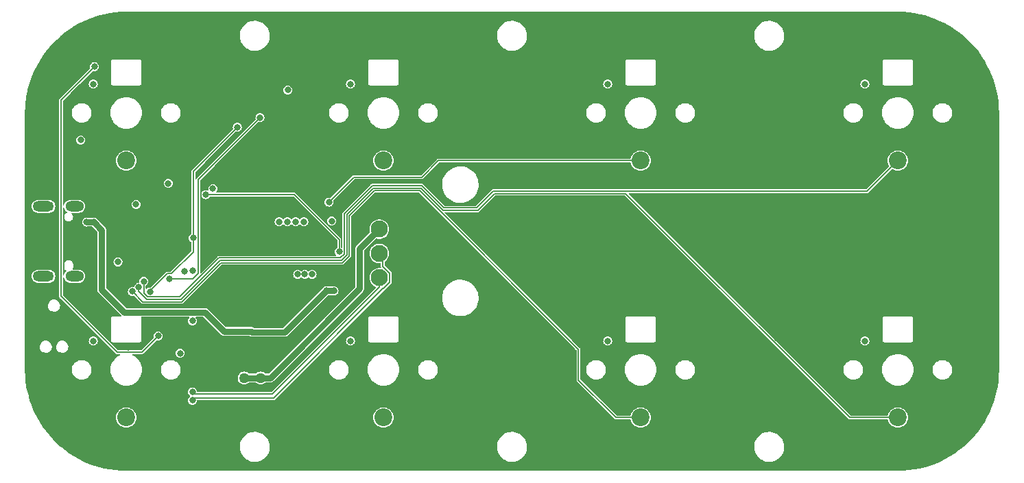
<source format=gbl>
G04 #@! TF.GenerationSoftware,KiCad,Pcbnew,(7.0.0)*
G04 #@! TF.CreationDate,2023-09-26T17:08:46-04:00*
G04 #@! TF.ProjectId,Switch Panel Rev 1,53776974-6368-4205-9061-6e656c205265,rev?*
G04 #@! TF.SameCoordinates,Original*
G04 #@! TF.FileFunction,Copper,L4,Bot*
G04 #@! TF.FilePolarity,Positive*
%FSLAX46Y46*%
G04 Gerber Fmt 4.6, Leading zero omitted, Abs format (unit mm)*
G04 Created by KiCad (PCBNEW (7.0.0)) date 2023-09-26 17:08:46*
%MOMM*%
%LPD*%
G01*
G04 APERTURE LIST*
G04 #@! TA.AperFunction,ComponentPad*
%ADD10O,2.300000X1.300000*%
G04 #@! TD*
G04 #@! TA.AperFunction,ComponentPad*
%ADD11O,2.600000X1.300000*%
G04 #@! TD*
G04 #@! TA.AperFunction,ComponentPad*
%ADD12C,2.100000*%
G04 #@! TD*
G04 #@! TA.AperFunction,ComponentPad*
%ADD13C,0.500000*%
G04 #@! TD*
G04 #@! TA.AperFunction,SMDPad,CuDef*
%ADD14R,5.600000X5.600000*%
G04 #@! TD*
G04 #@! TA.AperFunction,ComponentPad*
%ADD15C,2.200000*%
G04 #@! TD*
G04 #@! TA.AperFunction,ViaPad*
%ADD16C,0.800000*%
G04 #@! TD*
G04 #@! TA.AperFunction,ViaPad*
%ADD17C,1.270000*%
G04 #@! TD*
G04 #@! TA.AperFunction,Conductor*
%ADD18C,0.762000*%
G04 #@! TD*
G04 #@! TA.AperFunction,Conductor*
%ADD19C,0.200000*%
G04 #@! TD*
G04 #@! TA.AperFunction,Conductor*
%ADD20C,0.152400*%
G04 #@! TD*
G04 #@! TA.AperFunction,Conductor*
%ADD21C,0.304800*%
G04 #@! TD*
G04 APERTURE END LIST*
D10*
X44414199Y-62354999D03*
D11*
X40589199Y-62354999D03*
D10*
X44414199Y-70994999D03*
D11*
X40589199Y-70994999D03*
D12*
X82042000Y-71175000D03*
X82042000Y-68175000D03*
X82042000Y-65175000D03*
X82042000Y-62175000D03*
D13*
X56888100Y-69225000D03*
X56888100Y-67950000D03*
X56888100Y-66675000D03*
X56888100Y-65400000D03*
X56888100Y-64125000D03*
X55613100Y-69225000D03*
X55613100Y-67950000D03*
X55613100Y-66675000D03*
X55613100Y-65400000D03*
X55613100Y-64125000D03*
X54338100Y-69225000D03*
X54338100Y-67950000D03*
X54338100Y-66675000D03*
D14*
X54338099Y-66674999D03*
D13*
X54338100Y-65400000D03*
X54338100Y-64125000D03*
X53063100Y-69225000D03*
X53063100Y-67950000D03*
X53063100Y-66675000D03*
X53063100Y-65400000D03*
X53063100Y-64125000D03*
X51788100Y-69225000D03*
X51788100Y-67950000D03*
X51788100Y-66675000D03*
X51788100Y-65400000D03*
X51788100Y-64125000D03*
D15*
X82550000Y-56700000D03*
X87550000Y-54600000D03*
X114300000Y-88450000D03*
X119300000Y-86350000D03*
X146050000Y-56700000D03*
X151050000Y-54600000D03*
X146050000Y-88450000D03*
X151050000Y-86350000D03*
X114300000Y-56700000D03*
X119300000Y-54600000D03*
X50800000Y-56700000D03*
X55800000Y-54600000D03*
X50800000Y-88450000D03*
X55800000Y-86350000D03*
X82550000Y-88450000D03*
X87550000Y-86350000D03*
D16*
X61214000Y-77978000D03*
X114554000Y-48006000D03*
X118110000Y-76708000D03*
X54559200Y-76835000D03*
X69670600Y-75696000D03*
X65913000Y-67665600D03*
X68781600Y-87380000D03*
X64590600Y-81284000D03*
X46990000Y-59410600D03*
X60858400Y-73456800D03*
X70051600Y-87380000D03*
X48666400Y-57734200D03*
X64590600Y-78744000D03*
X51917600Y-59512200D03*
X146304000Y-79756000D03*
X68400600Y-75696000D03*
X57277000Y-77343000D03*
X61010800Y-65074800D03*
X75004600Y-65256600D03*
X51054000Y-48006000D03*
X64541400Y-49072800D03*
X64795400Y-59359800D03*
X61493400Y-81991200D03*
X57277000Y-78359000D03*
X67511600Y-87380000D03*
X57277000Y-79375000D03*
X146304000Y-48006000D03*
X64008000Y-62763400D03*
X64590600Y-80014000D03*
X51054000Y-79756000D03*
X45999400Y-63322200D03*
X61214000Y-80010000D03*
X114554000Y-79756000D03*
X49733200Y-59740800D03*
X82804000Y-79756000D03*
X71526400Y-53340000D03*
X49707800Y-70434200D03*
X65860600Y-81284000D03*
X66446400Y-62915800D03*
X48793400Y-66802000D03*
X69670600Y-76966000D03*
X57886600Y-48971200D03*
X65379600Y-55016400D03*
X54610000Y-44958000D03*
X65860600Y-78744000D03*
X65860600Y-80014000D03*
X86360000Y-76708000D03*
X82804000Y-48006000D03*
X61214000Y-78994000D03*
X71169200Y-71784400D03*
X72540800Y-66729800D03*
X40081200Y-78435200D03*
X149860000Y-76708000D03*
X118110000Y-44958000D03*
X71321600Y-87380000D03*
X86360000Y-44958000D03*
X149860000Y-44958000D03*
X53441600Y-90246200D03*
X68400600Y-76966000D03*
X70585000Y-68101400D03*
X59929060Y-76560698D03*
X76173000Y-64161200D03*
X61493400Y-60172600D03*
X49784000Y-69215000D03*
X55981600Y-59512200D03*
X70686600Y-64266000D03*
X58013600Y-70358000D03*
X69670600Y-64266000D03*
X72718600Y-64266000D03*
X59029600Y-70332600D03*
X52019200Y-62128400D03*
X71702600Y-64266000D03*
X70739000Y-47980600D03*
X57454800Y-80518000D03*
D17*
X65352600Y-83570000D03*
X67384600Y-83570000D03*
D16*
X141986000Y-47244000D03*
X71956600Y-70743000D03*
X45186600Y-54152800D03*
X72845600Y-70743000D03*
X110236000Y-78994000D03*
X73734600Y-70743000D03*
X58978800Y-76504800D03*
X110236000Y-47244000D03*
X141986000Y-78994000D03*
X78486000Y-47244000D03*
X46736000Y-78994000D03*
X46736000Y-47244000D03*
X78486000Y-78994000D03*
X58978800Y-86326200D03*
X58978800Y-85276200D03*
X64516000Y-52578000D03*
X53721000Y-72923400D03*
X59055366Y-66268966D03*
X75488800Y-72796400D03*
X45915442Y-64296900D03*
X76454000Y-72796400D03*
X46786800Y-64287400D03*
X56108600Y-71297800D03*
X67310000Y-51384200D03*
X60629800Y-60897100D03*
X77089000Y-67970400D03*
X46863000Y-45085000D03*
X54737000Y-78384400D03*
X75819000Y-61830000D03*
X51548539Y-72879500D03*
X52339480Y-72349852D03*
X52960000Y-71628000D03*
D18*
X79603600Y-72542400D02*
X68576000Y-83570000D01*
X82042000Y-65175000D02*
X79603600Y-67613400D01*
X79603600Y-67613400D02*
X79603600Y-72542400D01*
X68576000Y-83570000D02*
X67384600Y-83570000D01*
X65352600Y-83570000D02*
X67384600Y-83570000D01*
D19*
X82521272Y-72537600D02*
X82492000Y-72537600D01*
X82492000Y-68625000D02*
X82492000Y-69783128D01*
X69003400Y-86026200D02*
X59278799Y-86026201D01*
X82492000Y-69783128D02*
X83344400Y-70635528D01*
X82492000Y-72537600D02*
X69003400Y-86026200D01*
X83344400Y-71714472D02*
X82521272Y-72537600D01*
X59278799Y-86026201D02*
X58978800Y-86326200D01*
X83344400Y-70635528D02*
X83344400Y-71714472D01*
X82042000Y-68175000D02*
X82492000Y-68625000D01*
X82042000Y-71175000D02*
X82042000Y-72351200D01*
X82042000Y-72351200D02*
X68817000Y-85576200D01*
X68817000Y-85576200D02*
X59278799Y-85576199D01*
X59278799Y-85576199D02*
X58978800Y-85276200D01*
D20*
X59055366Y-67982809D02*
X56368975Y-70669200D01*
X59084716Y-58009284D02*
X64516000Y-52578000D01*
X59084716Y-66239616D02*
X59084716Y-58009284D01*
X59055366Y-66268966D02*
X59055366Y-67982809D01*
X55848225Y-70669200D02*
X53721000Y-72796425D01*
X59055366Y-66268966D02*
X59084716Y-66239616D01*
X56368975Y-70669200D02*
X55848225Y-70669200D01*
X53721000Y-72796425D02*
X53721000Y-72923400D01*
D18*
X75488800Y-72796400D02*
X70358000Y-77927200D01*
D21*
X45924942Y-64287400D02*
X45915442Y-64296900D01*
D18*
X66363827Y-77927200D02*
X66247227Y-77810600D01*
X60528200Y-75463400D02*
X50571400Y-75463400D01*
X62875400Y-77810600D02*
X60528200Y-75463400D01*
X46786800Y-64287400D02*
X45924942Y-64287400D01*
X76454000Y-72796400D02*
X75488800Y-72796400D01*
X70358000Y-77927200D02*
X66363827Y-77927200D01*
X47777400Y-65278000D02*
X46786800Y-64287400D01*
X47777400Y-72669400D02*
X47777400Y-65278000D01*
X66247227Y-77810600D02*
X62875400Y-77810600D01*
X50571400Y-75463400D02*
X47777400Y-72669400D01*
D20*
X59683966Y-70618034D02*
X59683966Y-59010234D01*
X56108600Y-71297800D02*
X59004200Y-71297800D01*
X59683966Y-59010234D02*
X67310000Y-51384200D01*
X59004200Y-71297800D02*
X59683966Y-70618034D01*
X77089000Y-66452025D02*
X77089000Y-67970400D01*
X71534075Y-60897100D02*
X77089000Y-66452025D01*
X60629800Y-60897100D02*
X71534075Y-60897100D01*
X49676000Y-80384600D02*
X52736800Y-80384600D01*
X46863000Y-45085000D02*
X42748200Y-49199800D01*
X42748200Y-49199800D02*
X42748200Y-73456800D01*
X42748200Y-73456800D02*
X49676000Y-80384600D01*
X52736800Y-80384600D02*
X54737000Y-78384400D01*
X75819000Y-61830000D02*
X78898800Y-58750200D01*
X87274400Y-58750200D02*
X89324600Y-56700000D01*
X78898800Y-58750200D02*
X87274400Y-58750200D01*
X89324600Y-56700000D02*
X114300000Y-56700000D01*
X78327200Y-63504904D02*
X81405504Y-60426600D01*
X106629200Y-80018848D02*
X106629200Y-83820000D01*
X106629200Y-83820000D02*
X111259200Y-88450000D01*
X78327200Y-68483279D02*
X78327200Y-63504904D01*
X57662904Y-74161600D02*
X62484904Y-69339600D01*
X62484904Y-69339600D02*
X77470879Y-69339600D01*
X111259200Y-88450000D02*
X114300000Y-88450000D01*
X87036952Y-60426600D02*
X106629200Y-80018848D01*
X51548539Y-72879500D02*
X52830639Y-74161600D01*
X77470879Y-69339600D02*
X78327200Y-68483279D01*
X81405504Y-60426600D02*
X87036952Y-60426600D01*
X52830639Y-74161600D02*
X57662904Y-74161600D01*
X94202996Y-62839600D02*
X96260396Y-60782200D01*
X52339480Y-72861907D02*
X53334373Y-73856800D01*
X78022400Y-63378652D02*
X81279252Y-60121800D01*
X62358652Y-69034800D02*
X77344627Y-69034800D01*
X78022400Y-68357027D02*
X78022400Y-63378652D01*
X89881004Y-62839600D02*
X94202996Y-62839600D01*
X57536652Y-73856800D02*
X62358652Y-69034800D01*
X140139000Y-88450000D02*
X146050000Y-88450000D01*
X77344627Y-69034800D02*
X78022400Y-68357027D01*
X96260396Y-60782200D02*
X112471200Y-60782200D01*
X53334373Y-73856800D02*
X57536652Y-73856800D01*
X52339480Y-72349852D02*
X52339480Y-72861907D01*
X112471200Y-60782200D02*
X140139000Y-88450000D01*
X81279252Y-60121800D02*
X87163204Y-60121800D01*
X87163204Y-60121800D02*
X89881004Y-62839600D01*
X142272600Y-60477400D02*
X146050000Y-56700000D01*
X77717600Y-63252400D02*
X81153000Y-59817000D01*
X77218375Y-68730000D02*
X77717600Y-68230775D01*
X81153000Y-59817000D02*
X87289456Y-59817000D01*
X62232400Y-68730000D02*
X77218375Y-68730000D01*
X90007256Y-62534800D02*
X94076744Y-62534800D01*
X87289456Y-59817000D02*
X90007256Y-62534800D01*
X53460625Y-73552000D02*
X57410400Y-73552000D01*
X77717600Y-68230775D02*
X77717600Y-63252400D01*
X96134144Y-60477400D02*
X142272600Y-60477400D01*
X94076744Y-62534800D02*
X96134144Y-60477400D01*
X57410400Y-73552000D02*
X62232400Y-68730000D01*
X52968080Y-71636080D02*
X52968080Y-73059455D01*
X52960000Y-71628000D02*
X52968080Y-71636080D01*
X52968080Y-73059455D02*
X53460625Y-73552000D01*
G04 #@! TA.AperFunction,Conductor*
G36*
X146051033Y-38303727D02*
G01*
X146724511Y-38321972D01*
X146728536Y-38322189D01*
X147399055Y-38376788D01*
X147403095Y-38377227D01*
X148069665Y-38468046D01*
X148073672Y-38468703D01*
X148734346Y-38595475D01*
X148738312Y-38596348D01*
X149391128Y-38758696D01*
X149395050Y-38759784D01*
X150038181Y-38957256D01*
X150041984Y-38958538D01*
X150673433Y-39190521D01*
X150677213Y-39192026D01*
X151252096Y-39439323D01*
X151295189Y-39457860D01*
X151298881Y-39459568D01*
X151463450Y-39541187D01*
X151901545Y-39758462D01*
X151905144Y-39760370D01*
X152310053Y-39989296D01*
X152490753Y-40091459D01*
X152494235Y-40093555D01*
X153019265Y-40429147D01*
X153061038Y-40455848D01*
X153064409Y-40458133D01*
X153610781Y-40850591D01*
X153614024Y-40853056D01*
X154138349Y-41274521D01*
X154141453Y-41277158D01*
X154642192Y-41726391D01*
X154645148Y-41729192D01*
X155120807Y-42204851D01*
X155123608Y-42207807D01*
X155572841Y-42708546D01*
X155575478Y-42711650D01*
X155996943Y-43235975D01*
X155999408Y-43239218D01*
X156391866Y-43785590D01*
X156394151Y-43788961D01*
X156756440Y-44355757D01*
X156758540Y-44359246D01*
X157089629Y-44944855D01*
X157091537Y-44948454D01*
X157390429Y-45551114D01*
X157392139Y-45554810D01*
X157657971Y-46172782D01*
X157659478Y-46176566D01*
X157874204Y-46761043D01*
X157891451Y-46807987D01*
X157892752Y-46811846D01*
X158090214Y-47454947D01*
X158091303Y-47458871D01*
X158253649Y-48111681D01*
X158254525Y-48115659D01*
X158381295Y-48776321D01*
X158381954Y-48780340D01*
X158472771Y-49446899D01*
X158473211Y-49450948D01*
X158527808Y-50121442D01*
X158528028Y-50125509D01*
X158546272Y-50798966D01*
X158546300Y-50801002D01*
X158546300Y-82548998D01*
X158546272Y-82551034D01*
X158528028Y-83224490D01*
X158527808Y-83228557D01*
X158473211Y-83899051D01*
X158472771Y-83903100D01*
X158381954Y-84569659D01*
X158381295Y-84573678D01*
X158254525Y-85234340D01*
X158253649Y-85238318D01*
X158091303Y-85891128D01*
X158090214Y-85895052D01*
X157892752Y-86538153D01*
X157891451Y-86542012D01*
X157659478Y-87173433D01*
X157657971Y-87177217D01*
X157392139Y-87795189D01*
X157390429Y-87798885D01*
X157091537Y-88401545D01*
X157089629Y-88405144D01*
X156758540Y-88990753D01*
X156756440Y-88994242D01*
X156394151Y-89561038D01*
X156391866Y-89564409D01*
X155999408Y-90110781D01*
X155996943Y-90114024D01*
X155575478Y-90638349D01*
X155572841Y-90641453D01*
X155123608Y-91142192D01*
X155120807Y-91145148D01*
X154645148Y-91620807D01*
X154642192Y-91623608D01*
X154141453Y-92072841D01*
X154138349Y-92075478D01*
X153614024Y-92496943D01*
X153610781Y-92499408D01*
X153064409Y-92891866D01*
X153061038Y-92894151D01*
X152494242Y-93256440D01*
X152490753Y-93258540D01*
X151905144Y-93589629D01*
X151901545Y-93591537D01*
X151298885Y-93890429D01*
X151295189Y-93892139D01*
X150677217Y-94157971D01*
X150673433Y-94159478D01*
X150042012Y-94391451D01*
X150038153Y-94392752D01*
X149395052Y-94590214D01*
X149391128Y-94591303D01*
X148738318Y-94753649D01*
X148734340Y-94754525D01*
X148073678Y-94881295D01*
X148069659Y-94881954D01*
X147403100Y-94972771D01*
X147399051Y-94973211D01*
X146728557Y-95027808D01*
X146724490Y-95028028D01*
X146051034Y-95046272D01*
X146048998Y-95046300D01*
X50801002Y-95046300D01*
X50798966Y-95046272D01*
X50125509Y-95028028D01*
X50121442Y-95027808D01*
X49450948Y-94973211D01*
X49446899Y-94972771D01*
X48780340Y-94881954D01*
X48776321Y-94881295D01*
X48115659Y-94754525D01*
X48111681Y-94753649D01*
X47458871Y-94591303D01*
X47454947Y-94590214D01*
X46861031Y-94407854D01*
X46811840Y-94392750D01*
X46807993Y-94391453D01*
X46614783Y-94320471D01*
X46176566Y-94159478D01*
X46172782Y-94157971D01*
X45554810Y-93892139D01*
X45551114Y-93890429D01*
X44948454Y-93591537D01*
X44944855Y-93589629D01*
X44359246Y-93258540D01*
X44355757Y-93256440D01*
X43788961Y-92894151D01*
X43785590Y-92891866D01*
X43239218Y-92499408D01*
X43235975Y-92496943D01*
X42795359Y-92142765D01*
X64820788Y-92142765D01*
X64821087Y-92145488D01*
X64821088Y-92145497D01*
X64835958Y-92280639D01*
X64850414Y-92412018D01*
X64918928Y-92674088D01*
X64919999Y-92676609D01*
X64920000Y-92676611D01*
X65012444Y-92894151D01*
X65024870Y-92923390D01*
X65165982Y-93154610D01*
X65339255Y-93362820D01*
X65540998Y-93543582D01*
X65766910Y-93693044D01*
X66012176Y-93808020D01*
X66014806Y-93808811D01*
X66014808Y-93808812D01*
X66268943Y-93885270D01*
X66271569Y-93886060D01*
X66539561Y-93925500D01*
X66741244Y-93925500D01*
X66742631Y-93925500D01*
X66945156Y-93910677D01*
X67209553Y-93851780D01*
X67462558Y-93755014D01*
X67698777Y-93622441D01*
X67913177Y-93456888D01*
X68101186Y-93261881D01*
X68258799Y-93041579D01*
X68382656Y-92800675D01*
X68470118Y-92544305D01*
X68519319Y-92277933D01*
X68524259Y-92142765D01*
X96570788Y-92142765D01*
X96571087Y-92145488D01*
X96571088Y-92145497D01*
X96585958Y-92280639D01*
X96600414Y-92412018D01*
X96668928Y-92674088D01*
X96669999Y-92676609D01*
X96670000Y-92676611D01*
X96762444Y-92894151D01*
X96774870Y-92923390D01*
X96915982Y-93154610D01*
X97089255Y-93362820D01*
X97290998Y-93543582D01*
X97516910Y-93693044D01*
X97762176Y-93808020D01*
X97764806Y-93808811D01*
X97764808Y-93808812D01*
X98018943Y-93885270D01*
X98021569Y-93886060D01*
X98289561Y-93925500D01*
X98491244Y-93925500D01*
X98492631Y-93925500D01*
X98695156Y-93910677D01*
X98959553Y-93851780D01*
X99212558Y-93755014D01*
X99448777Y-93622441D01*
X99663177Y-93456888D01*
X99851186Y-93261881D01*
X100008799Y-93041579D01*
X100132656Y-92800675D01*
X100220118Y-92544305D01*
X100269319Y-92277933D01*
X100274259Y-92142765D01*
X128320788Y-92142765D01*
X128321087Y-92145488D01*
X128321088Y-92145497D01*
X128335958Y-92280639D01*
X128350414Y-92412018D01*
X128418928Y-92674088D01*
X128419999Y-92676609D01*
X128420000Y-92676611D01*
X128512444Y-92894151D01*
X128524870Y-92923390D01*
X128665982Y-93154610D01*
X128839255Y-93362820D01*
X129040998Y-93543582D01*
X129266910Y-93693044D01*
X129512176Y-93808020D01*
X129514806Y-93808811D01*
X129514808Y-93808812D01*
X129768943Y-93885270D01*
X129771569Y-93886060D01*
X130039561Y-93925500D01*
X130241244Y-93925500D01*
X130242631Y-93925500D01*
X130445156Y-93910677D01*
X130709553Y-93851780D01*
X130962558Y-93755014D01*
X131198777Y-93622441D01*
X131413177Y-93456888D01*
X131601186Y-93261881D01*
X131758799Y-93041579D01*
X131882656Y-92800675D01*
X131970118Y-92544305D01*
X132019319Y-92277933D01*
X132029212Y-92007235D01*
X131999586Y-91737982D01*
X131931072Y-91475912D01*
X131825130Y-91226610D01*
X131684018Y-90995390D01*
X131510745Y-90787180D01*
X131309002Y-90606418D01*
X131306712Y-90604903D01*
X131306707Y-90604899D01*
X131085380Y-90458471D01*
X131085379Y-90458470D01*
X131083090Y-90456956D01*
X131080609Y-90455793D01*
X131080602Y-90455789D01*
X130840314Y-90343147D01*
X130840310Y-90343145D01*
X130837824Y-90341980D01*
X130835201Y-90341190D01*
X130835191Y-90341187D01*
X130581056Y-90264729D01*
X130581046Y-90264726D01*
X130578431Y-90263940D01*
X130575724Y-90263541D01*
X130575717Y-90263540D01*
X130313160Y-90224900D01*
X130313153Y-90224899D01*
X130310439Y-90224500D01*
X130107369Y-90224500D01*
X130105997Y-90224600D01*
X130105980Y-90224601D01*
X129907585Y-90239122D01*
X129907579Y-90239122D01*
X129904844Y-90239323D01*
X129902177Y-90239917D01*
X129902164Y-90239919D01*
X129643124Y-90297623D01*
X129643115Y-90297625D01*
X129640447Y-90298220D01*
X129637887Y-90299199D01*
X129637884Y-90299200D01*
X129390010Y-90394003D01*
X129390000Y-90394007D01*
X129387442Y-90394986D01*
X129385052Y-90396327D01*
X129385042Y-90396332D01*
X129153615Y-90526216D01*
X129153609Y-90526219D01*
X129151223Y-90527559D01*
X129149061Y-90529228D01*
X129149054Y-90529233D01*
X128939001Y-90691429D01*
X128938991Y-90691437D01*
X128936823Y-90693112D01*
X128934912Y-90695093D01*
X128934911Y-90695095D01*
X128750725Y-90886136D01*
X128750719Y-90886142D01*
X128748814Y-90888119D01*
X128747213Y-90890355D01*
X128747211Y-90890359D01*
X128592800Y-91106185D01*
X128592795Y-91106191D01*
X128591201Y-91108421D01*
X128589952Y-91110849D01*
X128589946Y-91110860D01*
X128468599Y-91346883D01*
X128468596Y-91346888D01*
X128467344Y-91349325D01*
X128466459Y-91351916D01*
X128466455Y-91351928D01*
X128380771Y-91603087D01*
X128380768Y-91603096D01*
X128379882Y-91605695D01*
X128379383Y-91608392D01*
X128379381Y-91608403D01*
X128331180Y-91869360D01*
X128331178Y-91869373D01*
X128330681Y-91872067D01*
X128330580Y-91874808D01*
X128330580Y-91874816D01*
X128323247Y-92075478D01*
X128320788Y-92142765D01*
X100274259Y-92142765D01*
X100279212Y-92007235D01*
X100249586Y-91737982D01*
X100181072Y-91475912D01*
X100075130Y-91226610D01*
X99934018Y-90995390D01*
X99760745Y-90787180D01*
X99559002Y-90606418D01*
X99556712Y-90604903D01*
X99556707Y-90604899D01*
X99335380Y-90458471D01*
X99335379Y-90458470D01*
X99333090Y-90456956D01*
X99330609Y-90455793D01*
X99330602Y-90455789D01*
X99090314Y-90343147D01*
X99090310Y-90343145D01*
X99087824Y-90341980D01*
X99085201Y-90341190D01*
X99085191Y-90341187D01*
X98831056Y-90264729D01*
X98831046Y-90264726D01*
X98828431Y-90263940D01*
X98825724Y-90263541D01*
X98825717Y-90263540D01*
X98563160Y-90224900D01*
X98563153Y-90224899D01*
X98560439Y-90224500D01*
X98357369Y-90224500D01*
X98355997Y-90224600D01*
X98355980Y-90224601D01*
X98157585Y-90239122D01*
X98157579Y-90239122D01*
X98154844Y-90239323D01*
X98152177Y-90239917D01*
X98152164Y-90239919D01*
X97893124Y-90297623D01*
X97893115Y-90297625D01*
X97890447Y-90298220D01*
X97887887Y-90299199D01*
X97887884Y-90299200D01*
X97640010Y-90394003D01*
X97640000Y-90394007D01*
X97637442Y-90394986D01*
X97635052Y-90396327D01*
X97635042Y-90396332D01*
X97403615Y-90526216D01*
X97403609Y-90526219D01*
X97401223Y-90527559D01*
X97399061Y-90529228D01*
X97399054Y-90529233D01*
X97189001Y-90691429D01*
X97188991Y-90691437D01*
X97186823Y-90693112D01*
X97184912Y-90695093D01*
X97184911Y-90695095D01*
X97000725Y-90886136D01*
X97000719Y-90886142D01*
X96998814Y-90888119D01*
X96997213Y-90890355D01*
X96997211Y-90890359D01*
X96842800Y-91106185D01*
X96842795Y-91106191D01*
X96841201Y-91108421D01*
X96839952Y-91110849D01*
X96839946Y-91110860D01*
X96718599Y-91346883D01*
X96718596Y-91346888D01*
X96717344Y-91349325D01*
X96716459Y-91351916D01*
X96716455Y-91351928D01*
X96630771Y-91603087D01*
X96630768Y-91603096D01*
X96629882Y-91605695D01*
X96629383Y-91608392D01*
X96629381Y-91608403D01*
X96581180Y-91869360D01*
X96581178Y-91869373D01*
X96580681Y-91872067D01*
X96580580Y-91874808D01*
X96580580Y-91874816D01*
X96573247Y-92075478D01*
X96570788Y-92142765D01*
X68524259Y-92142765D01*
X68529212Y-92007235D01*
X68499586Y-91737982D01*
X68431072Y-91475912D01*
X68325130Y-91226610D01*
X68184018Y-90995390D01*
X68010745Y-90787180D01*
X67809002Y-90606418D01*
X67806712Y-90604903D01*
X67806707Y-90604899D01*
X67585380Y-90458471D01*
X67585379Y-90458470D01*
X67583090Y-90456956D01*
X67580609Y-90455793D01*
X67580602Y-90455789D01*
X67340314Y-90343147D01*
X67340310Y-90343145D01*
X67337824Y-90341980D01*
X67335201Y-90341190D01*
X67335191Y-90341187D01*
X67081056Y-90264729D01*
X67081046Y-90264726D01*
X67078431Y-90263940D01*
X67075724Y-90263541D01*
X67075717Y-90263540D01*
X66813160Y-90224900D01*
X66813153Y-90224899D01*
X66810439Y-90224500D01*
X66607369Y-90224500D01*
X66605997Y-90224600D01*
X66605980Y-90224601D01*
X66407585Y-90239122D01*
X66407579Y-90239122D01*
X66404844Y-90239323D01*
X66402177Y-90239917D01*
X66402164Y-90239919D01*
X66143124Y-90297623D01*
X66143115Y-90297625D01*
X66140447Y-90298220D01*
X66137887Y-90299199D01*
X66137884Y-90299200D01*
X65890010Y-90394003D01*
X65890000Y-90394007D01*
X65887442Y-90394986D01*
X65885052Y-90396327D01*
X65885042Y-90396332D01*
X65653615Y-90526216D01*
X65653609Y-90526219D01*
X65651223Y-90527559D01*
X65649061Y-90529228D01*
X65649054Y-90529233D01*
X65439001Y-90691429D01*
X65438991Y-90691437D01*
X65436823Y-90693112D01*
X65434912Y-90695093D01*
X65434911Y-90695095D01*
X65250725Y-90886136D01*
X65250719Y-90886142D01*
X65248814Y-90888119D01*
X65247213Y-90890355D01*
X65247211Y-90890359D01*
X65092800Y-91106185D01*
X65092795Y-91106191D01*
X65091201Y-91108421D01*
X65089952Y-91110849D01*
X65089946Y-91110860D01*
X64968599Y-91346883D01*
X64968596Y-91346888D01*
X64967344Y-91349325D01*
X64966459Y-91351916D01*
X64966455Y-91351928D01*
X64880771Y-91603087D01*
X64880768Y-91603096D01*
X64879882Y-91605695D01*
X64879383Y-91608392D01*
X64879381Y-91608403D01*
X64831180Y-91869360D01*
X64831178Y-91869373D01*
X64830681Y-91872067D01*
X64830580Y-91874808D01*
X64830580Y-91874816D01*
X64823247Y-92075478D01*
X64820788Y-92142765D01*
X42795359Y-92142765D01*
X42711650Y-92075478D01*
X42708546Y-92072841D01*
X42207807Y-91623608D01*
X42204851Y-91620807D01*
X41729192Y-91145148D01*
X41726391Y-91142192D01*
X41277158Y-90641453D01*
X41274521Y-90638349D01*
X40853056Y-90114024D01*
X40850591Y-90110781D01*
X40458133Y-89564409D01*
X40455848Y-89561038D01*
X40361507Y-89413443D01*
X40093555Y-88994235D01*
X40091459Y-88990753D01*
X39785730Y-88450000D01*
X49542314Y-88450000D01*
X49542600Y-88453269D01*
X49561134Y-88665123D01*
X49561135Y-88665131D01*
X49561421Y-88668395D01*
X49562269Y-88671560D01*
X49562270Y-88671565D01*
X49617311Y-88876981D01*
X49617313Y-88876989D01*
X49618162Y-88880154D01*
X49710812Y-89078843D01*
X49712692Y-89081528D01*
X49712695Y-89081533D01*
X49834669Y-89255729D01*
X49836557Y-89258425D01*
X49991575Y-89413443D01*
X49994270Y-89415330D01*
X50118145Y-89502069D01*
X50171157Y-89539188D01*
X50369846Y-89631838D01*
X50581605Y-89688579D01*
X50800000Y-89707686D01*
X51018395Y-89688579D01*
X51230154Y-89631838D01*
X51428843Y-89539188D01*
X51608425Y-89413443D01*
X51763443Y-89258425D01*
X51889188Y-89078843D01*
X51981838Y-88880154D01*
X52038579Y-88668395D01*
X52057686Y-88450000D01*
X81292314Y-88450000D01*
X81292600Y-88453269D01*
X81311134Y-88665123D01*
X81311135Y-88665131D01*
X81311421Y-88668395D01*
X81312269Y-88671560D01*
X81312270Y-88671565D01*
X81367311Y-88876981D01*
X81367313Y-88876989D01*
X81368162Y-88880154D01*
X81460812Y-89078843D01*
X81462692Y-89081528D01*
X81462695Y-89081533D01*
X81584669Y-89255729D01*
X81586557Y-89258425D01*
X81741575Y-89413443D01*
X81744270Y-89415330D01*
X81868145Y-89502069D01*
X81921157Y-89539188D01*
X82119846Y-89631838D01*
X82331605Y-89688579D01*
X82550000Y-89707686D01*
X82768395Y-89688579D01*
X82980154Y-89631838D01*
X83178843Y-89539188D01*
X83358425Y-89413443D01*
X83513443Y-89258425D01*
X83639188Y-89078843D01*
X83731838Y-88880154D01*
X83788579Y-88668395D01*
X83807686Y-88450000D01*
X83788579Y-88231605D01*
X83731838Y-88019846D01*
X83639188Y-87821157D01*
X83513443Y-87641575D01*
X83358425Y-87486557D01*
X83355729Y-87484669D01*
X83181533Y-87362695D01*
X83181528Y-87362692D01*
X83178843Y-87360812D01*
X83175868Y-87359424D01*
X83175865Y-87359423D01*
X82983133Y-87269551D01*
X82983131Y-87269550D01*
X82980154Y-87268162D01*
X82976989Y-87267313D01*
X82976981Y-87267311D01*
X82771565Y-87212270D01*
X82771560Y-87212269D01*
X82768395Y-87211421D01*
X82765131Y-87211135D01*
X82765123Y-87211134D01*
X82553269Y-87192600D01*
X82550000Y-87192314D01*
X82546731Y-87192600D01*
X82334876Y-87211134D01*
X82334866Y-87211135D01*
X82331605Y-87211421D01*
X82328441Y-87212268D01*
X82328434Y-87212270D01*
X82123018Y-87267311D01*
X82123006Y-87267315D01*
X82119846Y-87268162D01*
X82116871Y-87269548D01*
X82116866Y-87269551D01*
X81924134Y-87359423D01*
X81924126Y-87359427D01*
X81921157Y-87360812D01*
X81918476Y-87362689D01*
X81918466Y-87362695D01*
X81744270Y-87484669D01*
X81744263Y-87484674D01*
X81741575Y-87486557D01*
X81739252Y-87488879D01*
X81739246Y-87488885D01*
X81588885Y-87639246D01*
X81588879Y-87639252D01*
X81586557Y-87641575D01*
X81584674Y-87644263D01*
X81584669Y-87644270D01*
X81462695Y-87818466D01*
X81462689Y-87818476D01*
X81460812Y-87821157D01*
X81459427Y-87824126D01*
X81459423Y-87824134D01*
X81369551Y-88016866D01*
X81369548Y-88016871D01*
X81368162Y-88019846D01*
X81367315Y-88023006D01*
X81367311Y-88023018D01*
X81312270Y-88228434D01*
X81312268Y-88228441D01*
X81311421Y-88231605D01*
X81311135Y-88234866D01*
X81311134Y-88234876D01*
X81306717Y-88285368D01*
X81292314Y-88450000D01*
X52057686Y-88450000D01*
X52038579Y-88231605D01*
X51981838Y-88019846D01*
X51889188Y-87821157D01*
X51763443Y-87641575D01*
X51608425Y-87486557D01*
X51605729Y-87484669D01*
X51431533Y-87362695D01*
X51431528Y-87362692D01*
X51428843Y-87360812D01*
X51425868Y-87359424D01*
X51425865Y-87359423D01*
X51233133Y-87269551D01*
X51233131Y-87269550D01*
X51230154Y-87268162D01*
X51226989Y-87267313D01*
X51226981Y-87267311D01*
X51021565Y-87212270D01*
X51021560Y-87212269D01*
X51018395Y-87211421D01*
X51015131Y-87211135D01*
X51015123Y-87211134D01*
X50803269Y-87192600D01*
X50800000Y-87192314D01*
X50796731Y-87192600D01*
X50584876Y-87211134D01*
X50584866Y-87211135D01*
X50581605Y-87211421D01*
X50578441Y-87212268D01*
X50578434Y-87212270D01*
X50373018Y-87267311D01*
X50373006Y-87267315D01*
X50369846Y-87268162D01*
X50366871Y-87269548D01*
X50366866Y-87269551D01*
X50174134Y-87359423D01*
X50174126Y-87359427D01*
X50171157Y-87360812D01*
X50168476Y-87362689D01*
X50168466Y-87362695D01*
X49994270Y-87484669D01*
X49994263Y-87484674D01*
X49991575Y-87486557D01*
X49989252Y-87488879D01*
X49989246Y-87488885D01*
X49838885Y-87639246D01*
X49838879Y-87639252D01*
X49836557Y-87641575D01*
X49834674Y-87644263D01*
X49834669Y-87644270D01*
X49712695Y-87818466D01*
X49712689Y-87818476D01*
X49710812Y-87821157D01*
X49709427Y-87824126D01*
X49709423Y-87824134D01*
X49619551Y-88016866D01*
X49619548Y-88016871D01*
X49618162Y-88019846D01*
X49617315Y-88023006D01*
X49617311Y-88023018D01*
X49562270Y-88228434D01*
X49562268Y-88228441D01*
X49561421Y-88231605D01*
X49561135Y-88234866D01*
X49561134Y-88234876D01*
X49556717Y-88285368D01*
X49542314Y-88450000D01*
X39785730Y-88450000D01*
X39760370Y-88405144D01*
X39758462Y-88401545D01*
X39459570Y-87798885D01*
X39457860Y-87795189D01*
X39392939Y-87644270D01*
X39192026Y-87177213D01*
X39190521Y-87173433D01*
X39083905Y-86883228D01*
X38958538Y-86541984D01*
X38957256Y-86538181D01*
X38892168Y-86326200D01*
X58421129Y-86326200D01*
X58421772Y-86331084D01*
X58439487Y-86465648D01*
X58439487Y-86465651D01*
X58440131Y-86470536D01*
X58442017Y-86475089D01*
X58493958Y-86600487D01*
X58493960Y-86600491D01*
X58495843Y-86605036D01*
X58584467Y-86720533D01*
X58699964Y-86809157D01*
X58834464Y-86864869D01*
X58978800Y-86883871D01*
X59123136Y-86864869D01*
X59257636Y-86809157D01*
X59373133Y-86720533D01*
X59461757Y-86605036D01*
X59517469Y-86470536D01*
X59534063Y-86344484D01*
X59547021Y-86311167D01*
X59573898Y-86287597D01*
X59608621Y-86279100D01*
X68971084Y-86279100D01*
X68985752Y-86280544D01*
X69003400Y-86284055D01*
X69102077Y-86264427D01*
X69164613Y-86222642D01*
X69164617Y-86222637D01*
X69185731Y-86208531D01*
X69195731Y-86193564D01*
X69205076Y-86182178D01*
X72726011Y-82661243D01*
X75849500Y-82661243D01*
X75850136Y-82664649D01*
X75850137Y-82664652D01*
X75889742Y-82876521D01*
X75889744Y-82876529D01*
X75890382Y-82879940D01*
X75891638Y-82883183D01*
X75891639Y-82883185D01*
X75969496Y-83084158D01*
X75969498Y-83084163D01*
X75970753Y-83087401D01*
X76087876Y-83276562D01*
X76237764Y-83440981D01*
X76415311Y-83575058D01*
X76418417Y-83576604D01*
X76418421Y-83576607D01*
X76460645Y-83597632D01*
X76614472Y-83674229D01*
X76828464Y-83735115D01*
X76994497Y-83750500D01*
X77103756Y-83750500D01*
X77105503Y-83750500D01*
X77271536Y-83735115D01*
X77485528Y-83674229D01*
X77684689Y-83575058D01*
X77862236Y-83440981D01*
X78012124Y-83276562D01*
X78129247Y-83087401D01*
X78209618Y-82879940D01*
X78250500Y-82661243D01*
X78250500Y-82550000D01*
X80594518Y-82550000D01*
X80594710Y-82552685D01*
X80610761Y-82777115D01*
X80614422Y-82828294D01*
X80614990Y-82830906D01*
X80614992Y-82830918D01*
X80673155Y-83098288D01*
X80673158Y-83098298D01*
X80673729Y-83100923D01*
X80674669Y-83103443D01*
X80739238Y-83276562D01*
X80771231Y-83362337D01*
X80772514Y-83364687D01*
X80772517Y-83364693D01*
X80903658Y-83604859D01*
X80903662Y-83604865D01*
X80904944Y-83607213D01*
X80906546Y-83609353D01*
X80906548Y-83609356D01*
X81012086Y-83750338D01*
X81072145Y-83830568D01*
X81269432Y-84027855D01*
X81492787Y-84195056D01*
X81495138Y-84196339D01*
X81495140Y-84196341D01*
X81658896Y-84285759D01*
X81737663Y-84328769D01*
X81999077Y-84426271D01*
X82271706Y-84485578D01*
X82480343Y-84500500D01*
X82618309Y-84500500D01*
X82619657Y-84500500D01*
X82828294Y-84485578D01*
X83100923Y-84426271D01*
X83362337Y-84328769D01*
X83607213Y-84195056D01*
X83830568Y-84027855D01*
X84027855Y-83830568D01*
X84195056Y-83607213D01*
X84328769Y-83362337D01*
X84426271Y-83100923D01*
X84485578Y-82828294D01*
X84497526Y-82661243D01*
X86849500Y-82661243D01*
X86850136Y-82664649D01*
X86850137Y-82664652D01*
X86889742Y-82876521D01*
X86889744Y-82876529D01*
X86890382Y-82879940D01*
X86891638Y-82883183D01*
X86891639Y-82883185D01*
X86969496Y-83084158D01*
X86969498Y-83084163D01*
X86970753Y-83087401D01*
X87087876Y-83276562D01*
X87237764Y-83440981D01*
X87415311Y-83575058D01*
X87418417Y-83576604D01*
X87418421Y-83576607D01*
X87460645Y-83597632D01*
X87614472Y-83674229D01*
X87828464Y-83735115D01*
X87994497Y-83750500D01*
X88103756Y-83750500D01*
X88105503Y-83750500D01*
X88271536Y-83735115D01*
X88485528Y-83674229D01*
X88684689Y-83575058D01*
X88862236Y-83440981D01*
X89012124Y-83276562D01*
X89129247Y-83087401D01*
X89209618Y-82879940D01*
X89250500Y-82661243D01*
X89250500Y-82438757D01*
X89209618Y-82220060D01*
X89129247Y-82012599D01*
X89012124Y-81823438D01*
X88862236Y-81659019D01*
X88859459Y-81656922D01*
X88859457Y-81656920D01*
X88687462Y-81527036D01*
X88687461Y-81527035D01*
X88684689Y-81524942D01*
X88681585Y-81523396D01*
X88681578Y-81523392D01*
X88549287Y-81457519D01*
X88485528Y-81425771D01*
X88482180Y-81424818D01*
X88482174Y-81424816D01*
X88274888Y-81365838D01*
X88274880Y-81365836D01*
X88271536Y-81364885D01*
X88268070Y-81364563D01*
X88268066Y-81364563D01*
X88107245Y-81349661D01*
X88107236Y-81349660D01*
X88105503Y-81349500D01*
X87994497Y-81349500D01*
X87992764Y-81349660D01*
X87992754Y-81349661D01*
X87831933Y-81364563D01*
X87831927Y-81364564D01*
X87828464Y-81364885D01*
X87825121Y-81365836D01*
X87825111Y-81365838D01*
X87617825Y-81424816D01*
X87617815Y-81424819D01*
X87614472Y-81425771D01*
X87611353Y-81427323D01*
X87611353Y-81427324D01*
X87418421Y-81523392D01*
X87418409Y-81523399D01*
X87415311Y-81524942D01*
X87412543Y-81527032D01*
X87412537Y-81527036D01*
X87240542Y-81656920D01*
X87240534Y-81656926D01*
X87237764Y-81659019D01*
X87235425Y-81661584D01*
X87235417Y-81661592D01*
X87090218Y-81820868D01*
X87090213Y-81820873D01*
X87087876Y-81823438D01*
X87086047Y-81826390D01*
X87086046Y-81826393D01*
X86972583Y-82009642D01*
X86972579Y-82009649D01*
X86970753Y-82012599D01*
X86969500Y-82015831D01*
X86969496Y-82015841D01*
X86891639Y-82216814D01*
X86891637Y-82216818D01*
X86890382Y-82220060D01*
X86889745Y-82223467D01*
X86889742Y-82223478D01*
X86850137Y-82435347D01*
X86849500Y-82438757D01*
X86849500Y-82661243D01*
X84497526Y-82661243D01*
X84505482Y-82550000D01*
X84485578Y-82271706D01*
X84426271Y-81999077D01*
X84328769Y-81737663D01*
X84284680Y-81656920D01*
X84196341Y-81495140D01*
X84196339Y-81495138D01*
X84195056Y-81492787D01*
X84027855Y-81269432D01*
X83830568Y-81072145D01*
X83807374Y-81054782D01*
X83609356Y-80906548D01*
X83609353Y-80906546D01*
X83607213Y-80904944D01*
X83604865Y-80903662D01*
X83604859Y-80903658D01*
X83364693Y-80772517D01*
X83364687Y-80772514D01*
X83362337Y-80771231D01*
X83359831Y-80770296D01*
X83359826Y-80770294D01*
X83103443Y-80674669D01*
X83103444Y-80674669D01*
X83100923Y-80673729D01*
X83098298Y-80673158D01*
X83098288Y-80673155D01*
X82830918Y-80614992D01*
X82830906Y-80614990D01*
X82828294Y-80614422D01*
X82825620Y-80614230D01*
X82825615Y-80614230D01*
X82621006Y-80599596D01*
X82620992Y-80599595D01*
X82619657Y-80599500D01*
X82480343Y-80599500D01*
X82479008Y-80599595D01*
X82478993Y-80599596D01*
X82274384Y-80614230D01*
X82274377Y-80614230D01*
X82271706Y-80614422D01*
X82269095Y-80614989D01*
X82269081Y-80614992D01*
X82001711Y-80673155D01*
X82001697Y-80673158D01*
X81999077Y-80673729D01*
X81996559Y-80674667D01*
X81996556Y-80674669D01*
X81740173Y-80770294D01*
X81740163Y-80770298D01*
X81737663Y-80771231D01*
X81735317Y-80772511D01*
X81735306Y-80772517D01*
X81495140Y-80903658D01*
X81495128Y-80903665D01*
X81492787Y-80904944D01*
X81490652Y-80906542D01*
X81490643Y-80906548D01*
X81271583Y-81070534D01*
X81271576Y-81070539D01*
X81269432Y-81072145D01*
X81267533Y-81074043D01*
X81267526Y-81074050D01*
X81074050Y-81267526D01*
X81074043Y-81267533D01*
X81072145Y-81269432D01*
X81070539Y-81271576D01*
X81070534Y-81271583D01*
X80906548Y-81490643D01*
X80906542Y-81490652D01*
X80904944Y-81492787D01*
X80903665Y-81495128D01*
X80903658Y-81495140D01*
X80772517Y-81735306D01*
X80772511Y-81735317D01*
X80771231Y-81737663D01*
X80770298Y-81740163D01*
X80770294Y-81740173D01*
X80674669Y-81996556D01*
X80673729Y-81999077D01*
X80673158Y-82001697D01*
X80673155Y-82001711D01*
X80614992Y-82269081D01*
X80614989Y-82269095D01*
X80614422Y-82271706D01*
X80594518Y-82550000D01*
X78250500Y-82550000D01*
X78250500Y-82438757D01*
X78209618Y-82220060D01*
X78129247Y-82012599D01*
X78012124Y-81823438D01*
X77862236Y-81659019D01*
X77859459Y-81656922D01*
X77859457Y-81656920D01*
X77687462Y-81527036D01*
X77687461Y-81527035D01*
X77684689Y-81524942D01*
X77681585Y-81523396D01*
X77681578Y-81523392D01*
X77549287Y-81457519D01*
X77485528Y-81425771D01*
X77482180Y-81424818D01*
X77482174Y-81424816D01*
X77274888Y-81365838D01*
X77274880Y-81365836D01*
X77271536Y-81364885D01*
X77268070Y-81364563D01*
X77268066Y-81364563D01*
X77107245Y-81349661D01*
X77107236Y-81349660D01*
X77105503Y-81349500D01*
X76994497Y-81349500D01*
X76992764Y-81349660D01*
X76992754Y-81349661D01*
X76831933Y-81364563D01*
X76831927Y-81364564D01*
X76828464Y-81364885D01*
X76825121Y-81365836D01*
X76825111Y-81365838D01*
X76617825Y-81424816D01*
X76617815Y-81424819D01*
X76614472Y-81425771D01*
X76611353Y-81427323D01*
X76611353Y-81427324D01*
X76418421Y-81523392D01*
X76418409Y-81523399D01*
X76415311Y-81524942D01*
X76412543Y-81527032D01*
X76412537Y-81527036D01*
X76240542Y-81656920D01*
X76240534Y-81656926D01*
X76237764Y-81659019D01*
X76235425Y-81661584D01*
X76235417Y-81661592D01*
X76090218Y-81820868D01*
X76090213Y-81820873D01*
X76087876Y-81823438D01*
X76086047Y-81826390D01*
X76086046Y-81826393D01*
X75972583Y-82009642D01*
X75972579Y-82009649D01*
X75970753Y-82012599D01*
X75969500Y-82015831D01*
X75969496Y-82015841D01*
X75891639Y-82216814D01*
X75891637Y-82216818D01*
X75890382Y-82220060D01*
X75889745Y-82223467D01*
X75889742Y-82223478D01*
X75850137Y-82435347D01*
X75849500Y-82438757D01*
X75849500Y-82661243D01*
X72726011Y-82661243D01*
X76393254Y-78994000D01*
X77928329Y-78994000D01*
X77928972Y-78998884D01*
X77946651Y-79133178D01*
X77947331Y-79138336D01*
X77949217Y-79142889D01*
X78001158Y-79268287D01*
X78001160Y-79268291D01*
X78003043Y-79272836D01*
X78091667Y-79388333D01*
X78207164Y-79476957D01*
X78211711Y-79478840D01*
X78211712Y-79478841D01*
X78234544Y-79488298D01*
X78341664Y-79532669D01*
X78486000Y-79551671D01*
X78630336Y-79532669D01*
X78764836Y-79476957D01*
X78880333Y-79388333D01*
X78968957Y-79272836D01*
X79024669Y-79138336D01*
X79043343Y-78996493D01*
X80696300Y-78996493D01*
X80702838Y-79010071D01*
X80708397Y-79025958D01*
X80709866Y-79032396D01*
X80709867Y-79032398D01*
X80711752Y-79040655D01*
X80717033Y-79047277D01*
X80721147Y-79052436D01*
X80730106Y-79066693D01*
X80732968Y-79072637D01*
X80732969Y-79072638D01*
X80736645Y-79080271D01*
X80743271Y-79085555D01*
X80748425Y-79089666D01*
X80760329Y-79101569D01*
X80764444Y-79106729D01*
X80764445Y-79106730D01*
X80769729Y-79113355D01*
X80783302Y-79119891D01*
X80797558Y-79128849D01*
X80802720Y-79132965D01*
X80809345Y-79138248D01*
X80823832Y-79141554D01*
X80824040Y-79141602D01*
X80839931Y-79147162D01*
X80853507Y-79153700D01*
X80877046Y-79153700D01*
X80946493Y-79153700D01*
X84153507Y-79153700D01*
X84222954Y-79153700D01*
X84238019Y-79153700D01*
X84246493Y-79153700D01*
X84260064Y-79147164D01*
X84275964Y-79141601D01*
X84276734Y-79141425D01*
X84290655Y-79138248D01*
X84302439Y-79128849D01*
X84316693Y-79119893D01*
X84330271Y-79113355D01*
X84339669Y-79101569D01*
X84351569Y-79089669D01*
X84363355Y-79080271D01*
X84369893Y-79066693D01*
X84378852Y-79052436D01*
X84388248Y-79040655D01*
X84391600Y-79025964D01*
X84397164Y-79010065D01*
X84397549Y-79009264D01*
X84403700Y-78996493D01*
X84403700Y-78903507D01*
X84403700Y-76127046D01*
X84403700Y-76103507D01*
X84397162Y-76089931D01*
X84391602Y-76074040D01*
X84390133Y-76067606D01*
X84388248Y-76059345D01*
X84382965Y-76052720D01*
X84378849Y-76047558D01*
X84369891Y-76033302D01*
X84363355Y-76019729D01*
X84356730Y-76014445D01*
X84356729Y-76014444D01*
X84351569Y-76010329D01*
X84339666Y-75998425D01*
X84335555Y-75993271D01*
X84330271Y-75986645D01*
X84322638Y-75982969D01*
X84322637Y-75982968D01*
X84316693Y-75980106D01*
X84302436Y-75971147D01*
X84297277Y-75967033D01*
X84290655Y-75961752D01*
X84282398Y-75959867D01*
X84282396Y-75959866D01*
X84275958Y-75958397D01*
X84260071Y-75952838D01*
X84246493Y-75946300D01*
X84222954Y-75946300D01*
X80946493Y-75946300D01*
X80853507Y-75946300D01*
X80845872Y-75949976D01*
X80845869Y-75949977D01*
X80839927Y-75952838D01*
X80824047Y-75958395D01*
X80817606Y-75959865D01*
X80817601Y-75959867D01*
X80809345Y-75961752D01*
X80802721Y-75967033D01*
X80802721Y-75967034D01*
X80797558Y-75971151D01*
X80783308Y-75980105D01*
X80777360Y-75982969D01*
X80777357Y-75982971D01*
X80769729Y-75986645D01*
X80764448Y-75993266D01*
X80764446Y-75993268D01*
X80760327Y-75998433D01*
X80748433Y-76010327D01*
X80743268Y-76014446D01*
X80743266Y-76014448D01*
X80736645Y-76019729D01*
X80732971Y-76027357D01*
X80732969Y-76027360D01*
X80730105Y-76033308D01*
X80721151Y-76047558D01*
X80711752Y-76059345D01*
X80709867Y-76067601D01*
X80709865Y-76067606D01*
X80708395Y-76074047D01*
X80702838Y-76089927D01*
X80699977Y-76095869D01*
X80699977Y-76095871D01*
X80696300Y-76103507D01*
X80696300Y-76127046D01*
X80696300Y-78903507D01*
X80696300Y-78996493D01*
X79043343Y-78996493D01*
X79043671Y-78994000D01*
X79024669Y-78849664D01*
X78968957Y-78715165D01*
X78880333Y-78599667D01*
X78764836Y-78511043D01*
X78760291Y-78509160D01*
X78760287Y-78509158D01*
X78644370Y-78461144D01*
X78630336Y-78455331D01*
X78625451Y-78454687D01*
X78625448Y-78454687D01*
X78490884Y-78436972D01*
X78486000Y-78436329D01*
X78481116Y-78436972D01*
X78346551Y-78454687D01*
X78346546Y-78454688D01*
X78341664Y-78455331D01*
X78337112Y-78457216D01*
X78337110Y-78457217D01*
X78211713Y-78509158D01*
X78211706Y-78509162D01*
X78207165Y-78511043D01*
X78203260Y-78514038D01*
X78203257Y-78514041D01*
X78095573Y-78596669D01*
X78095569Y-78596672D01*
X78091667Y-78599667D01*
X78088672Y-78603569D01*
X78088669Y-78603573D01*
X78006041Y-78711257D01*
X78006038Y-78711260D01*
X78003043Y-78715165D01*
X78001162Y-78719706D01*
X78001158Y-78719713D01*
X77949217Y-78845110D01*
X77947331Y-78849664D01*
X77946688Y-78854546D01*
X77946687Y-78854551D01*
X77932884Y-78959400D01*
X77928329Y-78994000D01*
X76393254Y-78994000D01*
X81636884Y-73750369D01*
X89787723Y-73750369D01*
X89787974Y-73752873D01*
X89787975Y-73752875D01*
X89812902Y-74000666D01*
X89817882Y-74050162D01*
X89818462Y-74052599D01*
X89818464Y-74052606D01*
X89887145Y-74340805D01*
X89887148Y-74340814D01*
X89887731Y-74343261D01*
X89906703Y-74392520D01*
X89979502Y-74581540D01*
X89996023Y-74624434D01*
X89997223Y-74626624D01*
X89997226Y-74626630D01*
X90116662Y-74844573D01*
X90140825Y-74888665D01*
X90142314Y-74890686D01*
X90142318Y-74890692D01*
X90240133Y-75023447D01*
X90319554Y-75131238D01*
X90321296Y-75133039D01*
X90513526Y-75331804D01*
X90529020Y-75347824D01*
X90765485Y-75534558D01*
X91024730Y-75688109D01*
X91302128Y-75805736D01*
X91592729Y-75885340D01*
X91891347Y-75925500D01*
X92115986Y-75925500D01*
X92117244Y-75925500D01*
X92342634Y-75910412D01*
X92637903Y-75850396D01*
X92922537Y-75751560D01*
X93191459Y-75615668D01*
X93439869Y-75445144D01*
X93663333Y-75243032D01*
X93857865Y-75012939D01*
X94019993Y-74758970D01*
X94146823Y-74485658D01*
X94236093Y-74197879D01*
X94286209Y-73900770D01*
X94296277Y-73599631D01*
X94266118Y-73299838D01*
X94196269Y-73006739D01*
X94087977Y-72725566D01*
X93943175Y-72461335D01*
X93931788Y-72445881D01*
X93838214Y-72318881D01*
X93764446Y-72218762D01*
X93654695Y-72105280D01*
X93556723Y-72003978D01*
X93556721Y-72003976D01*
X93554980Y-72002176D01*
X93318515Y-71815442D01*
X93190102Y-71739383D01*
X93061442Y-71663177D01*
X93061436Y-71663174D01*
X93059270Y-71661891D01*
X93056952Y-71660908D01*
X93056946Y-71660905D01*
X92784186Y-71545245D01*
X92784183Y-71545243D01*
X92781872Y-71544264D01*
X92779456Y-71543602D01*
X92779447Y-71543599D01*
X92493691Y-71465323D01*
X92493692Y-71465323D01*
X92491271Y-71464660D01*
X92488785Y-71464325D01*
X92488782Y-71464325D01*
X92195144Y-71424835D01*
X92195143Y-71424834D01*
X92192653Y-71424500D01*
X91966756Y-71424500D01*
X91965503Y-71424583D01*
X91965499Y-71424584D01*
X91743876Y-71439419D01*
X91743861Y-71439420D01*
X91741366Y-71439588D01*
X91738905Y-71440088D01*
X91738899Y-71440089D01*
X91448558Y-71499103D01*
X91448546Y-71499106D01*
X91446097Y-71499604D01*
X91443737Y-71500423D01*
X91443724Y-71500427D01*
X91163847Y-71597611D01*
X91163831Y-71597617D01*
X91161463Y-71598440D01*
X91159212Y-71599577D01*
X91159206Y-71599580D01*
X90894789Y-71733195D01*
X90894777Y-71733202D01*
X90892541Y-71734332D01*
X90890472Y-71735752D01*
X90890464Y-71735757D01*
X90646212Y-71903426D01*
X90646197Y-71903437D01*
X90644131Y-71904856D01*
X90642267Y-71906541D01*
X90642258Y-71906549D01*
X90422532Y-72105280D01*
X90422522Y-72105289D01*
X90420667Y-72106968D01*
X90419048Y-72108882D01*
X90419044Y-72108887D01*
X90227753Y-72335146D01*
X90227745Y-72335155D01*
X90226135Y-72337061D01*
X90224790Y-72339167D01*
X90224784Y-72339176D01*
X90065366Y-72588900D01*
X90065361Y-72588908D01*
X90064007Y-72591030D01*
X90062948Y-72593310D01*
X90062943Y-72593321D01*
X89938233Y-72862064D01*
X89938227Y-72862077D01*
X89937177Y-72864342D01*
X89936437Y-72866725D01*
X89936434Y-72866735D01*
X89870545Y-73079143D01*
X89847907Y-73152121D01*
X89847489Y-73154594D01*
X89847487Y-73154606D01*
X89799825Y-73437171D01*
X89797791Y-73449230D01*
X89797707Y-73451731D01*
X89797706Y-73451745D01*
X89787807Y-73747853D01*
X89787723Y-73750369D01*
X81636884Y-73750369D01*
X82597497Y-72789756D01*
X82617667Y-72776280D01*
X82619949Y-72775827D01*
X82662002Y-72747728D01*
X82682485Y-72734042D01*
X82682486Y-72734040D01*
X82703603Y-72719931D01*
X82713601Y-72704966D01*
X82722947Y-72693578D01*
X83500375Y-71916149D01*
X83511763Y-71906803D01*
X83526731Y-71896803D01*
X83582627Y-71813149D01*
X83597300Y-71739383D01*
X83602255Y-71714472D01*
X83598744Y-71696824D01*
X83597300Y-71682156D01*
X83597300Y-70667844D01*
X83598745Y-70653173D01*
X83600810Y-70642792D01*
X83602255Y-70635528D01*
X83595894Y-70603551D01*
X83590944Y-70578663D01*
X83587963Y-70563677D01*
X83582627Y-70536851D01*
X83526731Y-70453197D01*
X83511767Y-70443198D01*
X83500373Y-70433847D01*
X82766926Y-69700399D01*
X82750624Y-69676003D01*
X82744900Y-69647225D01*
X82744900Y-69195056D01*
X82752779Y-69161546D01*
X82770768Y-69139873D01*
X82770015Y-69139047D01*
X82819799Y-69093663D01*
X82934762Y-68988860D01*
X83069107Y-68810958D01*
X83168476Y-68611399D01*
X83229484Y-68396979D01*
X83250053Y-68175000D01*
X83229484Y-67953021D01*
X83168476Y-67738601D01*
X83166926Y-67735488D01*
X83070656Y-67542152D01*
X83070653Y-67542148D01*
X83069107Y-67539042D01*
X82934762Y-67361140D01*
X82932190Y-67358795D01*
X82932188Y-67358793D01*
X82772584Y-67213295D01*
X82770015Y-67210953D01*
X82767064Y-67209125D01*
X82767059Y-67209122D01*
X82583432Y-67095425D01*
X82583429Y-67095423D01*
X82580476Y-67093595D01*
X82577239Y-67092341D01*
X82577233Y-67092338D01*
X82375844Y-67014321D01*
X82375842Y-67014320D01*
X82372599Y-67013064D01*
X82369188Y-67012426D01*
X82369180Y-67012424D01*
X82156874Y-66972737D01*
X82156871Y-66972736D01*
X82153465Y-66972100D01*
X81930535Y-66972100D01*
X81927129Y-66972736D01*
X81927125Y-66972737D01*
X81714819Y-67012424D01*
X81714808Y-67012427D01*
X81711401Y-67013064D01*
X81708159Y-67014319D01*
X81708155Y-67014321D01*
X81506766Y-67092338D01*
X81506756Y-67092342D01*
X81503524Y-67093595D01*
X81500574Y-67095421D01*
X81500567Y-67095425D01*
X81316940Y-67209122D01*
X81316930Y-67209129D01*
X81313985Y-67210953D01*
X81311420Y-67213290D01*
X81311415Y-67213295D01*
X81151811Y-67358793D01*
X81151803Y-67358801D01*
X81149238Y-67361140D01*
X81147145Y-67363910D01*
X81147139Y-67363918D01*
X81016987Y-67536268D01*
X81016983Y-67536274D01*
X81014893Y-67539042D01*
X81013350Y-67542140D01*
X81013343Y-67542152D01*
X80917073Y-67735488D01*
X80917069Y-67735497D01*
X80915524Y-67738601D01*
X80914574Y-67741939D01*
X80914572Y-67741945D01*
X80855468Y-67949672D01*
X80855466Y-67949680D01*
X80854516Y-67953021D01*
X80854195Y-67956480D01*
X80854194Y-67956488D01*
X80841094Y-68097872D01*
X80833947Y-68175000D01*
X80834268Y-68178464D01*
X80854194Y-68393511D01*
X80854195Y-68393517D01*
X80854516Y-68396979D01*
X80855466Y-68400320D01*
X80855468Y-68400327D01*
X80910271Y-68592937D01*
X80915524Y-68611399D01*
X80917070Y-68614505D01*
X80917073Y-68614511D01*
X81013343Y-68807847D01*
X81013347Y-68807854D01*
X81014893Y-68810958D01*
X81016986Y-68813730D01*
X81016987Y-68813731D01*
X81109444Y-68936165D01*
X81149238Y-68988860D01*
X81151808Y-68991203D01*
X81151811Y-68991206D01*
X81244333Y-69075551D01*
X81313985Y-69139047D01*
X81316937Y-69140875D01*
X81316940Y-69140877D01*
X81350322Y-69161546D01*
X81503524Y-69256405D01*
X81711401Y-69336936D01*
X81930535Y-69377900D01*
X82149990Y-69377900D01*
X82153465Y-69377900D01*
X82156881Y-69377261D01*
X82156961Y-69377254D01*
X82197419Y-69384817D01*
X82227836Y-69412545D01*
X82239100Y-69452133D01*
X82239100Y-69750812D01*
X82237655Y-69765480D01*
X82234145Y-69783128D01*
X82235590Y-69790393D01*
X82253773Y-69881805D01*
X82252566Y-69882044D01*
X82256268Y-69911730D01*
X82240253Y-69948277D01*
X82207796Y-69971486D01*
X82168034Y-69974823D01*
X82156876Y-69972737D01*
X82156869Y-69972736D01*
X82153465Y-69972100D01*
X81930535Y-69972100D01*
X81927129Y-69972736D01*
X81927125Y-69972737D01*
X81714819Y-70012424D01*
X81714808Y-70012427D01*
X81711401Y-70013064D01*
X81708159Y-70014319D01*
X81708155Y-70014321D01*
X81506766Y-70092338D01*
X81506756Y-70092342D01*
X81503524Y-70093595D01*
X81500574Y-70095421D01*
X81500567Y-70095425D01*
X81316940Y-70209122D01*
X81316930Y-70209129D01*
X81313985Y-70210953D01*
X81311420Y-70213290D01*
X81311415Y-70213295D01*
X81151811Y-70358793D01*
X81151803Y-70358801D01*
X81149238Y-70361140D01*
X81147145Y-70363910D01*
X81147139Y-70363918D01*
X81016987Y-70536268D01*
X81016983Y-70536274D01*
X81014893Y-70539042D01*
X81013350Y-70542140D01*
X81013343Y-70542152D01*
X80917073Y-70735488D01*
X80917069Y-70735497D01*
X80915524Y-70738601D01*
X80914574Y-70741939D01*
X80914572Y-70741945D01*
X80855468Y-70949672D01*
X80855466Y-70949680D01*
X80854516Y-70953021D01*
X80854195Y-70956480D01*
X80854194Y-70956488D01*
X80836723Y-71145043D01*
X80833947Y-71175000D01*
X80834268Y-71178464D01*
X80854194Y-71393511D01*
X80854195Y-71393517D01*
X80854516Y-71396979D01*
X80855466Y-71400320D01*
X80855468Y-71400327D01*
X80911601Y-71597611D01*
X80915524Y-71611399D01*
X80917070Y-71614505D01*
X80917073Y-71614511D01*
X81013343Y-71807847D01*
X81013347Y-71807854D01*
X81014893Y-71810958D01*
X81016986Y-71813730D01*
X81016987Y-71813731D01*
X81127009Y-71959425D01*
X81149238Y-71988860D01*
X81151808Y-71991203D01*
X81151811Y-71991206D01*
X81235073Y-72067109D01*
X81313985Y-72139047D01*
X81316937Y-72140875D01*
X81316940Y-72140877D01*
X81459471Y-72229128D01*
X81503524Y-72256405D01*
X81506765Y-72257660D01*
X81506766Y-72257661D01*
X81594564Y-72291674D01*
X81631937Y-72323198D01*
X81642029Y-72371037D01*
X81620573Y-72414970D01*
X68734271Y-85301273D01*
X68709875Y-85317575D01*
X68681097Y-85323299D01*
X59608621Y-85323299D01*
X59573898Y-85314802D01*
X59547021Y-85291232D01*
X59534064Y-85257915D01*
X59518112Y-85136750D01*
X59517469Y-85131864D01*
X59461757Y-84997365D01*
X59373133Y-84881867D01*
X59257636Y-84793243D01*
X59253091Y-84791360D01*
X59253087Y-84791358D01*
X59127689Y-84739417D01*
X59123136Y-84737531D01*
X59118251Y-84736887D01*
X59118248Y-84736887D01*
X58983684Y-84719172D01*
X58978800Y-84718529D01*
X58973916Y-84719172D01*
X58839351Y-84736887D01*
X58839346Y-84736888D01*
X58834464Y-84737531D01*
X58829912Y-84739416D01*
X58829910Y-84739417D01*
X58704513Y-84791358D01*
X58704506Y-84791362D01*
X58699965Y-84793243D01*
X58696060Y-84796238D01*
X58696057Y-84796241D01*
X58588373Y-84878869D01*
X58588369Y-84878872D01*
X58584467Y-84881867D01*
X58581472Y-84885769D01*
X58581469Y-84885773D01*
X58498841Y-84993457D01*
X58498838Y-84993460D01*
X58495843Y-84997365D01*
X58493962Y-85001906D01*
X58493958Y-85001913D01*
X58442017Y-85127310D01*
X58440131Y-85131864D01*
X58439488Y-85136746D01*
X58439487Y-85136751D01*
X58426640Y-85234340D01*
X58421129Y-85276200D01*
X58421772Y-85281084D01*
X58427329Y-85323299D01*
X58440131Y-85420536D01*
X58442017Y-85425089D01*
X58493958Y-85550487D01*
X58493960Y-85550491D01*
X58495843Y-85555036D01*
X58584467Y-85670533D01*
X58588373Y-85673530D01*
X58677005Y-85741540D01*
X58702946Y-85778587D01*
X58702946Y-85823813D01*
X58677005Y-85860860D01*
X58588373Y-85928869D01*
X58588369Y-85928872D01*
X58584467Y-85931867D01*
X58581472Y-85935769D01*
X58581469Y-85935773D01*
X58498841Y-86043457D01*
X58498838Y-86043460D01*
X58495843Y-86047365D01*
X58493962Y-86051906D01*
X58493958Y-86051913D01*
X58442017Y-86177310D01*
X58440131Y-86181864D01*
X58439488Y-86186746D01*
X58439487Y-86186751D01*
X58426868Y-86282610D01*
X58421129Y-86326200D01*
X38892168Y-86326200D01*
X38759784Y-85895050D01*
X38758696Y-85891128D01*
X38736065Y-85800127D01*
X38596348Y-85238312D01*
X38595474Y-85234340D01*
X38550002Y-84997365D01*
X38468703Y-84573672D01*
X38468045Y-84569659D01*
X38456511Y-84485007D01*
X38377227Y-83903095D01*
X38376788Y-83899051D01*
X38322189Y-83228536D01*
X38321972Y-83224511D01*
X38306713Y-82661243D01*
X44099500Y-82661243D01*
X44100136Y-82664649D01*
X44100137Y-82664652D01*
X44139742Y-82876521D01*
X44139744Y-82876529D01*
X44140382Y-82879940D01*
X44141638Y-82883183D01*
X44141639Y-82883185D01*
X44219496Y-83084158D01*
X44219498Y-83084163D01*
X44220753Y-83087401D01*
X44337876Y-83276562D01*
X44487764Y-83440981D01*
X44665311Y-83575058D01*
X44668417Y-83576604D01*
X44668421Y-83576607D01*
X44710645Y-83597632D01*
X44864472Y-83674229D01*
X45078464Y-83735115D01*
X45244497Y-83750500D01*
X45353756Y-83750500D01*
X45355503Y-83750500D01*
X45521536Y-83735115D01*
X45735528Y-83674229D01*
X45934689Y-83575058D01*
X46112236Y-83440981D01*
X46262124Y-83276562D01*
X46379247Y-83087401D01*
X46459618Y-82879940D01*
X46500500Y-82661243D01*
X46500500Y-82438757D01*
X46459618Y-82220060D01*
X46379247Y-82012599D01*
X46262124Y-81823438D01*
X46112236Y-81659019D01*
X46109459Y-81656922D01*
X46109457Y-81656920D01*
X45937462Y-81527036D01*
X45937461Y-81527035D01*
X45934689Y-81524942D01*
X45931585Y-81523396D01*
X45931578Y-81523392D01*
X45799287Y-81457519D01*
X45735528Y-81425771D01*
X45732180Y-81424818D01*
X45732174Y-81424816D01*
X45524888Y-81365838D01*
X45524880Y-81365836D01*
X45521536Y-81364885D01*
X45518070Y-81364563D01*
X45518066Y-81364563D01*
X45357245Y-81349661D01*
X45357236Y-81349660D01*
X45355503Y-81349500D01*
X45244497Y-81349500D01*
X45242764Y-81349660D01*
X45242754Y-81349661D01*
X45081933Y-81364563D01*
X45081927Y-81364564D01*
X45078464Y-81364885D01*
X45075121Y-81365836D01*
X45075111Y-81365838D01*
X44867825Y-81424816D01*
X44867815Y-81424819D01*
X44864472Y-81425771D01*
X44861353Y-81427323D01*
X44861353Y-81427324D01*
X44668421Y-81523392D01*
X44668409Y-81523399D01*
X44665311Y-81524942D01*
X44662543Y-81527032D01*
X44662537Y-81527036D01*
X44490542Y-81656920D01*
X44490534Y-81656926D01*
X44487764Y-81659019D01*
X44485425Y-81661584D01*
X44485417Y-81661592D01*
X44340218Y-81820868D01*
X44340213Y-81820873D01*
X44337876Y-81823438D01*
X44336047Y-81826390D01*
X44336046Y-81826393D01*
X44222583Y-82009642D01*
X44222579Y-82009649D01*
X44220753Y-82012599D01*
X44219500Y-82015831D01*
X44219496Y-82015841D01*
X44141639Y-82216814D01*
X44141637Y-82216818D01*
X44140382Y-82220060D01*
X44139745Y-82223467D01*
X44139742Y-82223478D01*
X44100137Y-82435347D01*
X44099500Y-82438757D01*
X44099500Y-82661243D01*
X38306713Y-82661243D01*
X38303727Y-82551033D01*
X38303700Y-82548998D01*
X38303700Y-79748860D01*
X40118993Y-79748860D01*
X40119753Y-79753174D01*
X40119754Y-79753179D01*
X40145528Y-79899343D01*
X40149268Y-79920554D01*
X40150999Y-79924568D01*
X40151001Y-79924573D01*
X40216586Y-80076617D01*
X40216588Y-80076620D01*
X40218321Y-80080638D01*
X40322432Y-80220483D01*
X40455986Y-80332549D01*
X40611785Y-80410794D01*
X40781429Y-80451000D01*
X40909849Y-80451000D01*
X40912036Y-80451000D01*
X41041764Y-80435837D01*
X41205593Y-80376208D01*
X41351254Y-80280405D01*
X41470896Y-80153593D01*
X41558067Y-80002607D01*
X41608069Y-79835588D01*
X41613121Y-79748860D01*
X42150993Y-79748860D01*
X42151753Y-79753174D01*
X42151754Y-79753179D01*
X42177528Y-79899343D01*
X42181268Y-79920554D01*
X42182999Y-79924568D01*
X42183001Y-79924573D01*
X42248586Y-80076617D01*
X42248588Y-80076620D01*
X42250321Y-80080638D01*
X42354432Y-80220483D01*
X42487986Y-80332549D01*
X42643785Y-80410794D01*
X42813429Y-80451000D01*
X42941849Y-80451000D01*
X42944036Y-80451000D01*
X43073764Y-80435837D01*
X43237593Y-80376208D01*
X43383254Y-80280405D01*
X43502896Y-80153593D01*
X43590067Y-80002607D01*
X43640069Y-79835588D01*
X43650207Y-79661540D01*
X43619932Y-79489846D01*
X43550879Y-79329762D01*
X43446768Y-79189917D01*
X43399225Y-79150023D01*
X43316569Y-79080666D01*
X43316567Y-79080665D01*
X43313214Y-79077851D01*
X43309302Y-79075886D01*
X43309300Y-79075885D01*
X43161330Y-79001572D01*
X43161328Y-79001571D01*
X43157415Y-78999606D01*
X43153154Y-78998596D01*
X43153151Y-78998595D01*
X43133763Y-78994000D01*
X46178329Y-78994000D01*
X46178972Y-78998884D01*
X46196651Y-79133178D01*
X46197331Y-79138336D01*
X46199217Y-79142889D01*
X46251158Y-79268287D01*
X46251160Y-79268291D01*
X46253043Y-79272836D01*
X46341667Y-79388333D01*
X46457164Y-79476957D01*
X46461711Y-79478840D01*
X46461712Y-79478841D01*
X46484544Y-79488298D01*
X46591664Y-79532669D01*
X46736000Y-79551671D01*
X46880336Y-79532669D01*
X47014836Y-79476957D01*
X47130333Y-79388333D01*
X47218957Y-79272836D01*
X47274669Y-79138336D01*
X47293671Y-78994000D01*
X47274669Y-78849664D01*
X47218957Y-78715165D01*
X47130333Y-78599667D01*
X47014836Y-78511043D01*
X47010291Y-78509160D01*
X47010287Y-78509158D01*
X46894370Y-78461144D01*
X46880336Y-78455331D01*
X46875451Y-78454687D01*
X46875448Y-78454687D01*
X46740884Y-78436972D01*
X46736000Y-78436329D01*
X46731116Y-78436972D01*
X46596551Y-78454687D01*
X46596546Y-78454688D01*
X46591664Y-78455331D01*
X46587112Y-78457216D01*
X46587110Y-78457217D01*
X46461713Y-78509158D01*
X46461706Y-78509162D01*
X46457165Y-78511043D01*
X46453260Y-78514038D01*
X46453257Y-78514041D01*
X46345573Y-78596669D01*
X46345569Y-78596672D01*
X46341667Y-78599667D01*
X46338672Y-78603569D01*
X46338669Y-78603573D01*
X46256041Y-78711257D01*
X46256038Y-78711260D01*
X46253043Y-78715165D01*
X46251162Y-78719706D01*
X46251158Y-78719713D01*
X46199217Y-78845110D01*
X46197331Y-78849664D01*
X46196688Y-78854546D01*
X46196687Y-78854551D01*
X46182884Y-78959400D01*
X46178329Y-78994000D01*
X43133763Y-78994000D01*
X42992036Y-78960410D01*
X42992029Y-78960409D01*
X42987771Y-78959400D01*
X42857164Y-78959400D01*
X42855002Y-78959652D01*
X42854996Y-78959653D01*
X42731786Y-78974054D01*
X42731781Y-78974055D01*
X42727436Y-78974563D01*
X42723324Y-78976059D01*
X42723318Y-78976061D01*
X42567717Y-79032695D01*
X42567709Y-79032698D01*
X42563607Y-79034192D01*
X42559958Y-79036591D01*
X42559952Y-79036595D01*
X42421602Y-79127589D01*
X42421594Y-79127595D01*
X42417946Y-79129995D01*
X42414946Y-79133174D01*
X42414942Y-79133178D01*
X42301310Y-79253620D01*
X42301306Y-79253624D01*
X42298304Y-79256807D01*
X42296115Y-79260597D01*
X42296113Y-79260601D01*
X42213322Y-79404000D01*
X42213319Y-79404005D01*
X42211133Y-79407793D01*
X42209879Y-79411980D01*
X42209877Y-79411986D01*
X42162387Y-79570613D01*
X42162385Y-79570621D01*
X42161131Y-79574812D01*
X42160876Y-79579184D01*
X42160876Y-79579186D01*
X42151247Y-79744484D01*
X42151247Y-79744491D01*
X42150993Y-79748860D01*
X41613121Y-79748860D01*
X41618207Y-79661540D01*
X41587932Y-79489846D01*
X41518879Y-79329762D01*
X41414768Y-79189917D01*
X41367225Y-79150023D01*
X41284569Y-79080666D01*
X41284567Y-79080665D01*
X41281214Y-79077851D01*
X41277302Y-79075886D01*
X41277300Y-79075885D01*
X41129330Y-79001572D01*
X41129328Y-79001571D01*
X41125415Y-78999606D01*
X41121154Y-78998596D01*
X41121151Y-78998595D01*
X40960036Y-78960410D01*
X40960029Y-78960409D01*
X40955771Y-78959400D01*
X40825164Y-78959400D01*
X40823002Y-78959652D01*
X40822996Y-78959653D01*
X40699786Y-78974054D01*
X40699781Y-78974055D01*
X40695436Y-78974563D01*
X40691324Y-78976059D01*
X40691318Y-78976061D01*
X40535717Y-79032695D01*
X40535709Y-79032698D01*
X40531607Y-79034192D01*
X40527958Y-79036591D01*
X40527952Y-79036595D01*
X40389602Y-79127589D01*
X40389594Y-79127595D01*
X40385946Y-79129995D01*
X40382946Y-79133174D01*
X40382942Y-79133178D01*
X40269310Y-79253620D01*
X40269306Y-79253624D01*
X40266304Y-79256807D01*
X40264115Y-79260597D01*
X40264113Y-79260601D01*
X40181322Y-79404000D01*
X40181319Y-79404005D01*
X40179133Y-79407793D01*
X40177879Y-79411980D01*
X40177877Y-79411986D01*
X40130387Y-79570613D01*
X40130385Y-79570621D01*
X40129131Y-79574812D01*
X40128876Y-79579184D01*
X40128876Y-79579186D01*
X40119247Y-79744484D01*
X40119247Y-79744491D01*
X40118993Y-79748860D01*
X38303700Y-79748860D01*
X38303700Y-74668860D01*
X41134993Y-74668860D01*
X41135753Y-74673174D01*
X41135754Y-74673179D01*
X41164507Y-74836240D01*
X41165268Y-74840554D01*
X41166999Y-74844568D01*
X41167001Y-74844573D01*
X41232586Y-74996617D01*
X41232588Y-74996620D01*
X41234321Y-75000638D01*
X41338432Y-75140483D01*
X41471986Y-75252549D01*
X41627785Y-75330794D01*
X41797429Y-75371000D01*
X41925849Y-75371000D01*
X41928036Y-75371000D01*
X42057764Y-75355837D01*
X42221593Y-75296208D01*
X42367254Y-75200405D01*
X42486896Y-75073593D01*
X42574067Y-74922607D01*
X42624069Y-74755588D01*
X42634207Y-74581540D01*
X42603932Y-74409846D01*
X42597742Y-74395497D01*
X42536613Y-74253782D01*
X42534879Y-74249762D01*
X42430768Y-74109917D01*
X42362468Y-74052606D01*
X42300569Y-74000666D01*
X42300567Y-74000665D01*
X42297214Y-73997851D01*
X42293302Y-73995886D01*
X42293300Y-73995885D01*
X42145330Y-73921572D01*
X42145328Y-73921571D01*
X42141415Y-73919606D01*
X42137154Y-73918596D01*
X42137151Y-73918595D01*
X41976036Y-73880410D01*
X41976029Y-73880409D01*
X41971771Y-73879400D01*
X41841164Y-73879400D01*
X41839002Y-73879652D01*
X41838996Y-73879653D01*
X41715786Y-73894054D01*
X41715781Y-73894055D01*
X41711436Y-73894563D01*
X41707324Y-73896059D01*
X41707318Y-73896061D01*
X41551717Y-73952695D01*
X41551709Y-73952698D01*
X41547607Y-73954192D01*
X41543958Y-73956591D01*
X41543952Y-73956595D01*
X41405602Y-74047589D01*
X41405594Y-74047595D01*
X41401946Y-74049995D01*
X41398946Y-74053174D01*
X41398942Y-74053178D01*
X41285310Y-74173620D01*
X41285306Y-74173624D01*
X41282304Y-74176807D01*
X41280115Y-74180597D01*
X41280113Y-74180601D01*
X41197322Y-74324000D01*
X41197319Y-74324005D01*
X41195133Y-74327793D01*
X41193879Y-74331980D01*
X41193877Y-74331986D01*
X41146387Y-74490613D01*
X41146385Y-74490621D01*
X41145131Y-74494812D01*
X41144876Y-74499184D01*
X41144876Y-74499186D01*
X41135247Y-74664484D01*
X41135247Y-74664491D01*
X41134993Y-74668860D01*
X38303700Y-74668860D01*
X38303700Y-70995000D01*
X39131220Y-70995000D01*
X39131693Y-70999198D01*
X39151004Y-71170592D01*
X39151005Y-71170598D01*
X39151478Y-71174792D01*
X39152872Y-71178776D01*
X39152873Y-71178780D01*
X39191575Y-71289384D01*
X39211235Y-71345569D01*
X39307496Y-71498767D01*
X39435433Y-71626704D01*
X39588631Y-71722965D01*
X39759408Y-71782722D01*
X39894114Y-71797900D01*
X41282169Y-71797900D01*
X41284286Y-71797900D01*
X41418992Y-71782722D01*
X41589769Y-71722965D01*
X41742967Y-71626704D01*
X41870904Y-71498767D01*
X41967165Y-71345569D01*
X42026922Y-71174792D01*
X42047180Y-70995000D01*
X42026922Y-70815208D01*
X41967165Y-70644431D01*
X41870904Y-70491233D01*
X41742967Y-70363296D01*
X41734538Y-70358000D01*
X41663539Y-70313388D01*
X41589769Y-70267035D01*
X41555994Y-70255216D01*
X41422980Y-70208673D01*
X41422976Y-70208672D01*
X41418992Y-70207278D01*
X41414798Y-70206805D01*
X41414792Y-70206804D01*
X41286391Y-70192337D01*
X41286387Y-70192336D01*
X41284286Y-70192100D01*
X39894114Y-70192100D01*
X39892013Y-70192336D01*
X39892008Y-70192337D01*
X39763607Y-70206804D01*
X39763599Y-70206805D01*
X39759408Y-70207278D01*
X39755425Y-70208671D01*
X39755419Y-70208673D01*
X39592617Y-70265640D01*
X39592615Y-70265640D01*
X39588631Y-70267035D01*
X39585058Y-70269279D01*
X39585056Y-70269281D01*
X39439008Y-70361049D01*
X39439004Y-70361052D01*
X39435433Y-70363296D01*
X39432447Y-70366281D01*
X39432443Y-70366285D01*
X39310485Y-70488243D01*
X39310481Y-70488247D01*
X39307496Y-70491233D01*
X39305252Y-70494804D01*
X39305249Y-70494808D01*
X39216829Y-70635528D01*
X39211235Y-70644431D01*
X39209840Y-70648415D01*
X39209840Y-70648417D01*
X39152873Y-70811219D01*
X39152871Y-70811225D01*
X39151478Y-70815208D01*
X39151005Y-70819399D01*
X39151004Y-70819407D01*
X39140158Y-70915671D01*
X39131220Y-70995000D01*
X38303700Y-70995000D01*
X38303700Y-62355000D01*
X39131220Y-62355000D01*
X39131693Y-62359198D01*
X39151004Y-62530592D01*
X39151005Y-62530598D01*
X39151478Y-62534792D01*
X39152872Y-62538776D01*
X39152873Y-62538780D01*
X39178269Y-62611357D01*
X39211235Y-62705569D01*
X39307496Y-62858767D01*
X39435433Y-62986704D01*
X39588631Y-63082965D01*
X39759408Y-63142722D01*
X39894114Y-63157900D01*
X41282169Y-63157900D01*
X41284286Y-63157900D01*
X41418992Y-63142722D01*
X41589769Y-63082965D01*
X41742967Y-62986704D01*
X41870904Y-62858767D01*
X41967165Y-62705569D01*
X42026922Y-62534792D01*
X42047180Y-62355000D01*
X42026922Y-62175208D01*
X41967165Y-62004431D01*
X41870904Y-61851233D01*
X41742967Y-61723296D01*
X41589769Y-61627035D01*
X41553208Y-61614242D01*
X41422980Y-61568673D01*
X41422976Y-61568672D01*
X41418992Y-61567278D01*
X41414798Y-61566805D01*
X41414792Y-61566804D01*
X41286391Y-61552337D01*
X41286387Y-61552336D01*
X41284286Y-61552100D01*
X39894114Y-61552100D01*
X39892013Y-61552336D01*
X39892008Y-61552337D01*
X39763607Y-61566804D01*
X39763599Y-61566805D01*
X39759408Y-61567278D01*
X39755425Y-61568671D01*
X39755419Y-61568673D01*
X39592617Y-61625640D01*
X39592615Y-61625640D01*
X39588631Y-61627035D01*
X39585058Y-61629279D01*
X39585056Y-61629281D01*
X39439008Y-61721049D01*
X39439004Y-61721052D01*
X39435433Y-61723296D01*
X39432447Y-61726281D01*
X39432443Y-61726285D01*
X39310485Y-61848243D01*
X39310481Y-61848247D01*
X39307496Y-61851233D01*
X39305252Y-61854804D01*
X39305249Y-61854808D01*
X39213481Y-62000856D01*
X39211235Y-62004431D01*
X39209840Y-62008415D01*
X39209840Y-62008417D01*
X39152873Y-62171219D01*
X39152871Y-62171225D01*
X39151478Y-62175208D01*
X39151005Y-62179399D01*
X39151004Y-62179407D01*
X39137420Y-62299976D01*
X39131220Y-62355000D01*
X38303700Y-62355000D01*
X38303700Y-50801002D01*
X38303728Y-50798966D01*
X38306619Y-50692228D01*
X38321972Y-50125486D01*
X38322189Y-50121465D01*
X38376788Y-49450940D01*
X38377228Y-49446899D01*
X38409224Y-49212058D01*
X42514303Y-49212058D01*
X42516347Y-49219689D01*
X42516348Y-49219691D01*
X42516538Y-49220399D01*
X42519100Y-49239862D01*
X42519100Y-73448840D01*
X42518997Y-73452776D01*
X42517279Y-73485548D01*
X42517279Y-73485550D01*
X42516866Y-73493439D01*
X42519696Y-73500813D01*
X42519697Y-73500815D01*
X42525733Y-73516541D01*
X42529082Y-73527849D01*
X42532586Y-73544332D01*
X42532588Y-73544337D01*
X42534231Y-73552065D01*
X42538875Y-73558457D01*
X42538876Y-73558459D01*
X42539307Y-73559052D01*
X42548673Y-73576302D01*
X42548934Y-73576984D01*
X42548936Y-73576987D01*
X42551768Y-73584364D01*
X42557357Y-73589953D01*
X42569264Y-73601860D01*
X42576928Y-73610832D01*
X42591478Y-73630858D01*
X42598956Y-73635175D01*
X42614530Y-73647126D01*
X49508369Y-80540966D01*
X49511079Y-80543821D01*
X49538330Y-80574086D01*
X49556629Y-80582233D01*
X49560932Y-80584149D01*
X49571303Y-80589779D01*
X49592064Y-80603262D01*
X49599867Y-80604497D01*
X49599868Y-80604498D01*
X49600588Y-80604612D01*
X49619419Y-80610190D01*
X49619988Y-80610443D01*
X49627303Y-80613700D01*
X49652054Y-80613700D01*
X49663816Y-80614625D01*
X49688259Y-80618497D01*
X49696600Y-80616261D01*
X49716063Y-80613700D01*
X49993213Y-80613700D01*
X50041436Y-80631198D01*
X50067218Y-80675548D01*
X50058561Y-80726112D01*
X50019493Y-80759359D01*
X49990173Y-80770294D01*
X49990163Y-80770298D01*
X49987663Y-80771231D01*
X49985317Y-80772511D01*
X49985306Y-80772517D01*
X49745140Y-80903658D01*
X49745128Y-80903665D01*
X49742787Y-80904944D01*
X49740652Y-80906542D01*
X49740643Y-80906548D01*
X49521583Y-81070534D01*
X49521576Y-81070539D01*
X49519432Y-81072145D01*
X49517533Y-81074043D01*
X49517526Y-81074050D01*
X49324050Y-81267526D01*
X49324043Y-81267533D01*
X49322145Y-81269432D01*
X49320539Y-81271576D01*
X49320534Y-81271583D01*
X49156548Y-81490643D01*
X49156542Y-81490652D01*
X49154944Y-81492787D01*
X49153665Y-81495128D01*
X49153658Y-81495140D01*
X49022517Y-81735306D01*
X49022511Y-81735317D01*
X49021231Y-81737663D01*
X49020298Y-81740163D01*
X49020294Y-81740173D01*
X48924669Y-81996556D01*
X48923729Y-81999077D01*
X48923158Y-82001697D01*
X48923155Y-82001711D01*
X48864992Y-82269081D01*
X48864989Y-82269095D01*
X48864422Y-82271706D01*
X48844518Y-82550000D01*
X48844710Y-82552685D01*
X48860761Y-82777115D01*
X48864422Y-82828294D01*
X48864990Y-82830906D01*
X48864992Y-82830918D01*
X48923155Y-83098288D01*
X48923158Y-83098298D01*
X48923729Y-83100923D01*
X48924669Y-83103443D01*
X48989238Y-83276562D01*
X49021231Y-83362337D01*
X49022514Y-83364687D01*
X49022517Y-83364693D01*
X49153658Y-83604859D01*
X49153662Y-83604865D01*
X49154944Y-83607213D01*
X49156546Y-83609353D01*
X49156548Y-83609356D01*
X49262086Y-83750338D01*
X49322145Y-83830568D01*
X49519432Y-84027855D01*
X49742787Y-84195056D01*
X49745138Y-84196339D01*
X49745140Y-84196341D01*
X49908896Y-84285759D01*
X49987663Y-84328769D01*
X50249077Y-84426271D01*
X50521706Y-84485578D01*
X50730343Y-84500500D01*
X50868309Y-84500500D01*
X50869657Y-84500500D01*
X51078294Y-84485578D01*
X51350923Y-84426271D01*
X51612337Y-84328769D01*
X51857213Y-84195056D01*
X52080568Y-84027855D01*
X52277855Y-83830568D01*
X52445056Y-83607213D01*
X52578769Y-83362337D01*
X52676271Y-83100923D01*
X52735578Y-82828294D01*
X52747526Y-82661243D01*
X55099500Y-82661243D01*
X55100136Y-82664649D01*
X55100137Y-82664652D01*
X55139742Y-82876521D01*
X55139744Y-82876529D01*
X55140382Y-82879940D01*
X55141638Y-82883183D01*
X55141639Y-82883185D01*
X55219496Y-83084158D01*
X55219498Y-83084163D01*
X55220753Y-83087401D01*
X55337876Y-83276562D01*
X55487764Y-83440981D01*
X55665311Y-83575058D01*
X55668417Y-83576604D01*
X55668421Y-83576607D01*
X55710645Y-83597632D01*
X55864472Y-83674229D01*
X56078464Y-83735115D01*
X56244497Y-83750500D01*
X56353756Y-83750500D01*
X56355503Y-83750500D01*
X56521536Y-83735115D01*
X56735528Y-83674229D01*
X56934689Y-83575058D01*
X56941387Y-83570000D01*
X64559715Y-83570000D01*
X64560188Y-83574198D01*
X64579120Y-83742234D01*
X64579121Y-83742240D01*
X64579594Y-83746434D01*
X64580988Y-83750418D01*
X64580989Y-83750422D01*
X64603240Y-83814011D01*
X64638235Y-83914020D01*
X64732698Y-84064356D01*
X64858244Y-84189902D01*
X65008580Y-84284365D01*
X65176166Y-84343006D01*
X65352600Y-84362885D01*
X65529034Y-84343006D01*
X65696620Y-84284365D01*
X65846956Y-84189902D01*
X65910931Y-84125926D01*
X65935328Y-84109624D01*
X65964106Y-84103900D01*
X66773094Y-84103900D01*
X66801872Y-84109624D01*
X66826268Y-84125926D01*
X66890244Y-84189902D01*
X67040580Y-84284365D01*
X67208166Y-84343006D01*
X67384600Y-84362885D01*
X67561034Y-84343006D01*
X67728620Y-84284365D01*
X67878956Y-84189902D01*
X67942931Y-84125926D01*
X67967328Y-84109624D01*
X67996106Y-84103900D01*
X68565599Y-84103900D01*
X68568166Y-84103944D01*
X68631112Y-84106094D01*
X68672070Y-84096112D01*
X68679631Y-84094675D01*
X68721399Y-84088935D01*
X68740898Y-84080464D01*
X68753041Y-84076381D01*
X68773706Y-84071346D01*
X68810466Y-84050675D01*
X68817340Y-84047261D01*
X68856014Y-84030464D01*
X68872503Y-84017047D01*
X68883102Y-84009833D01*
X68901635Y-83999414D01*
X68931451Y-83969596D01*
X68937147Y-83964456D01*
X68969862Y-83937842D01*
X68982129Y-83920461D01*
X68990380Y-83910667D01*
X79973796Y-72927251D01*
X79975552Y-72925553D01*
X80021646Y-72882506D01*
X80043555Y-72846477D01*
X80047886Y-72840115D01*
X80067084Y-72814799D01*
X80073355Y-72806530D01*
X80081152Y-72786757D01*
X80086855Y-72775272D01*
X80097904Y-72757106D01*
X80109277Y-72716512D01*
X80111733Y-72709211D01*
X80125309Y-72674785D01*
X80127197Y-72669998D01*
X80129371Y-72648843D01*
X80131764Y-72636252D01*
X80137500Y-72615783D01*
X80137500Y-72573635D01*
X80137894Y-72565945D01*
X80142206Y-72524001D01*
X80138593Y-72503052D01*
X80137500Y-72490275D01*
X80137500Y-67865697D01*
X80143224Y-67836919D01*
X80159526Y-67812523D01*
X80513673Y-67458376D01*
X81621767Y-66350280D01*
X81659418Y-66329875D01*
X81702105Y-66333334D01*
X81711401Y-66336936D01*
X81930535Y-66377900D01*
X82149994Y-66377900D01*
X82153465Y-66377900D01*
X82372599Y-66336936D01*
X82580476Y-66256405D01*
X82770015Y-66139047D01*
X82934762Y-65988860D01*
X83069107Y-65810958D01*
X83168476Y-65611399D01*
X83229484Y-65396979D01*
X83250053Y-65175000D01*
X83229484Y-64953021D01*
X83168476Y-64738601D01*
X83158652Y-64718871D01*
X83070656Y-64542152D01*
X83070653Y-64542148D01*
X83069107Y-64539042D01*
X82934762Y-64361140D01*
X82932190Y-64358795D01*
X82932188Y-64358793D01*
X82772584Y-64213295D01*
X82770015Y-64210953D01*
X82767064Y-64209125D01*
X82767059Y-64209122D01*
X82583432Y-64095425D01*
X82583429Y-64095423D01*
X82580476Y-64093595D01*
X82577239Y-64092341D01*
X82577233Y-64092338D01*
X82375844Y-64014321D01*
X82375842Y-64014320D01*
X82372599Y-64013064D01*
X82369188Y-64012426D01*
X82369180Y-64012424D01*
X82156874Y-63972737D01*
X82156871Y-63972736D01*
X82153465Y-63972100D01*
X81930535Y-63972100D01*
X81927129Y-63972736D01*
X81927125Y-63972737D01*
X81714819Y-64012424D01*
X81714808Y-64012427D01*
X81711401Y-64013064D01*
X81708159Y-64014319D01*
X81708155Y-64014321D01*
X81506766Y-64092338D01*
X81506756Y-64092342D01*
X81503524Y-64093595D01*
X81500574Y-64095421D01*
X81500567Y-64095425D01*
X81316940Y-64209122D01*
X81316930Y-64209129D01*
X81313985Y-64210953D01*
X81311420Y-64213290D01*
X81311415Y-64213295D01*
X81151811Y-64358793D01*
X81151803Y-64358801D01*
X81149238Y-64361140D01*
X81147145Y-64363910D01*
X81147139Y-64363918D01*
X81016987Y-64536268D01*
X81016983Y-64536274D01*
X81014893Y-64539042D01*
X81013350Y-64542140D01*
X81013343Y-64542152D01*
X80917073Y-64735488D01*
X80917069Y-64735497D01*
X80915524Y-64738601D01*
X80914574Y-64741939D01*
X80914572Y-64741945D01*
X80855468Y-64949672D01*
X80855466Y-64949680D01*
X80854516Y-64953021D01*
X80854195Y-64956480D01*
X80854194Y-64956488D01*
X80840229Y-65107203D01*
X80833947Y-65175000D01*
X80834268Y-65178464D01*
X80854194Y-65393509D01*
X80854194Y-65393513D01*
X80854516Y-65396979D01*
X80855467Y-65400323D01*
X80855469Y-65400331D01*
X80889038Y-65518313D01*
X80889494Y-65557795D01*
X80869883Y-65592066D01*
X79233445Y-67228504D01*
X79231600Y-67230288D01*
X79189316Y-67269779D01*
X79189311Y-67269785D01*
X79185554Y-67273294D01*
X79163650Y-67309312D01*
X79159321Y-67315672D01*
X79136953Y-67345170D01*
X79136950Y-67345174D01*
X79133845Y-67349270D01*
X79131958Y-67354052D01*
X79131957Y-67354056D01*
X79126047Y-67369043D01*
X79120345Y-67380524D01*
X79111969Y-67394297D01*
X79111966Y-67394301D01*
X79109296Y-67398694D01*
X79107907Y-67403650D01*
X79107907Y-67403651D01*
X79097924Y-67439281D01*
X79095470Y-67446579D01*
X79081889Y-67481019D01*
X79081888Y-67481022D01*
X79080003Y-67485803D01*
X79079478Y-67490907D01*
X79079475Y-67490920D01*
X79077826Y-67506959D01*
X79075434Y-67519548D01*
X79071087Y-67535063D01*
X79071086Y-67535068D01*
X79069700Y-67540017D01*
X79069700Y-67545163D01*
X79069700Y-67582165D01*
X79069306Y-67589855D01*
X79065519Y-67626685D01*
X79065519Y-67626690D01*
X79064994Y-67631799D01*
X79065866Y-67636862D01*
X79065867Y-67636863D01*
X79068607Y-67652754D01*
X79069700Y-67665531D01*
X79069700Y-72290103D01*
X79063976Y-72318881D01*
X79047674Y-72343277D01*
X68376877Y-83014074D01*
X68352481Y-83030376D01*
X68323703Y-83036100D01*
X67996106Y-83036100D01*
X67967328Y-83030376D01*
X67942932Y-83014074D01*
X67881945Y-82953087D01*
X67878956Y-82950098D01*
X67728620Y-82855635D01*
X67657983Y-82830918D01*
X67565022Y-82798389D01*
X67565018Y-82798388D01*
X67561034Y-82796994D01*
X67556840Y-82796521D01*
X67556834Y-82796520D01*
X67388798Y-82777588D01*
X67384600Y-82777115D01*
X67380402Y-82777588D01*
X67212365Y-82796520D01*
X67212357Y-82796521D01*
X67208166Y-82796994D01*
X67204183Y-82798387D01*
X67204177Y-82798389D01*
X67044566Y-82854240D01*
X67044564Y-82854240D01*
X67040580Y-82855635D01*
X67037007Y-82857879D01*
X67037005Y-82857881D01*
X66893819Y-82947851D01*
X66893815Y-82947854D01*
X66890244Y-82950098D01*
X66887258Y-82953083D01*
X66887254Y-82953087D01*
X66826268Y-83014074D01*
X66801872Y-83030376D01*
X66773094Y-83036100D01*
X65964106Y-83036100D01*
X65935328Y-83030376D01*
X65910932Y-83014074D01*
X65849945Y-82953087D01*
X65846956Y-82950098D01*
X65696620Y-82855635D01*
X65625983Y-82830918D01*
X65533022Y-82798389D01*
X65533018Y-82798388D01*
X65529034Y-82796994D01*
X65524840Y-82796521D01*
X65524834Y-82796520D01*
X65356798Y-82777588D01*
X65352600Y-82777115D01*
X65348402Y-82777588D01*
X65180365Y-82796520D01*
X65180357Y-82796521D01*
X65176166Y-82796994D01*
X65172183Y-82798387D01*
X65172177Y-82798389D01*
X65012566Y-82854240D01*
X65012564Y-82854240D01*
X65008580Y-82855635D01*
X65005007Y-82857879D01*
X65005005Y-82857881D01*
X64861819Y-82947851D01*
X64861815Y-82947854D01*
X64858244Y-82950098D01*
X64855258Y-82953083D01*
X64855254Y-82953087D01*
X64735687Y-83072654D01*
X64735683Y-83072658D01*
X64732698Y-83075644D01*
X64730454Y-83079215D01*
X64730451Y-83079219D01*
X64640481Y-83222405D01*
X64638235Y-83225980D01*
X64636840Y-83229964D01*
X64636840Y-83229966D01*
X64580989Y-83389577D01*
X64580987Y-83389583D01*
X64579594Y-83393566D01*
X64579121Y-83397757D01*
X64579120Y-83397765D01*
X64574015Y-83443079D01*
X64559715Y-83570000D01*
X56941387Y-83570000D01*
X57112236Y-83440981D01*
X57262124Y-83276562D01*
X57379247Y-83087401D01*
X57459618Y-82879940D01*
X57500500Y-82661243D01*
X57500500Y-82438757D01*
X57459618Y-82220060D01*
X57379247Y-82012599D01*
X57262124Y-81823438D01*
X57112236Y-81659019D01*
X57109459Y-81656922D01*
X57109457Y-81656920D01*
X56937462Y-81527036D01*
X56937461Y-81527035D01*
X56934689Y-81524942D01*
X56931585Y-81523396D01*
X56931578Y-81523392D01*
X56799287Y-81457519D01*
X56735528Y-81425771D01*
X56732180Y-81424818D01*
X56732174Y-81424816D01*
X56524888Y-81365838D01*
X56524880Y-81365836D01*
X56521536Y-81364885D01*
X56518070Y-81364563D01*
X56518066Y-81364563D01*
X56357245Y-81349661D01*
X56357236Y-81349660D01*
X56355503Y-81349500D01*
X56244497Y-81349500D01*
X56242764Y-81349660D01*
X56242754Y-81349661D01*
X56081933Y-81364563D01*
X56081927Y-81364564D01*
X56078464Y-81364885D01*
X56075121Y-81365836D01*
X56075111Y-81365838D01*
X55867825Y-81424816D01*
X55867815Y-81424819D01*
X55864472Y-81425771D01*
X55861353Y-81427323D01*
X55861353Y-81427324D01*
X55668421Y-81523392D01*
X55668409Y-81523399D01*
X55665311Y-81524942D01*
X55662543Y-81527032D01*
X55662537Y-81527036D01*
X55490542Y-81656920D01*
X55490534Y-81656926D01*
X55487764Y-81659019D01*
X55485425Y-81661584D01*
X55485417Y-81661592D01*
X55340218Y-81820868D01*
X55340213Y-81820873D01*
X55337876Y-81823438D01*
X55336047Y-81826390D01*
X55336046Y-81826393D01*
X55222583Y-82009642D01*
X55222579Y-82009649D01*
X55220753Y-82012599D01*
X55219500Y-82015831D01*
X55219496Y-82015841D01*
X55141639Y-82216814D01*
X55141637Y-82216818D01*
X55140382Y-82220060D01*
X55139745Y-82223467D01*
X55139742Y-82223478D01*
X55100137Y-82435347D01*
X55099500Y-82438757D01*
X55099500Y-82661243D01*
X52747526Y-82661243D01*
X52755482Y-82550000D01*
X52735578Y-82271706D01*
X52676271Y-81999077D01*
X52578769Y-81737663D01*
X52534680Y-81656920D01*
X52446341Y-81495140D01*
X52446339Y-81495138D01*
X52445056Y-81492787D01*
X52277855Y-81269432D01*
X52080568Y-81072145D01*
X52057374Y-81054782D01*
X51859356Y-80906548D01*
X51859353Y-80906546D01*
X51857213Y-80904944D01*
X51854865Y-80903662D01*
X51854859Y-80903658D01*
X51614693Y-80772517D01*
X51614687Y-80772514D01*
X51612337Y-80771231D01*
X51609831Y-80770296D01*
X51609826Y-80770294D01*
X51580507Y-80759359D01*
X51541439Y-80726112D01*
X51532782Y-80675548D01*
X51558564Y-80631198D01*
X51606787Y-80613700D01*
X52728840Y-80613700D01*
X52732776Y-80613803D01*
X52773439Y-80615934D01*
X52788402Y-80610190D01*
X52796538Y-80607067D01*
X52807853Y-80603714D01*
X52832065Y-80598569D01*
X52839048Y-80593494D01*
X52856307Y-80584124D01*
X52864364Y-80581032D01*
X52881863Y-80563531D01*
X52890836Y-80555867D01*
X52910858Y-80541322D01*
X52915175Y-80533843D01*
X52927123Y-80518271D01*
X52927394Y-80518000D01*
X56897129Y-80518000D01*
X56897772Y-80522884D01*
X56912031Y-80631198D01*
X56916131Y-80662336D01*
X56918017Y-80666889D01*
X56969958Y-80792287D01*
X56969960Y-80792291D01*
X56971843Y-80796836D01*
X57060467Y-80912333D01*
X57175964Y-81000957D01*
X57310464Y-81056669D01*
X57454800Y-81075671D01*
X57599136Y-81056669D01*
X57733636Y-81000957D01*
X57849133Y-80912333D01*
X57937757Y-80796836D01*
X57993469Y-80662336D01*
X58012471Y-80518000D01*
X57993469Y-80373664D01*
X57937757Y-80239165D01*
X57849133Y-80123667D01*
X57733636Y-80035043D01*
X57729091Y-80033160D01*
X57729087Y-80033158D01*
X57603689Y-79981217D01*
X57599136Y-79979331D01*
X57594251Y-79978687D01*
X57594248Y-79978687D01*
X57459684Y-79960972D01*
X57454800Y-79960329D01*
X57449916Y-79960972D01*
X57315351Y-79978687D01*
X57315346Y-79978688D01*
X57310464Y-79979331D01*
X57305912Y-79981216D01*
X57305910Y-79981217D01*
X57180513Y-80033158D01*
X57180506Y-80033162D01*
X57175965Y-80035043D01*
X57172060Y-80038038D01*
X57172057Y-80038041D01*
X57064373Y-80120669D01*
X57064369Y-80120672D01*
X57060467Y-80123667D01*
X57057472Y-80127569D01*
X57057469Y-80127573D01*
X56974841Y-80235257D01*
X56974838Y-80235260D01*
X56971843Y-80239165D01*
X56969962Y-80243706D01*
X56969958Y-80243713D01*
X56918017Y-80369110D01*
X56916131Y-80373664D01*
X56915488Y-80378546D01*
X56915487Y-80378551D01*
X56898211Y-80509777D01*
X56897129Y-80518000D01*
X52927394Y-80518000D01*
X54507399Y-78937995D01*
X54545903Y-78917415D01*
X54583037Y-78921074D01*
X54583350Y-78919907D01*
X54588109Y-78921182D01*
X54592664Y-78923069D01*
X54737000Y-78942071D01*
X54881336Y-78923069D01*
X55015836Y-78867357D01*
X55131333Y-78778733D01*
X55219957Y-78663236D01*
X55275669Y-78528736D01*
X55294671Y-78384400D01*
X55275669Y-78240064D01*
X55219957Y-78105565D01*
X55131333Y-77990067D01*
X55015836Y-77901443D01*
X55011291Y-77899560D01*
X55011287Y-77899558D01*
X54885889Y-77847617D01*
X54881336Y-77845731D01*
X54876451Y-77845087D01*
X54876448Y-77845087D01*
X54741884Y-77827372D01*
X54737000Y-77826729D01*
X54732116Y-77827372D01*
X54597551Y-77845087D01*
X54597546Y-77845088D01*
X54592664Y-77845731D01*
X54588112Y-77847616D01*
X54588110Y-77847617D01*
X54462713Y-77899558D01*
X54462706Y-77899562D01*
X54458165Y-77901443D01*
X54454260Y-77904438D01*
X54454257Y-77904441D01*
X54346573Y-77987069D01*
X54346569Y-77987072D01*
X54342667Y-77990067D01*
X54339672Y-77993969D01*
X54339669Y-77993973D01*
X54257041Y-78101657D01*
X54257038Y-78101660D01*
X54254043Y-78105565D01*
X54252162Y-78110106D01*
X54252158Y-78110113D01*
X54200217Y-78235510D01*
X54198331Y-78240064D01*
X54197688Y-78244946D01*
X54197687Y-78244951D01*
X54181616Y-78367030D01*
X54179329Y-78384400D01*
X54179972Y-78389284D01*
X54196001Y-78511043D01*
X54198331Y-78528736D01*
X54200216Y-78533288D01*
X54201493Y-78538051D01*
X54200326Y-78538363D01*
X54203982Y-78575501D01*
X54183401Y-78614001D01*
X52663929Y-80133474D01*
X52639533Y-80149776D01*
X52610755Y-80155500D01*
X49802044Y-80155500D01*
X49773266Y-80149776D01*
X49748870Y-80133474D01*
X42999326Y-73383929D01*
X42983024Y-73359533D01*
X42977300Y-73330755D01*
X42977300Y-71186494D01*
X42989740Y-71145067D01*
X43022944Y-71117346D01*
X43065927Y-71112502D01*
X43104468Y-71132140D01*
X43125815Y-71169760D01*
X43126004Y-71170591D01*
X43126478Y-71174792D01*
X43127873Y-71178780D01*
X43127874Y-71178782D01*
X43146030Y-71230669D01*
X43186235Y-71345569D01*
X43282496Y-71498767D01*
X43410433Y-71626704D01*
X43563631Y-71722965D01*
X43734408Y-71782722D01*
X43869114Y-71797900D01*
X44957169Y-71797900D01*
X44959286Y-71797900D01*
X45093992Y-71782722D01*
X45264769Y-71722965D01*
X45417967Y-71626704D01*
X45545904Y-71498767D01*
X45642165Y-71345569D01*
X45701922Y-71174792D01*
X45722180Y-70995000D01*
X45701922Y-70815208D01*
X45642165Y-70644431D01*
X45545904Y-70491233D01*
X45417967Y-70363296D01*
X45409538Y-70358000D01*
X45338539Y-70313388D01*
X45264769Y-70267035D01*
X45230994Y-70255216D01*
X45097980Y-70208673D01*
X45097976Y-70208672D01*
X45093992Y-70207278D01*
X45089798Y-70206805D01*
X45089792Y-70206804D01*
X44961391Y-70192337D01*
X44961387Y-70192336D01*
X44959286Y-70192100D01*
X44957169Y-70192100D01*
X44228799Y-70192100D01*
X44190829Y-70181810D01*
X44163250Y-70153756D01*
X44153610Y-70115616D01*
X44164547Y-70077827D01*
X44196199Y-70025777D01*
X44198872Y-70021382D01*
X44239700Y-69875665D01*
X44239700Y-69512342D01*
X44224270Y-69400080D01*
X44163980Y-69261280D01*
X44160735Y-69257291D01*
X44160733Y-69257288D01*
X44106770Y-69190960D01*
X44068478Y-69143892D01*
X44064279Y-69140928D01*
X44064277Y-69140926D01*
X43949046Y-69059587D01*
X43949045Y-69059586D01*
X43944847Y-69056623D01*
X43940005Y-69054902D01*
X43940003Y-69054901D01*
X43807102Y-69007668D01*
X43807100Y-69007667D01*
X43802256Y-69005946D01*
X43797125Y-69005595D01*
X43656411Y-68995970D01*
X43651279Y-68995619D01*
X43646241Y-68996665D01*
X43646239Y-68996666D01*
X43508149Y-69025361D01*
X43508142Y-69025363D01*
X43503115Y-69026408D01*
X43498552Y-69028772D01*
X43498550Y-69028773D01*
X43373317Y-69093663D01*
X43373311Y-69093667D01*
X43368753Y-69096029D01*
X43364999Y-69099534D01*
X43364996Y-69099537D01*
X43261914Y-69195809D01*
X43261909Y-69195814D01*
X43258156Y-69199320D01*
X43255486Y-69203709D01*
X43255483Y-69203714D01*
X43182200Y-69324222D01*
X43182196Y-69324229D01*
X43179528Y-69328618D01*
X43178140Y-69333569D01*
X43178140Y-69333571D01*
X43144921Y-69452133D01*
X43138700Y-69474335D01*
X43138700Y-69837658D01*
X43139048Y-69840195D01*
X43139049Y-69840199D01*
X43153429Y-69944824D01*
X43153430Y-69944828D01*
X43154130Y-69949920D01*
X43214420Y-70088720D01*
X43217663Y-70092706D01*
X43217666Y-70092711D01*
X43285498Y-70176087D01*
X43309922Y-70206108D01*
X43314120Y-70209071D01*
X43314122Y-70209073D01*
X43388052Y-70261259D01*
X43414642Y-70295108D01*
X43418312Y-70337995D01*
X43397859Y-70375869D01*
X43282496Y-70491233D01*
X43280252Y-70494804D01*
X43280249Y-70494808D01*
X43191829Y-70635528D01*
X43186235Y-70644431D01*
X43184840Y-70648415D01*
X43184840Y-70648417D01*
X43127874Y-70811217D01*
X43127874Y-70811219D01*
X43126478Y-70815208D01*
X43126005Y-70819407D01*
X43125815Y-70820240D01*
X43104468Y-70857860D01*
X43065927Y-70877498D01*
X43022944Y-70872654D01*
X42989740Y-70844933D01*
X42977300Y-70803506D01*
X42977300Y-64296900D01*
X45357771Y-64296900D01*
X45376773Y-64441236D01*
X45378659Y-64445789D01*
X45430600Y-64571187D01*
X45430602Y-64571191D01*
X45432485Y-64575736D01*
X45521109Y-64691233D01*
X45636606Y-64779857D01*
X45771106Y-64835569D01*
X45915442Y-64854571D01*
X46059778Y-64835569D01*
X46080407Y-64827023D01*
X46109185Y-64821300D01*
X46534503Y-64821300D01*
X46563281Y-64827024D01*
X46587677Y-64843326D01*
X47221474Y-65477123D01*
X47237776Y-65501519D01*
X47243500Y-65530297D01*
X47243500Y-72658999D01*
X47243456Y-72661566D01*
X47241481Y-72719368D01*
X47241481Y-72719373D01*
X47241306Y-72724512D01*
X47249248Y-72757106D01*
X47251287Y-72765471D01*
X47252723Y-72773033D01*
X47253081Y-72775637D01*
X47257764Y-72809703D01*
X47257764Y-72809706D01*
X47258465Y-72814799D01*
X47260510Y-72819508D01*
X47260514Y-72819521D01*
X47266932Y-72834296D01*
X47271018Y-72846446D01*
X47274834Y-72862103D01*
X47274835Y-72862108D01*
X47276054Y-72867106D01*
X47278573Y-72871586D01*
X47278575Y-72871591D01*
X47296717Y-72903856D01*
X47300142Y-72910751D01*
X47313166Y-72940736D01*
X47316936Y-72949414D01*
X47330357Y-72965911D01*
X47337561Y-72976495D01*
X47347986Y-72995035D01*
X47351627Y-72998676D01*
X47377784Y-73024833D01*
X47382943Y-73030549D01*
X47406307Y-73059268D01*
X47406313Y-73059274D01*
X47409558Y-73063262D01*
X47426929Y-73075524D01*
X47436735Y-73083784D01*
X50170878Y-75817926D01*
X50191459Y-75856429D01*
X50187180Y-75899878D01*
X50159483Y-75933627D01*
X50117704Y-75946300D01*
X49196493Y-75946300D01*
X49103507Y-75946300D01*
X49095872Y-75949976D01*
X49095869Y-75949977D01*
X49089927Y-75952838D01*
X49074047Y-75958395D01*
X49067606Y-75959865D01*
X49067601Y-75959867D01*
X49059345Y-75961752D01*
X49052721Y-75967033D01*
X49052721Y-75967034D01*
X49047558Y-75971151D01*
X49033308Y-75980105D01*
X49027360Y-75982969D01*
X49027357Y-75982971D01*
X49019729Y-75986645D01*
X49014448Y-75993266D01*
X49014446Y-75993268D01*
X49010327Y-75998433D01*
X48998433Y-76010327D01*
X48993268Y-76014446D01*
X48993266Y-76014448D01*
X48986645Y-76019729D01*
X48982971Y-76027357D01*
X48982969Y-76027360D01*
X48980105Y-76033308D01*
X48971151Y-76047558D01*
X48961752Y-76059345D01*
X48959867Y-76067601D01*
X48959865Y-76067606D01*
X48958395Y-76074047D01*
X48952838Y-76089927D01*
X48949977Y-76095869D01*
X48949977Y-76095871D01*
X48946300Y-76103507D01*
X48946300Y-76127046D01*
X48946300Y-78903507D01*
X48946300Y-78996493D01*
X48952838Y-79010071D01*
X48958397Y-79025958D01*
X48959866Y-79032396D01*
X48959867Y-79032398D01*
X48961752Y-79040655D01*
X48967033Y-79047277D01*
X48971147Y-79052436D01*
X48980106Y-79066693D01*
X48982968Y-79072637D01*
X48982969Y-79072638D01*
X48986645Y-79080271D01*
X48993271Y-79085555D01*
X48998425Y-79089666D01*
X49010329Y-79101569D01*
X49014444Y-79106729D01*
X49014445Y-79106730D01*
X49019729Y-79113355D01*
X49033302Y-79119891D01*
X49047558Y-79128849D01*
X49052720Y-79132965D01*
X49059345Y-79138248D01*
X49073832Y-79141554D01*
X49074040Y-79141602D01*
X49089931Y-79147162D01*
X49103507Y-79153700D01*
X49127046Y-79153700D01*
X49196493Y-79153700D01*
X52403507Y-79153700D01*
X52472954Y-79153700D01*
X52488019Y-79153700D01*
X52496493Y-79153700D01*
X52510064Y-79147164D01*
X52525964Y-79141601D01*
X52526734Y-79141425D01*
X52540655Y-79138248D01*
X52552439Y-79128849D01*
X52566693Y-79119893D01*
X52580271Y-79113355D01*
X52589669Y-79101569D01*
X52601569Y-79089669D01*
X52613355Y-79080271D01*
X52619893Y-79066693D01*
X52628852Y-79052436D01*
X52638248Y-79040655D01*
X52641600Y-79025964D01*
X52647164Y-79010065D01*
X52647549Y-79009264D01*
X52653700Y-78996493D01*
X52653700Y-78903507D01*
X52653700Y-76127046D01*
X52653700Y-76103507D01*
X52650023Y-76095871D01*
X52648508Y-76089233D01*
X52651821Y-76045026D01*
X52679461Y-76010367D01*
X52721823Y-75997300D01*
X58518813Y-75997300D01*
X58558524Y-76008640D01*
X58586258Y-76039240D01*
X58593651Y-76079871D01*
X58578473Y-76118279D01*
X58498841Y-76222057D01*
X58498838Y-76222060D01*
X58495843Y-76225965D01*
X58493962Y-76230506D01*
X58493958Y-76230513D01*
X58442017Y-76355910D01*
X58440131Y-76360464D01*
X58439488Y-76365346D01*
X58439487Y-76365351D01*
X58422211Y-76496577D01*
X58421129Y-76504800D01*
X58440131Y-76649136D01*
X58442017Y-76653689D01*
X58493958Y-76779087D01*
X58493960Y-76779091D01*
X58495843Y-76783636D01*
X58584467Y-76899133D01*
X58699964Y-76987757D01*
X58834464Y-77043469D01*
X58978800Y-77062471D01*
X59123136Y-77043469D01*
X59257636Y-76987757D01*
X59373133Y-76899133D01*
X59461757Y-76783636D01*
X59517469Y-76649136D01*
X59536471Y-76504800D01*
X59517469Y-76360464D01*
X59461757Y-76225965D01*
X59379126Y-76118278D01*
X59363949Y-76079871D01*
X59371342Y-76039240D01*
X59399076Y-76008640D01*
X59438787Y-75997300D01*
X60275903Y-75997300D01*
X60304681Y-76003024D01*
X60329077Y-76019326D01*
X62490503Y-78180752D01*
X62492288Y-78182598D01*
X62535294Y-78228646D01*
X62539688Y-78231318D01*
X62571313Y-78250550D01*
X62577678Y-78254882D01*
X62611270Y-78280355D01*
X62631044Y-78288152D01*
X62642527Y-78293856D01*
X62656294Y-78302229D01*
X62656298Y-78302231D01*
X62660694Y-78304904D01*
X62701295Y-78316278D01*
X62708577Y-78318727D01*
X62747803Y-78334197D01*
X62768951Y-78336371D01*
X62781543Y-78338763D01*
X62802017Y-78344500D01*
X62844165Y-78344500D01*
X62851855Y-78344894D01*
X62888683Y-78348680D01*
X62893799Y-78349206D01*
X62914747Y-78345593D01*
X62927525Y-78344500D01*
X66001424Y-78344500D01*
X66040497Y-78355448D01*
X66059740Y-78367150D01*
X66066105Y-78371482D01*
X66087445Y-78387664D01*
X66099697Y-78396955D01*
X66119471Y-78404752D01*
X66130954Y-78410456D01*
X66144725Y-78418831D01*
X66144727Y-78418831D01*
X66149121Y-78421504D01*
X66178599Y-78429763D01*
X66189713Y-78432877D01*
X66197013Y-78435332D01*
X66236229Y-78450797D01*
X66257379Y-78452971D01*
X66269980Y-78455366D01*
X66290444Y-78461100D01*
X66332592Y-78461100D01*
X66340281Y-78461493D01*
X66382226Y-78465806D01*
X66403174Y-78462193D01*
X66415952Y-78461100D01*
X70347599Y-78461100D01*
X70350166Y-78461144D01*
X70413112Y-78463294D01*
X70454070Y-78453312D01*
X70461631Y-78451875D01*
X70503399Y-78446135D01*
X70522898Y-78437664D01*
X70535041Y-78433581D01*
X70555706Y-78428546D01*
X70592466Y-78407875D01*
X70599340Y-78404461D01*
X70638014Y-78387664D01*
X70654503Y-78374247D01*
X70665102Y-78367033D01*
X70683635Y-78356614D01*
X70713451Y-78326796D01*
X70719147Y-78321656D01*
X70751862Y-78295042D01*
X70764129Y-78277661D01*
X70772380Y-78267867D01*
X75687922Y-73352326D01*
X75712319Y-73336024D01*
X75741097Y-73330300D01*
X76284452Y-73330300D01*
X76303917Y-73332863D01*
X76305110Y-73333182D01*
X76309664Y-73335069D01*
X76454000Y-73354071D01*
X76598336Y-73335069D01*
X76732836Y-73279357D01*
X76848333Y-73190733D01*
X76936957Y-73075236D01*
X76992669Y-72940736D01*
X77011671Y-72796400D01*
X76992669Y-72652064D01*
X76936957Y-72517565D01*
X76848333Y-72402067D01*
X76732836Y-72313443D01*
X76728291Y-72311560D01*
X76728287Y-72311558D01*
X76602889Y-72259617D01*
X76598336Y-72257731D01*
X76593451Y-72257087D01*
X76593448Y-72257087D01*
X76458884Y-72239372D01*
X76454000Y-72238729D01*
X76449116Y-72239372D01*
X76314549Y-72257087D01*
X76314542Y-72257088D01*
X76309664Y-72257731D01*
X76305111Y-72259616D01*
X76303917Y-72259937D01*
X76284452Y-72262500D01*
X75658348Y-72262500D01*
X75638883Y-72259937D01*
X75637688Y-72259616D01*
X75633136Y-72257731D01*
X75628255Y-72257088D01*
X75628250Y-72257087D01*
X75493684Y-72239372D01*
X75488800Y-72238729D01*
X75483916Y-72239372D01*
X75349351Y-72257087D01*
X75349346Y-72257088D01*
X75344464Y-72257731D01*
X75339912Y-72259616D01*
X75339910Y-72259617D01*
X75214513Y-72311558D01*
X75214506Y-72311562D01*
X75209965Y-72313443D01*
X75206060Y-72316438D01*
X75206057Y-72316441D01*
X75098373Y-72399069D01*
X75098369Y-72399072D01*
X75094467Y-72402067D01*
X75091472Y-72405969D01*
X75091469Y-72405973D01*
X75008839Y-72513660D01*
X75005843Y-72517565D01*
X75003961Y-72522107D01*
X75003333Y-72523195D01*
X74991386Y-72538763D01*
X70158877Y-77371274D01*
X70134481Y-77387576D01*
X70105703Y-77393300D01*
X66609630Y-77393300D01*
X66570555Y-77382351D01*
X66551310Y-77370647D01*
X66544948Y-77366317D01*
X66515455Y-77343952D01*
X66515452Y-77343950D01*
X66511357Y-77340845D01*
X66506571Y-77338957D01*
X66506570Y-77338957D01*
X66491581Y-77333046D01*
X66480101Y-77327344D01*
X66461933Y-77316296D01*
X66456984Y-77314909D01*
X66456974Y-77314905D01*
X66421335Y-77304920D01*
X66414037Y-77302466D01*
X66379606Y-77288888D01*
X66379600Y-77288886D01*
X66374824Y-77287003D01*
X66369712Y-77286477D01*
X66369707Y-77286476D01*
X66353667Y-77284826D01*
X66341078Y-77282434D01*
X66325563Y-77278087D01*
X66325558Y-77278086D01*
X66320610Y-77276700D01*
X66315464Y-77276700D01*
X66278462Y-77276700D01*
X66270772Y-77276306D01*
X66233941Y-77272519D01*
X66233936Y-77272519D01*
X66228828Y-77271994D01*
X66223765Y-77272866D01*
X66223763Y-77272867D01*
X66207873Y-77275607D01*
X66195096Y-77276700D01*
X63127697Y-77276700D01*
X63098919Y-77270976D01*
X63074523Y-77254674D01*
X60913095Y-75093246D01*
X60911310Y-75091400D01*
X60871816Y-75049112D01*
X60871814Y-75049111D01*
X60868306Y-75045354D01*
X60863910Y-75042680D01*
X60863908Y-75042679D01*
X60832284Y-75023447D01*
X60825921Y-75019117D01*
X60796428Y-74996752D01*
X60796425Y-74996750D01*
X60792330Y-74993645D01*
X60787544Y-74991757D01*
X60787543Y-74991757D01*
X60772554Y-74985846D01*
X60761074Y-74980144D01*
X60742906Y-74969096D01*
X60737957Y-74967709D01*
X60737947Y-74967705D01*
X60702308Y-74957720D01*
X60695010Y-74955266D01*
X60660579Y-74941688D01*
X60660573Y-74941686D01*
X60655797Y-74939803D01*
X60650685Y-74939277D01*
X60650680Y-74939276D01*
X60634640Y-74937626D01*
X60622051Y-74935234D01*
X60606536Y-74930887D01*
X60606531Y-74930886D01*
X60601583Y-74929500D01*
X60596437Y-74929500D01*
X60559435Y-74929500D01*
X60551745Y-74929106D01*
X60514914Y-74925319D01*
X60514909Y-74925319D01*
X60509801Y-74924794D01*
X60504738Y-74925666D01*
X60504736Y-74925667D01*
X60488846Y-74928407D01*
X60476069Y-74929500D01*
X50823696Y-74929500D01*
X50794918Y-74923776D01*
X50770522Y-74907474D01*
X48742549Y-72879500D01*
X50990868Y-72879500D01*
X50991511Y-72884384D01*
X51008200Y-73011156D01*
X51009870Y-73023836D01*
X51011756Y-73028389D01*
X51063697Y-73153787D01*
X51063699Y-73153791D01*
X51065582Y-73158336D01*
X51154206Y-73273833D01*
X51269703Y-73362457D01*
X51404203Y-73418169D01*
X51548539Y-73437171D01*
X51692875Y-73418169D01*
X51697429Y-73416282D01*
X51702189Y-73415007D01*
X51702502Y-73416178D01*
X51739626Y-73412514D01*
X51778140Y-73433097D01*
X52662999Y-74317956D01*
X52665709Y-74320811D01*
X52692969Y-74351086D01*
X52715585Y-74361155D01*
X52725943Y-74366780D01*
X52740072Y-74375956D01*
X52740074Y-74375956D01*
X52746702Y-74380261D01*
X52755224Y-74381610D01*
X52774053Y-74387187D01*
X52781942Y-74390700D01*
X52806693Y-74390700D01*
X52818456Y-74391625D01*
X52842897Y-74395497D01*
X52851238Y-74393261D01*
X52870701Y-74390700D01*
X57654944Y-74390700D01*
X57658880Y-74390803D01*
X57699543Y-74392934D01*
X57713740Y-74387484D01*
X57722642Y-74384067D01*
X57733957Y-74380714D01*
X57758169Y-74375569D01*
X57765152Y-74370494D01*
X57782411Y-74361124D01*
X57790468Y-74358032D01*
X57807967Y-74340531D01*
X57816940Y-74332867D01*
X57836962Y-74318322D01*
X57841279Y-74310843D01*
X57853227Y-74295271D01*
X61405500Y-70743000D01*
X71398929Y-70743000D01*
X71399572Y-70747884D01*
X71416635Y-70877498D01*
X71417931Y-70887336D01*
X71419817Y-70891889D01*
X71471758Y-71017287D01*
X71471760Y-71017291D01*
X71473643Y-71021836D01*
X71562267Y-71137333D01*
X71677764Y-71225957D01*
X71682311Y-71227840D01*
X71682312Y-71227841D01*
X71696377Y-71233667D01*
X71812264Y-71281669D01*
X71956600Y-71300671D01*
X72100936Y-71281669D01*
X72235436Y-71225957D01*
X72350933Y-71137333D01*
X72351125Y-71137583D01*
X72381637Y-71119967D01*
X72420563Y-71119967D01*
X72451074Y-71137583D01*
X72451267Y-71137333D01*
X72566764Y-71225957D01*
X72571311Y-71227840D01*
X72571312Y-71227841D01*
X72585377Y-71233667D01*
X72701264Y-71281669D01*
X72845600Y-71300671D01*
X72989936Y-71281669D01*
X73124436Y-71225957D01*
X73239933Y-71137333D01*
X73240125Y-71137583D01*
X73270637Y-71119967D01*
X73309563Y-71119967D01*
X73340074Y-71137583D01*
X73340267Y-71137333D01*
X73455764Y-71225957D01*
X73460311Y-71227840D01*
X73460312Y-71227841D01*
X73474377Y-71233667D01*
X73590264Y-71281669D01*
X73734600Y-71300671D01*
X73878936Y-71281669D01*
X74013436Y-71225957D01*
X74128933Y-71137333D01*
X74217557Y-71021836D01*
X74273269Y-70887336D01*
X74292271Y-70743000D01*
X74273269Y-70598664D01*
X74217557Y-70464165D01*
X74128933Y-70348667D01*
X74013436Y-70260043D01*
X74008891Y-70258160D01*
X74008887Y-70258158D01*
X73883489Y-70206217D01*
X73878936Y-70204331D01*
X73874051Y-70203687D01*
X73874048Y-70203687D01*
X73739484Y-70185972D01*
X73734600Y-70185329D01*
X73729716Y-70185972D01*
X73595151Y-70203687D01*
X73595146Y-70203688D01*
X73590264Y-70204331D01*
X73585712Y-70206216D01*
X73585710Y-70206217D01*
X73460313Y-70258158D01*
X73460306Y-70258162D01*
X73455765Y-70260043D01*
X73451860Y-70263038D01*
X73451857Y-70263041D01*
X73344173Y-70345669D01*
X73344169Y-70345672D01*
X73342176Y-70347201D01*
X73342171Y-70347205D01*
X73340267Y-70348667D01*
X73340074Y-70348416D01*
X73309563Y-70366033D01*
X73270637Y-70366033D01*
X73240125Y-70348416D01*
X73239933Y-70348667D01*
X73238028Y-70347205D01*
X73238026Y-70347204D01*
X73124436Y-70260043D01*
X73119891Y-70258160D01*
X73119887Y-70258158D01*
X72994489Y-70206217D01*
X72989936Y-70204331D01*
X72985051Y-70203687D01*
X72985048Y-70203687D01*
X72850484Y-70185972D01*
X72845600Y-70185329D01*
X72840716Y-70185972D01*
X72706151Y-70203687D01*
X72706146Y-70203688D01*
X72701264Y-70204331D01*
X72696712Y-70206216D01*
X72696710Y-70206217D01*
X72571313Y-70258158D01*
X72571306Y-70258162D01*
X72566765Y-70260043D01*
X72562860Y-70263038D01*
X72562857Y-70263041D01*
X72455173Y-70345669D01*
X72455169Y-70345672D01*
X72453176Y-70347201D01*
X72453171Y-70347205D01*
X72451267Y-70348667D01*
X72451074Y-70348416D01*
X72420563Y-70366033D01*
X72381637Y-70366033D01*
X72351125Y-70348416D01*
X72350933Y-70348667D01*
X72349028Y-70347205D01*
X72349026Y-70347204D01*
X72235436Y-70260043D01*
X72230891Y-70258160D01*
X72230887Y-70258158D01*
X72105489Y-70206217D01*
X72100936Y-70204331D01*
X72096051Y-70203687D01*
X72096048Y-70203687D01*
X71961484Y-70185972D01*
X71956600Y-70185329D01*
X71951716Y-70185972D01*
X71817151Y-70203687D01*
X71817146Y-70203688D01*
X71812264Y-70204331D01*
X71807712Y-70206216D01*
X71807710Y-70206217D01*
X71682313Y-70258158D01*
X71682306Y-70258162D01*
X71677765Y-70260043D01*
X71673860Y-70263038D01*
X71673857Y-70263041D01*
X71566173Y-70345669D01*
X71566169Y-70345672D01*
X71562267Y-70348667D01*
X71559272Y-70352569D01*
X71559269Y-70352573D01*
X71476641Y-70460257D01*
X71476638Y-70460260D01*
X71473643Y-70464165D01*
X71471762Y-70468706D01*
X71471758Y-70468713D01*
X71419817Y-70594110D01*
X71417931Y-70598664D01*
X71417288Y-70603546D01*
X71417287Y-70603551D01*
X71401559Y-70723026D01*
X71398929Y-70743000D01*
X61405500Y-70743000D01*
X62557774Y-69590726D01*
X62582171Y-69574424D01*
X62610949Y-69568700D01*
X77462919Y-69568700D01*
X77466855Y-69568803D01*
X77507518Y-69570934D01*
X77514898Y-69568101D01*
X77530617Y-69562067D01*
X77541932Y-69558714D01*
X77566144Y-69553569D01*
X77573127Y-69548494D01*
X77590386Y-69539124D01*
X77598443Y-69536032D01*
X77615942Y-69518531D01*
X77624915Y-69510867D01*
X77644937Y-69496322D01*
X77649254Y-69488843D01*
X77661202Y-69473271D01*
X78483583Y-68650891D01*
X78486399Y-68648218D01*
X78516686Y-68620949D01*
X78526753Y-68598336D01*
X78532377Y-68587977D01*
X78545862Y-68567215D01*
X78547212Y-68558685D01*
X78552789Y-68539860D01*
X78556300Y-68531976D01*
X78556300Y-68507225D01*
X78557226Y-68495462D01*
X78561097Y-68471020D01*
X78558861Y-68462678D01*
X78556300Y-68443216D01*
X78556300Y-63630948D01*
X78562024Y-63602170D01*
X78578326Y-63577774D01*
X81478374Y-60677726D01*
X81502770Y-60661424D01*
X81531548Y-60655700D01*
X86910908Y-60655700D01*
X86939686Y-60661424D01*
X86964082Y-60677726D01*
X106378074Y-80091719D01*
X106394376Y-80116115D01*
X106400100Y-80144893D01*
X106400100Y-83812040D01*
X106399997Y-83815976D01*
X106398279Y-83848748D01*
X106398279Y-83848750D01*
X106397866Y-83856639D01*
X106400696Y-83864013D01*
X106400697Y-83864015D01*
X106406733Y-83879741D01*
X106410082Y-83891049D01*
X106413586Y-83907532D01*
X106413588Y-83907537D01*
X106415231Y-83915265D01*
X106419875Y-83921657D01*
X106419876Y-83921659D01*
X106420307Y-83922252D01*
X106429673Y-83939502D01*
X106429934Y-83940184D01*
X106429936Y-83940187D01*
X106432768Y-83947564D01*
X106438357Y-83953153D01*
X106450264Y-83965060D01*
X106457928Y-83974032D01*
X106472478Y-83994058D01*
X106479956Y-83998375D01*
X106495530Y-84010326D01*
X111091569Y-88606366D01*
X111094279Y-88609221D01*
X111121530Y-88639486D01*
X111139829Y-88647633D01*
X111144132Y-88649549D01*
X111154503Y-88655179D01*
X111175264Y-88668662D01*
X111183067Y-88669897D01*
X111183068Y-88669898D01*
X111183788Y-88670012D01*
X111202619Y-88675590D01*
X111203188Y-88675843D01*
X111210503Y-88679100D01*
X111235254Y-88679100D01*
X111247016Y-88680025D01*
X111271459Y-88683897D01*
X111279800Y-88681661D01*
X111299263Y-88679100D01*
X113006586Y-88679100D01*
X113052365Y-88694640D01*
X113079224Y-88734837D01*
X113117311Y-88876981D01*
X113117313Y-88876989D01*
X113118162Y-88880154D01*
X113210812Y-89078843D01*
X113212692Y-89081528D01*
X113212695Y-89081533D01*
X113334669Y-89255729D01*
X113336557Y-89258425D01*
X113491575Y-89413443D01*
X113494270Y-89415330D01*
X113618145Y-89502069D01*
X113671157Y-89539188D01*
X113869846Y-89631838D01*
X114081605Y-89688579D01*
X114300000Y-89707686D01*
X114518395Y-89688579D01*
X114730154Y-89631838D01*
X114928843Y-89539188D01*
X115108425Y-89413443D01*
X115263443Y-89258425D01*
X115389188Y-89078843D01*
X115481838Y-88880154D01*
X115538579Y-88668395D01*
X115557686Y-88450000D01*
X115538579Y-88231605D01*
X115481838Y-88019846D01*
X115389188Y-87821157D01*
X115263443Y-87641575D01*
X115108425Y-87486557D01*
X115105729Y-87484669D01*
X114931533Y-87362695D01*
X114931528Y-87362692D01*
X114928843Y-87360812D01*
X114925868Y-87359424D01*
X114925865Y-87359423D01*
X114733133Y-87269551D01*
X114733131Y-87269550D01*
X114730154Y-87268162D01*
X114726989Y-87267313D01*
X114726981Y-87267311D01*
X114521565Y-87212270D01*
X114521560Y-87212269D01*
X114518395Y-87211421D01*
X114515131Y-87211135D01*
X114515123Y-87211134D01*
X114303269Y-87192600D01*
X114300000Y-87192314D01*
X114296731Y-87192600D01*
X114084876Y-87211134D01*
X114084866Y-87211135D01*
X114081605Y-87211421D01*
X114078441Y-87212268D01*
X114078434Y-87212270D01*
X113873018Y-87267311D01*
X113873006Y-87267315D01*
X113869846Y-87268162D01*
X113866871Y-87269548D01*
X113866866Y-87269551D01*
X113674134Y-87359423D01*
X113674126Y-87359427D01*
X113671157Y-87360812D01*
X113668476Y-87362689D01*
X113668466Y-87362695D01*
X113494270Y-87484669D01*
X113494263Y-87484674D01*
X113491575Y-87486557D01*
X113489252Y-87488879D01*
X113489246Y-87488885D01*
X113338885Y-87639246D01*
X113338879Y-87639252D01*
X113336557Y-87641575D01*
X113334674Y-87644263D01*
X113334669Y-87644270D01*
X113212695Y-87818466D01*
X113212689Y-87818476D01*
X113210812Y-87821157D01*
X113209427Y-87824126D01*
X113209423Y-87824134D01*
X113119551Y-88016866D01*
X113119548Y-88016871D01*
X113118162Y-88019846D01*
X113117314Y-88023007D01*
X113117311Y-88023018D01*
X113079224Y-88165163D01*
X113052365Y-88205360D01*
X113006586Y-88220900D01*
X111385244Y-88220900D01*
X111356466Y-88215176D01*
X111332070Y-88198874D01*
X106880326Y-83747129D01*
X106864024Y-83722733D01*
X106858300Y-83693955D01*
X106858300Y-82661243D01*
X107599500Y-82661243D01*
X107600136Y-82664649D01*
X107600137Y-82664652D01*
X107639742Y-82876521D01*
X107639744Y-82876529D01*
X107640382Y-82879940D01*
X107641638Y-82883183D01*
X107641639Y-82883185D01*
X107719496Y-83084158D01*
X107719498Y-83084163D01*
X107720753Y-83087401D01*
X107837876Y-83276562D01*
X107987764Y-83440981D01*
X108165311Y-83575058D01*
X108168417Y-83576604D01*
X108168421Y-83576607D01*
X108210645Y-83597632D01*
X108364472Y-83674229D01*
X108578464Y-83735115D01*
X108744497Y-83750500D01*
X108853756Y-83750500D01*
X108855503Y-83750500D01*
X109021536Y-83735115D01*
X109235528Y-83674229D01*
X109434689Y-83575058D01*
X109612236Y-83440981D01*
X109762124Y-83276562D01*
X109879247Y-83087401D01*
X109959618Y-82879940D01*
X110000500Y-82661243D01*
X110000500Y-82550000D01*
X112344518Y-82550000D01*
X112344710Y-82552685D01*
X112360761Y-82777115D01*
X112364422Y-82828294D01*
X112364990Y-82830906D01*
X112364992Y-82830918D01*
X112423155Y-83098288D01*
X112423158Y-83098298D01*
X112423729Y-83100923D01*
X112424669Y-83103443D01*
X112489238Y-83276562D01*
X112521231Y-83362337D01*
X112522514Y-83364687D01*
X112522517Y-83364693D01*
X112653658Y-83604859D01*
X112653662Y-83604865D01*
X112654944Y-83607213D01*
X112656546Y-83609353D01*
X112656548Y-83609356D01*
X112762086Y-83750338D01*
X112822145Y-83830568D01*
X113019432Y-84027855D01*
X113242787Y-84195056D01*
X113245138Y-84196339D01*
X113245140Y-84196341D01*
X113408896Y-84285759D01*
X113487663Y-84328769D01*
X113749077Y-84426271D01*
X114021706Y-84485578D01*
X114230343Y-84500500D01*
X114368309Y-84500500D01*
X114369657Y-84500500D01*
X114578294Y-84485578D01*
X114850923Y-84426271D01*
X115112337Y-84328769D01*
X115357213Y-84195056D01*
X115580568Y-84027855D01*
X115777855Y-83830568D01*
X115945056Y-83607213D01*
X116078769Y-83362337D01*
X116176271Y-83100923D01*
X116235578Y-82828294D01*
X116247526Y-82661243D01*
X118599500Y-82661243D01*
X118600136Y-82664649D01*
X118600137Y-82664652D01*
X118639742Y-82876521D01*
X118639744Y-82876529D01*
X118640382Y-82879940D01*
X118641638Y-82883183D01*
X118641639Y-82883185D01*
X118719496Y-83084158D01*
X118719498Y-83084163D01*
X118720753Y-83087401D01*
X118837876Y-83276562D01*
X118987764Y-83440981D01*
X119165311Y-83575058D01*
X119168417Y-83576604D01*
X119168421Y-83576607D01*
X119210645Y-83597632D01*
X119364472Y-83674229D01*
X119578464Y-83735115D01*
X119744497Y-83750500D01*
X119853756Y-83750500D01*
X119855503Y-83750500D01*
X120021536Y-83735115D01*
X120235528Y-83674229D01*
X120434689Y-83575058D01*
X120612236Y-83440981D01*
X120762124Y-83276562D01*
X120879247Y-83087401D01*
X120959618Y-82879940D01*
X121000500Y-82661243D01*
X121000500Y-82438757D01*
X120959618Y-82220060D01*
X120879247Y-82012599D01*
X120762124Y-81823438D01*
X120612236Y-81659019D01*
X120609459Y-81656922D01*
X120609457Y-81656920D01*
X120437462Y-81527036D01*
X120437461Y-81527035D01*
X120434689Y-81524942D01*
X120431585Y-81523396D01*
X120431578Y-81523392D01*
X120299287Y-81457519D01*
X120235528Y-81425771D01*
X120232180Y-81424818D01*
X120232174Y-81424816D01*
X120024888Y-81365838D01*
X120024880Y-81365836D01*
X120021536Y-81364885D01*
X120018070Y-81364563D01*
X120018066Y-81364563D01*
X119857245Y-81349661D01*
X119857236Y-81349660D01*
X119855503Y-81349500D01*
X119744497Y-81349500D01*
X119742764Y-81349660D01*
X119742754Y-81349661D01*
X119581933Y-81364563D01*
X119581927Y-81364564D01*
X119578464Y-81364885D01*
X119575121Y-81365836D01*
X119575111Y-81365838D01*
X119367825Y-81424816D01*
X119367815Y-81424819D01*
X119364472Y-81425771D01*
X119361353Y-81427323D01*
X119361353Y-81427324D01*
X119168421Y-81523392D01*
X119168409Y-81523399D01*
X119165311Y-81524942D01*
X119162543Y-81527032D01*
X119162537Y-81527036D01*
X118990542Y-81656920D01*
X118990534Y-81656926D01*
X118987764Y-81659019D01*
X118985425Y-81661584D01*
X118985417Y-81661592D01*
X118840218Y-81820868D01*
X118840213Y-81820873D01*
X118837876Y-81823438D01*
X118836047Y-81826390D01*
X118836046Y-81826393D01*
X118722583Y-82009642D01*
X118722579Y-82009649D01*
X118720753Y-82012599D01*
X118719500Y-82015831D01*
X118719496Y-82015841D01*
X118641639Y-82216814D01*
X118641637Y-82216818D01*
X118640382Y-82220060D01*
X118639745Y-82223467D01*
X118639742Y-82223478D01*
X118600137Y-82435347D01*
X118599500Y-82438757D01*
X118599500Y-82661243D01*
X116247526Y-82661243D01*
X116255482Y-82550000D01*
X116235578Y-82271706D01*
X116176271Y-81999077D01*
X116078769Y-81737663D01*
X116034680Y-81656920D01*
X115946341Y-81495140D01*
X115946339Y-81495138D01*
X115945056Y-81492787D01*
X115777855Y-81269432D01*
X115580568Y-81072145D01*
X115557374Y-81054782D01*
X115359356Y-80906548D01*
X115359353Y-80906546D01*
X115357213Y-80904944D01*
X115354865Y-80903662D01*
X115354859Y-80903658D01*
X115114693Y-80772517D01*
X115114687Y-80772514D01*
X115112337Y-80771231D01*
X115109831Y-80770296D01*
X115109826Y-80770294D01*
X114853443Y-80674669D01*
X114853444Y-80674669D01*
X114850923Y-80673729D01*
X114848298Y-80673158D01*
X114848288Y-80673155D01*
X114580918Y-80614992D01*
X114580906Y-80614990D01*
X114578294Y-80614422D01*
X114575620Y-80614230D01*
X114575615Y-80614230D01*
X114371006Y-80599596D01*
X114370992Y-80599595D01*
X114369657Y-80599500D01*
X114230343Y-80599500D01*
X114229008Y-80599595D01*
X114228993Y-80599596D01*
X114024384Y-80614230D01*
X114024377Y-80614230D01*
X114021706Y-80614422D01*
X114019095Y-80614989D01*
X114019081Y-80614992D01*
X113751711Y-80673155D01*
X113751697Y-80673158D01*
X113749077Y-80673729D01*
X113746559Y-80674667D01*
X113746556Y-80674669D01*
X113490173Y-80770294D01*
X113490163Y-80770298D01*
X113487663Y-80771231D01*
X113485317Y-80772511D01*
X113485306Y-80772517D01*
X113245140Y-80903658D01*
X113245128Y-80903665D01*
X113242787Y-80904944D01*
X113240652Y-80906542D01*
X113240643Y-80906548D01*
X113021583Y-81070534D01*
X113021576Y-81070539D01*
X113019432Y-81072145D01*
X113017533Y-81074043D01*
X113017526Y-81074050D01*
X112824050Y-81267526D01*
X112824043Y-81267533D01*
X112822145Y-81269432D01*
X112820539Y-81271576D01*
X112820534Y-81271583D01*
X112656548Y-81490643D01*
X112656542Y-81490652D01*
X112654944Y-81492787D01*
X112653665Y-81495128D01*
X112653658Y-81495140D01*
X112522517Y-81735306D01*
X112522511Y-81735317D01*
X112521231Y-81737663D01*
X112520298Y-81740163D01*
X112520294Y-81740173D01*
X112424669Y-81996556D01*
X112423729Y-81999077D01*
X112423158Y-82001697D01*
X112423155Y-82001711D01*
X112364992Y-82269081D01*
X112364989Y-82269095D01*
X112364422Y-82271706D01*
X112344518Y-82550000D01*
X110000500Y-82550000D01*
X110000500Y-82438757D01*
X109959618Y-82220060D01*
X109879247Y-82012599D01*
X109762124Y-81823438D01*
X109612236Y-81659019D01*
X109609459Y-81656922D01*
X109609457Y-81656920D01*
X109437462Y-81527036D01*
X109437461Y-81527035D01*
X109434689Y-81524942D01*
X109431585Y-81523396D01*
X109431578Y-81523392D01*
X109299287Y-81457519D01*
X109235528Y-81425771D01*
X109232180Y-81424818D01*
X109232174Y-81424816D01*
X109024888Y-81365838D01*
X109024880Y-81365836D01*
X109021536Y-81364885D01*
X109018070Y-81364563D01*
X109018066Y-81364563D01*
X108857245Y-81349661D01*
X108857236Y-81349660D01*
X108855503Y-81349500D01*
X108744497Y-81349500D01*
X108742764Y-81349660D01*
X108742754Y-81349661D01*
X108581933Y-81364563D01*
X108581927Y-81364564D01*
X108578464Y-81364885D01*
X108575121Y-81365836D01*
X108575111Y-81365838D01*
X108367825Y-81424816D01*
X108367815Y-81424819D01*
X108364472Y-81425771D01*
X108361353Y-81427323D01*
X108361353Y-81427324D01*
X108168421Y-81523392D01*
X108168409Y-81523399D01*
X108165311Y-81524942D01*
X108162543Y-81527032D01*
X108162537Y-81527036D01*
X107990542Y-81656920D01*
X107990534Y-81656926D01*
X107987764Y-81659019D01*
X107985425Y-81661584D01*
X107985417Y-81661592D01*
X107840218Y-81820868D01*
X107840213Y-81820873D01*
X107837876Y-81823438D01*
X107836047Y-81826390D01*
X107836046Y-81826393D01*
X107722583Y-82009642D01*
X107722579Y-82009649D01*
X107720753Y-82012599D01*
X107719500Y-82015831D01*
X107719496Y-82015841D01*
X107641639Y-82216814D01*
X107641637Y-82216818D01*
X107640382Y-82220060D01*
X107639745Y-82223467D01*
X107639742Y-82223478D01*
X107600137Y-82435347D01*
X107599500Y-82438757D01*
X107599500Y-82661243D01*
X106858300Y-82661243D01*
X106858300Y-80026815D01*
X106858403Y-80022880D01*
X106860534Y-79982209D01*
X106851665Y-79959105D01*
X106848314Y-79947791D01*
X106843169Y-79923583D01*
X106838524Y-79917189D01*
X106838522Y-79917185D01*
X106838090Y-79916590D01*
X106828726Y-79899346D01*
X106825632Y-79891284D01*
X106808131Y-79873783D01*
X106800468Y-79864811D01*
X106790568Y-79851185D01*
X106785922Y-79844790D01*
X106778435Y-79840467D01*
X106762869Y-79828521D01*
X105928348Y-78994000D01*
X109678329Y-78994000D01*
X109678972Y-78998884D01*
X109696651Y-79133178D01*
X109697331Y-79138336D01*
X109699217Y-79142889D01*
X109751158Y-79268287D01*
X109751160Y-79268291D01*
X109753043Y-79272836D01*
X109841667Y-79388333D01*
X109957164Y-79476957D01*
X109961711Y-79478840D01*
X109961712Y-79478841D01*
X109984544Y-79488298D01*
X110091664Y-79532669D01*
X110236000Y-79551671D01*
X110380336Y-79532669D01*
X110514836Y-79476957D01*
X110630333Y-79388333D01*
X110718957Y-79272836D01*
X110774669Y-79138336D01*
X110793343Y-78996493D01*
X112446300Y-78996493D01*
X112452838Y-79010071D01*
X112458397Y-79025958D01*
X112459866Y-79032396D01*
X112459867Y-79032398D01*
X112461752Y-79040655D01*
X112467033Y-79047277D01*
X112471147Y-79052436D01*
X112480106Y-79066693D01*
X112482968Y-79072637D01*
X112482969Y-79072638D01*
X112486645Y-79080271D01*
X112493271Y-79085555D01*
X112498425Y-79089666D01*
X112510329Y-79101569D01*
X112514444Y-79106729D01*
X112514445Y-79106730D01*
X112519729Y-79113355D01*
X112533302Y-79119891D01*
X112547558Y-79128849D01*
X112552720Y-79132965D01*
X112559345Y-79138248D01*
X112573832Y-79141554D01*
X112574040Y-79141602D01*
X112589931Y-79147162D01*
X112603507Y-79153700D01*
X112627046Y-79153700D01*
X112696493Y-79153700D01*
X115903507Y-79153700D01*
X115972954Y-79153700D01*
X115988019Y-79153700D01*
X115996493Y-79153700D01*
X116010064Y-79147164D01*
X116025964Y-79141601D01*
X116026734Y-79141425D01*
X116040655Y-79138248D01*
X116052439Y-79128849D01*
X116066693Y-79119893D01*
X116080271Y-79113355D01*
X116089669Y-79101569D01*
X116101569Y-79089669D01*
X116113355Y-79080271D01*
X116119893Y-79066693D01*
X116128852Y-79052436D01*
X116138248Y-79040655D01*
X116141600Y-79025964D01*
X116147164Y-79010065D01*
X116147549Y-79009264D01*
X116153700Y-78996493D01*
X116153700Y-78903507D01*
X116153700Y-76127046D01*
X116153700Y-76103507D01*
X116147162Y-76089931D01*
X116141602Y-76074040D01*
X116140133Y-76067606D01*
X116138248Y-76059345D01*
X116132965Y-76052720D01*
X116128849Y-76047558D01*
X116119891Y-76033302D01*
X116113355Y-76019729D01*
X116106730Y-76014445D01*
X116106729Y-76014444D01*
X116101569Y-76010329D01*
X116089666Y-75998425D01*
X116085555Y-75993271D01*
X116080271Y-75986645D01*
X116072638Y-75982969D01*
X116072637Y-75982968D01*
X116066693Y-75980106D01*
X116052436Y-75971147D01*
X116047277Y-75967033D01*
X116040655Y-75961752D01*
X116032398Y-75959867D01*
X116032396Y-75959866D01*
X116025958Y-75958397D01*
X116010071Y-75952838D01*
X115996493Y-75946300D01*
X115972954Y-75946300D01*
X112696493Y-75946300D01*
X112603507Y-75946300D01*
X112595872Y-75949976D01*
X112595869Y-75949977D01*
X112589927Y-75952838D01*
X112574047Y-75958395D01*
X112567606Y-75959865D01*
X112567601Y-75959867D01*
X112559345Y-75961752D01*
X112552721Y-75967033D01*
X112552721Y-75967034D01*
X112547558Y-75971151D01*
X112533308Y-75980105D01*
X112527360Y-75982969D01*
X112527357Y-75982971D01*
X112519729Y-75986645D01*
X112514448Y-75993266D01*
X112514446Y-75993268D01*
X112510327Y-75998433D01*
X112498433Y-76010327D01*
X112493268Y-76014446D01*
X112493266Y-76014448D01*
X112486645Y-76019729D01*
X112482971Y-76027357D01*
X112482969Y-76027360D01*
X112480105Y-76033308D01*
X112471151Y-76047558D01*
X112461752Y-76059345D01*
X112459867Y-76067601D01*
X112459865Y-76067606D01*
X112458395Y-76074047D01*
X112452838Y-76089927D01*
X112449977Y-76095869D01*
X112449977Y-76095871D01*
X112446300Y-76103507D01*
X112446300Y-76127046D01*
X112446300Y-78903507D01*
X112446300Y-78996493D01*
X110793343Y-78996493D01*
X110793671Y-78994000D01*
X110774669Y-78849664D01*
X110718957Y-78715165D01*
X110630333Y-78599667D01*
X110514836Y-78511043D01*
X110510291Y-78509160D01*
X110510287Y-78509158D01*
X110394370Y-78461144D01*
X110380336Y-78455331D01*
X110375451Y-78454687D01*
X110375448Y-78454687D01*
X110240884Y-78436972D01*
X110236000Y-78436329D01*
X110231116Y-78436972D01*
X110096551Y-78454687D01*
X110096546Y-78454688D01*
X110091664Y-78455331D01*
X110087112Y-78457216D01*
X110087110Y-78457217D01*
X109961713Y-78509158D01*
X109961706Y-78509162D01*
X109957165Y-78511043D01*
X109953260Y-78514038D01*
X109953257Y-78514041D01*
X109845573Y-78596669D01*
X109845569Y-78596672D01*
X109841667Y-78599667D01*
X109838672Y-78603569D01*
X109838669Y-78603573D01*
X109756041Y-78711257D01*
X109756038Y-78711260D01*
X109753043Y-78715165D01*
X109751162Y-78719706D01*
X109751158Y-78719713D01*
X109699217Y-78845110D01*
X109697331Y-78849664D01*
X109696688Y-78854546D01*
X109696687Y-78854551D01*
X109682884Y-78959400D01*
X109678329Y-78994000D01*
X105928348Y-78994000D01*
X90131423Y-63197074D01*
X90110842Y-63158571D01*
X90115121Y-63115122D01*
X90142818Y-63081373D01*
X90184597Y-63068700D01*
X94195036Y-63068700D01*
X94198972Y-63068803D01*
X94239635Y-63070934D01*
X94247015Y-63068101D01*
X94262734Y-63062067D01*
X94274049Y-63058714D01*
X94298261Y-63053569D01*
X94305244Y-63048494D01*
X94322503Y-63039124D01*
X94330560Y-63036032D01*
X94348059Y-63018531D01*
X94357032Y-63010867D01*
X94377054Y-62996322D01*
X94381371Y-62988843D01*
X94393319Y-62973271D01*
X96333266Y-61033326D01*
X96357663Y-61017024D01*
X96386441Y-61011300D01*
X112345156Y-61011300D01*
X112373934Y-61017024D01*
X112398330Y-61033326D01*
X139971369Y-88606366D01*
X139974079Y-88609221D01*
X140001330Y-88639486D01*
X140023936Y-88649551D01*
X140034301Y-88655179D01*
X140048432Y-88664355D01*
X140048434Y-88664355D01*
X140055064Y-88668661D01*
X140063583Y-88670010D01*
X140082414Y-88675587D01*
X140090303Y-88679100D01*
X140115054Y-88679100D01*
X140126818Y-88680026D01*
X140151258Y-88683897D01*
X140159599Y-88681661D01*
X140179062Y-88679100D01*
X144756586Y-88679100D01*
X144802365Y-88694640D01*
X144829224Y-88734837D01*
X144867311Y-88876981D01*
X144867313Y-88876989D01*
X144868162Y-88880154D01*
X144960812Y-89078843D01*
X144962692Y-89081528D01*
X144962695Y-89081533D01*
X145084669Y-89255729D01*
X145086557Y-89258425D01*
X145241575Y-89413443D01*
X145244270Y-89415330D01*
X145368145Y-89502069D01*
X145421157Y-89539188D01*
X145619846Y-89631838D01*
X145831605Y-89688579D01*
X146050000Y-89707686D01*
X146268395Y-89688579D01*
X146480154Y-89631838D01*
X146678843Y-89539188D01*
X146858425Y-89413443D01*
X147013443Y-89258425D01*
X147139188Y-89078843D01*
X147231838Y-88880154D01*
X147288579Y-88668395D01*
X147307686Y-88450000D01*
X147288579Y-88231605D01*
X147231838Y-88019846D01*
X147139188Y-87821157D01*
X147013443Y-87641575D01*
X146858425Y-87486557D01*
X146855729Y-87484669D01*
X146681533Y-87362695D01*
X146681528Y-87362692D01*
X146678843Y-87360812D01*
X146675868Y-87359424D01*
X146675865Y-87359423D01*
X146483133Y-87269551D01*
X146483131Y-87269550D01*
X146480154Y-87268162D01*
X146476989Y-87267313D01*
X146476981Y-87267311D01*
X146271565Y-87212270D01*
X146271560Y-87212269D01*
X146268395Y-87211421D01*
X146265131Y-87211135D01*
X146265123Y-87211134D01*
X146053269Y-87192600D01*
X146050000Y-87192314D01*
X146046731Y-87192600D01*
X145834876Y-87211134D01*
X145834866Y-87211135D01*
X145831605Y-87211421D01*
X145828441Y-87212268D01*
X145828434Y-87212270D01*
X145623018Y-87267311D01*
X145623006Y-87267315D01*
X145619846Y-87268162D01*
X145616871Y-87269548D01*
X145616866Y-87269551D01*
X145424134Y-87359423D01*
X145424126Y-87359427D01*
X145421157Y-87360812D01*
X145418476Y-87362689D01*
X145418466Y-87362695D01*
X145244270Y-87484669D01*
X145244263Y-87484674D01*
X145241575Y-87486557D01*
X145239252Y-87488879D01*
X145239246Y-87488885D01*
X145088885Y-87639246D01*
X145088879Y-87639252D01*
X145086557Y-87641575D01*
X145084674Y-87644263D01*
X145084669Y-87644270D01*
X144962695Y-87818466D01*
X144962689Y-87818476D01*
X144960812Y-87821157D01*
X144959427Y-87824126D01*
X144959423Y-87824134D01*
X144869551Y-88016866D01*
X144869548Y-88016871D01*
X144868162Y-88019846D01*
X144867314Y-88023007D01*
X144867311Y-88023018D01*
X144829224Y-88165163D01*
X144802365Y-88205360D01*
X144756586Y-88220900D01*
X140265044Y-88220900D01*
X140236266Y-88215176D01*
X140211870Y-88198874D01*
X134674239Y-82661243D01*
X139349500Y-82661243D01*
X139350136Y-82664649D01*
X139350137Y-82664652D01*
X139389742Y-82876521D01*
X139389744Y-82876529D01*
X139390382Y-82879940D01*
X139391638Y-82883183D01*
X139391639Y-82883185D01*
X139469496Y-83084158D01*
X139469498Y-83084163D01*
X139470753Y-83087401D01*
X139587876Y-83276562D01*
X139737764Y-83440981D01*
X139915311Y-83575058D01*
X139918417Y-83576604D01*
X139918421Y-83576607D01*
X139960645Y-83597632D01*
X140114472Y-83674229D01*
X140328464Y-83735115D01*
X140494497Y-83750500D01*
X140603756Y-83750500D01*
X140605503Y-83750500D01*
X140771536Y-83735115D01*
X140985528Y-83674229D01*
X141184689Y-83575058D01*
X141362236Y-83440981D01*
X141512124Y-83276562D01*
X141629247Y-83087401D01*
X141709618Y-82879940D01*
X141750500Y-82661243D01*
X141750500Y-82550000D01*
X144094518Y-82550000D01*
X144094710Y-82552685D01*
X144110761Y-82777115D01*
X144114422Y-82828294D01*
X144114990Y-82830906D01*
X144114992Y-82830918D01*
X144173155Y-83098288D01*
X144173158Y-83098298D01*
X144173729Y-83100923D01*
X144174669Y-83103443D01*
X144239238Y-83276562D01*
X144271231Y-83362337D01*
X144272514Y-83364687D01*
X144272517Y-83364693D01*
X144403658Y-83604859D01*
X144403662Y-83604865D01*
X144404944Y-83607213D01*
X144406546Y-83609353D01*
X144406548Y-83609356D01*
X144512086Y-83750338D01*
X144572145Y-83830568D01*
X144769432Y-84027855D01*
X144992787Y-84195056D01*
X144995138Y-84196339D01*
X144995140Y-84196341D01*
X145158896Y-84285759D01*
X145237663Y-84328769D01*
X145499077Y-84426271D01*
X145771706Y-84485578D01*
X145980343Y-84500500D01*
X146118309Y-84500500D01*
X146119657Y-84500500D01*
X146328294Y-84485578D01*
X146600923Y-84426271D01*
X146862337Y-84328769D01*
X147107213Y-84195056D01*
X147330568Y-84027855D01*
X147527855Y-83830568D01*
X147695056Y-83607213D01*
X147828769Y-83362337D01*
X147926271Y-83100923D01*
X147985578Y-82828294D01*
X147997526Y-82661243D01*
X150349500Y-82661243D01*
X150350136Y-82664649D01*
X150350137Y-82664652D01*
X150389742Y-82876521D01*
X150389744Y-82876529D01*
X150390382Y-82879940D01*
X150391638Y-82883183D01*
X150391639Y-82883185D01*
X150469496Y-83084158D01*
X150469498Y-83084163D01*
X150470753Y-83087401D01*
X150587876Y-83276562D01*
X150737764Y-83440981D01*
X150915311Y-83575058D01*
X150918417Y-83576604D01*
X150918421Y-83576607D01*
X150960645Y-83597632D01*
X151114472Y-83674229D01*
X151328464Y-83735115D01*
X151494497Y-83750500D01*
X151603756Y-83750500D01*
X151605503Y-83750500D01*
X151771536Y-83735115D01*
X151985528Y-83674229D01*
X152184689Y-83575058D01*
X152362236Y-83440981D01*
X152512124Y-83276562D01*
X152629247Y-83087401D01*
X152709618Y-82879940D01*
X152750500Y-82661243D01*
X152750500Y-82438757D01*
X152709618Y-82220060D01*
X152629247Y-82012599D01*
X152512124Y-81823438D01*
X152362236Y-81659019D01*
X152359459Y-81656922D01*
X152359457Y-81656920D01*
X152187462Y-81527036D01*
X152187461Y-81527035D01*
X152184689Y-81524942D01*
X152181585Y-81523396D01*
X152181578Y-81523392D01*
X152049287Y-81457519D01*
X151985528Y-81425771D01*
X151982180Y-81424818D01*
X151982174Y-81424816D01*
X151774888Y-81365838D01*
X151774880Y-81365836D01*
X151771536Y-81364885D01*
X151768070Y-81364563D01*
X151768066Y-81364563D01*
X151607245Y-81349661D01*
X151607236Y-81349660D01*
X151605503Y-81349500D01*
X151494497Y-81349500D01*
X151492764Y-81349660D01*
X151492754Y-81349661D01*
X151331933Y-81364563D01*
X151331927Y-81364564D01*
X151328464Y-81364885D01*
X151325121Y-81365836D01*
X151325111Y-81365838D01*
X151117825Y-81424816D01*
X151117815Y-81424819D01*
X151114472Y-81425771D01*
X151111353Y-81427323D01*
X151111353Y-81427324D01*
X150918421Y-81523392D01*
X150918409Y-81523399D01*
X150915311Y-81524942D01*
X150912543Y-81527032D01*
X150912537Y-81527036D01*
X150740542Y-81656920D01*
X150740534Y-81656926D01*
X150737764Y-81659019D01*
X150735425Y-81661584D01*
X150735417Y-81661592D01*
X150590218Y-81820868D01*
X150590213Y-81820873D01*
X150587876Y-81823438D01*
X150586047Y-81826390D01*
X150586046Y-81826393D01*
X150472583Y-82009642D01*
X150472579Y-82009649D01*
X150470753Y-82012599D01*
X150469500Y-82015831D01*
X150469496Y-82015841D01*
X150391639Y-82216814D01*
X150391637Y-82216818D01*
X150390382Y-82220060D01*
X150389745Y-82223467D01*
X150389742Y-82223478D01*
X150350137Y-82435347D01*
X150349500Y-82438757D01*
X150349500Y-82661243D01*
X147997526Y-82661243D01*
X148005482Y-82550000D01*
X147985578Y-82271706D01*
X147926271Y-81999077D01*
X147828769Y-81737663D01*
X147784680Y-81656920D01*
X147696341Y-81495140D01*
X147696339Y-81495138D01*
X147695056Y-81492787D01*
X147527855Y-81269432D01*
X147330568Y-81072145D01*
X147307374Y-81054782D01*
X147109356Y-80906548D01*
X147109353Y-80906546D01*
X147107213Y-80904944D01*
X147104865Y-80903662D01*
X147104859Y-80903658D01*
X146864693Y-80772517D01*
X146864687Y-80772514D01*
X146862337Y-80771231D01*
X146859831Y-80770296D01*
X146859826Y-80770294D01*
X146603443Y-80674669D01*
X146603444Y-80674669D01*
X146600923Y-80673729D01*
X146598298Y-80673158D01*
X146598288Y-80673155D01*
X146330918Y-80614992D01*
X146330906Y-80614990D01*
X146328294Y-80614422D01*
X146325620Y-80614230D01*
X146325615Y-80614230D01*
X146121006Y-80599596D01*
X146120992Y-80599595D01*
X146119657Y-80599500D01*
X145980343Y-80599500D01*
X145979008Y-80599595D01*
X145978993Y-80599596D01*
X145774384Y-80614230D01*
X145774377Y-80614230D01*
X145771706Y-80614422D01*
X145769095Y-80614989D01*
X145769081Y-80614992D01*
X145501711Y-80673155D01*
X145501697Y-80673158D01*
X145499077Y-80673729D01*
X145496559Y-80674667D01*
X145496556Y-80674669D01*
X145240173Y-80770294D01*
X145240163Y-80770298D01*
X145237663Y-80771231D01*
X145235317Y-80772511D01*
X145235306Y-80772517D01*
X144995140Y-80903658D01*
X144995128Y-80903665D01*
X144992787Y-80904944D01*
X144990652Y-80906542D01*
X144990643Y-80906548D01*
X144771583Y-81070534D01*
X144771576Y-81070539D01*
X144769432Y-81072145D01*
X144767533Y-81074043D01*
X144767526Y-81074050D01*
X144574050Y-81267526D01*
X144574043Y-81267533D01*
X144572145Y-81269432D01*
X144570539Y-81271576D01*
X144570534Y-81271583D01*
X144406548Y-81490643D01*
X144406542Y-81490652D01*
X144404944Y-81492787D01*
X144403665Y-81495128D01*
X144403658Y-81495140D01*
X144272517Y-81735306D01*
X144272511Y-81735317D01*
X144271231Y-81737663D01*
X144270298Y-81740163D01*
X144270294Y-81740173D01*
X144174669Y-81996556D01*
X144173729Y-81999077D01*
X144173158Y-82001697D01*
X144173155Y-82001711D01*
X144114992Y-82269081D01*
X144114989Y-82269095D01*
X144114422Y-82271706D01*
X144094518Y-82550000D01*
X141750500Y-82550000D01*
X141750500Y-82438757D01*
X141709618Y-82220060D01*
X141629247Y-82012599D01*
X141512124Y-81823438D01*
X141362236Y-81659019D01*
X141359459Y-81656922D01*
X141359457Y-81656920D01*
X141187462Y-81527036D01*
X141187461Y-81527035D01*
X141184689Y-81524942D01*
X141181585Y-81523396D01*
X141181578Y-81523392D01*
X141049287Y-81457519D01*
X140985528Y-81425771D01*
X140982180Y-81424818D01*
X140982174Y-81424816D01*
X140774888Y-81365838D01*
X140774880Y-81365836D01*
X140771536Y-81364885D01*
X140768070Y-81364563D01*
X140768066Y-81364563D01*
X140607245Y-81349661D01*
X140607236Y-81349660D01*
X140605503Y-81349500D01*
X140494497Y-81349500D01*
X140492764Y-81349660D01*
X140492754Y-81349661D01*
X140331933Y-81364563D01*
X140331927Y-81364564D01*
X140328464Y-81364885D01*
X140325121Y-81365836D01*
X140325111Y-81365838D01*
X140117825Y-81424816D01*
X140117815Y-81424819D01*
X140114472Y-81425771D01*
X140111353Y-81427323D01*
X140111353Y-81427324D01*
X139918421Y-81523392D01*
X139918409Y-81523399D01*
X139915311Y-81524942D01*
X139912543Y-81527032D01*
X139912537Y-81527036D01*
X139740542Y-81656920D01*
X139740534Y-81656926D01*
X139737764Y-81659019D01*
X139735425Y-81661584D01*
X139735417Y-81661592D01*
X139590218Y-81820868D01*
X139590213Y-81820873D01*
X139587876Y-81823438D01*
X139586047Y-81826390D01*
X139586046Y-81826393D01*
X139472583Y-82009642D01*
X139472579Y-82009649D01*
X139470753Y-82012599D01*
X139469500Y-82015831D01*
X139469496Y-82015841D01*
X139391639Y-82216814D01*
X139391637Y-82216818D01*
X139390382Y-82220060D01*
X139389745Y-82223467D01*
X139389742Y-82223478D01*
X139350137Y-82435347D01*
X139349500Y-82438757D01*
X139349500Y-82661243D01*
X134674239Y-82661243D01*
X131006996Y-78994000D01*
X141428329Y-78994000D01*
X141428972Y-78998884D01*
X141446651Y-79133178D01*
X141447331Y-79138336D01*
X141449217Y-79142889D01*
X141501158Y-79268287D01*
X141501160Y-79268291D01*
X141503043Y-79272836D01*
X141591667Y-79388333D01*
X141707164Y-79476957D01*
X141711711Y-79478840D01*
X141711712Y-79478841D01*
X141734544Y-79488298D01*
X141841664Y-79532669D01*
X141986000Y-79551671D01*
X142130336Y-79532669D01*
X142264836Y-79476957D01*
X142380333Y-79388333D01*
X142468957Y-79272836D01*
X142524669Y-79138336D01*
X142543343Y-78996493D01*
X144196300Y-78996493D01*
X144202838Y-79010071D01*
X144208397Y-79025958D01*
X144209866Y-79032396D01*
X144209867Y-79032398D01*
X144211752Y-79040655D01*
X144217033Y-79047277D01*
X144221147Y-79052436D01*
X144230106Y-79066693D01*
X144232968Y-79072637D01*
X144232969Y-79072638D01*
X144236645Y-79080271D01*
X144243271Y-79085555D01*
X144248425Y-79089666D01*
X144260329Y-79101569D01*
X144264444Y-79106729D01*
X144264445Y-79106730D01*
X144269729Y-79113355D01*
X144283302Y-79119891D01*
X144297558Y-79128849D01*
X144302720Y-79132965D01*
X144309345Y-79138248D01*
X144323832Y-79141554D01*
X144324040Y-79141602D01*
X144339931Y-79147162D01*
X144353507Y-79153700D01*
X144377046Y-79153700D01*
X144446493Y-79153700D01*
X147653507Y-79153700D01*
X147722954Y-79153700D01*
X147738019Y-79153700D01*
X147746493Y-79153700D01*
X147760064Y-79147164D01*
X147775964Y-79141601D01*
X147776734Y-79141425D01*
X147790655Y-79138248D01*
X147802439Y-79128849D01*
X147816693Y-79119893D01*
X147830271Y-79113355D01*
X147839669Y-79101569D01*
X147851569Y-79089669D01*
X147863355Y-79080271D01*
X147869893Y-79066693D01*
X147878852Y-79052436D01*
X147888248Y-79040655D01*
X147891600Y-79025964D01*
X147897164Y-79010065D01*
X147897549Y-79009264D01*
X147903700Y-78996493D01*
X147903700Y-78903507D01*
X147903700Y-76127046D01*
X147903700Y-76103507D01*
X147897162Y-76089931D01*
X147891602Y-76074040D01*
X147890133Y-76067606D01*
X147888248Y-76059345D01*
X147882965Y-76052720D01*
X147878849Y-76047558D01*
X147869891Y-76033302D01*
X147863355Y-76019729D01*
X147856730Y-76014445D01*
X147856729Y-76014444D01*
X147851569Y-76010329D01*
X147839666Y-75998425D01*
X147835555Y-75993271D01*
X147830271Y-75986645D01*
X147822638Y-75982969D01*
X147822637Y-75982968D01*
X147816693Y-75980106D01*
X147802436Y-75971147D01*
X147797277Y-75967033D01*
X147790655Y-75961752D01*
X147782398Y-75959867D01*
X147782396Y-75959866D01*
X147775958Y-75958397D01*
X147760071Y-75952838D01*
X147746493Y-75946300D01*
X147722954Y-75946300D01*
X144446493Y-75946300D01*
X144353507Y-75946300D01*
X144345872Y-75949976D01*
X144345869Y-75949977D01*
X144339927Y-75952838D01*
X144324047Y-75958395D01*
X144317606Y-75959865D01*
X144317601Y-75959867D01*
X144309345Y-75961752D01*
X144302721Y-75967033D01*
X144302721Y-75967034D01*
X144297558Y-75971151D01*
X144283308Y-75980105D01*
X144277360Y-75982969D01*
X144277357Y-75982971D01*
X144269729Y-75986645D01*
X144264448Y-75993266D01*
X144264446Y-75993268D01*
X144260327Y-75998433D01*
X144248433Y-76010327D01*
X144243268Y-76014446D01*
X144243266Y-76014448D01*
X144236645Y-76019729D01*
X144232971Y-76027357D01*
X144232969Y-76027360D01*
X144230105Y-76033308D01*
X144221151Y-76047558D01*
X144211752Y-76059345D01*
X144209867Y-76067601D01*
X144209865Y-76067606D01*
X144208395Y-76074047D01*
X144202838Y-76089927D01*
X144199977Y-76095869D01*
X144199977Y-76095871D01*
X144196300Y-76103507D01*
X144196300Y-76127046D01*
X144196300Y-78903507D01*
X144196300Y-78996493D01*
X142543343Y-78996493D01*
X142543671Y-78994000D01*
X142524669Y-78849664D01*
X142468957Y-78715165D01*
X142380333Y-78599667D01*
X142264836Y-78511043D01*
X142260291Y-78509160D01*
X142260287Y-78509158D01*
X142144370Y-78461144D01*
X142130336Y-78455331D01*
X142125451Y-78454687D01*
X142125448Y-78454687D01*
X141990884Y-78436972D01*
X141986000Y-78436329D01*
X141981116Y-78436972D01*
X141846551Y-78454687D01*
X141846546Y-78454688D01*
X141841664Y-78455331D01*
X141837112Y-78457216D01*
X141837110Y-78457217D01*
X141711713Y-78509158D01*
X141711706Y-78509162D01*
X141707165Y-78511043D01*
X141703260Y-78514038D01*
X141703257Y-78514041D01*
X141595573Y-78596669D01*
X141595569Y-78596672D01*
X141591667Y-78599667D01*
X141588672Y-78603569D01*
X141588669Y-78603573D01*
X141506041Y-78711257D01*
X141506038Y-78711260D01*
X141503043Y-78715165D01*
X141501162Y-78719706D01*
X141501158Y-78719713D01*
X141449217Y-78845110D01*
X141447331Y-78849664D01*
X141446688Y-78854546D01*
X141446687Y-78854551D01*
X141432884Y-78959400D01*
X141428329Y-78994000D01*
X131006996Y-78994000D01*
X112847871Y-60834874D01*
X112827290Y-60796371D01*
X112831569Y-60752922D01*
X112859266Y-60719173D01*
X112901045Y-60706500D01*
X142264640Y-60706500D01*
X142268576Y-60706603D01*
X142309239Y-60708734D01*
X142320534Y-60704398D01*
X142332338Y-60699867D01*
X142343653Y-60696514D01*
X142367865Y-60691369D01*
X142374848Y-60686294D01*
X142392107Y-60676924D01*
X142400164Y-60673832D01*
X142417663Y-60656331D01*
X142426636Y-60648667D01*
X142446658Y-60634122D01*
X142450975Y-60626643D01*
X142462923Y-60611071D01*
X145296344Y-57777650D01*
X145325863Y-57759443D01*
X145360415Y-57756420D01*
X145392646Y-57769224D01*
X145421157Y-57789188D01*
X145619846Y-57881838D01*
X145831605Y-57938579D01*
X146050000Y-57957686D01*
X146268395Y-57938579D01*
X146480154Y-57881838D01*
X146678843Y-57789188D01*
X146858425Y-57663443D01*
X147013443Y-57508425D01*
X147139188Y-57328843D01*
X147231838Y-57130154D01*
X147288579Y-56918395D01*
X147307686Y-56700000D01*
X147288579Y-56481605D01*
X147231838Y-56269846D01*
X147139188Y-56071157D01*
X147013443Y-55891575D01*
X146858425Y-55736557D01*
X146855729Y-55734669D01*
X146681533Y-55612695D01*
X146681528Y-55612692D01*
X146678843Y-55610812D01*
X146675868Y-55609424D01*
X146675865Y-55609423D01*
X146483133Y-55519551D01*
X146483131Y-55519550D01*
X146480154Y-55518162D01*
X146476989Y-55517313D01*
X146476981Y-55517311D01*
X146271565Y-55462270D01*
X146271560Y-55462269D01*
X146268395Y-55461421D01*
X146265131Y-55461135D01*
X146265123Y-55461134D01*
X146053269Y-55442600D01*
X146050000Y-55442314D01*
X146046731Y-55442600D01*
X145834876Y-55461134D01*
X145834866Y-55461135D01*
X145831605Y-55461421D01*
X145828441Y-55462268D01*
X145828434Y-55462270D01*
X145623018Y-55517311D01*
X145623006Y-55517315D01*
X145619846Y-55518162D01*
X145616871Y-55519548D01*
X145616866Y-55519551D01*
X145424134Y-55609423D01*
X145424126Y-55609427D01*
X145421157Y-55610812D01*
X145418476Y-55612689D01*
X145418466Y-55612695D01*
X145244270Y-55734669D01*
X145244263Y-55734674D01*
X145241575Y-55736557D01*
X145239252Y-55738879D01*
X145239246Y-55738885D01*
X145088885Y-55889246D01*
X145088879Y-55889252D01*
X145086557Y-55891575D01*
X145084674Y-55894263D01*
X145084669Y-55894270D01*
X144962695Y-56068466D01*
X144962689Y-56068476D01*
X144960812Y-56071157D01*
X144959427Y-56074126D01*
X144959423Y-56074134D01*
X144869551Y-56266866D01*
X144869548Y-56266871D01*
X144868162Y-56269846D01*
X144867315Y-56273006D01*
X144867311Y-56273018D01*
X144812270Y-56478434D01*
X144812268Y-56478441D01*
X144811421Y-56481605D01*
X144811135Y-56484866D01*
X144811134Y-56484876D01*
X144792619Y-56696511D01*
X144792314Y-56700000D01*
X144792600Y-56703269D01*
X144811134Y-56915123D01*
X144811135Y-56915131D01*
X144811421Y-56918395D01*
X144812269Y-56921560D01*
X144812270Y-56921565D01*
X144867311Y-57126981D01*
X144867313Y-57126989D01*
X144868162Y-57130154D01*
X144960812Y-57328843D01*
X144962692Y-57331528D01*
X144962695Y-57331533D01*
X144980772Y-57357349D01*
X144994086Y-57407036D01*
X144972346Y-57453656D01*
X142199729Y-60226274D01*
X142175333Y-60242576D01*
X142146555Y-60248300D01*
X96142104Y-60248300D01*
X96138168Y-60248197D01*
X96105396Y-60246479D01*
X96105393Y-60246479D01*
X96097505Y-60246066D01*
X96090131Y-60248896D01*
X96090127Y-60248897D01*
X96074397Y-60254935D01*
X96063091Y-60258284D01*
X96046607Y-60261788D01*
X96046606Y-60261788D01*
X96038879Y-60263431D01*
X96032486Y-60268074D01*
X96032486Y-60268075D01*
X96031888Y-60268510D01*
X96014648Y-60277870D01*
X96013957Y-60278135D01*
X96013953Y-60278136D01*
X96006580Y-60280968D01*
X96000996Y-60286550D01*
X96000989Y-60286556D01*
X95989075Y-60298470D01*
X95980109Y-60306128D01*
X95966481Y-60316030D01*
X95966477Y-60316034D01*
X95960086Y-60320678D01*
X95956134Y-60327521D01*
X95956133Y-60327523D01*
X95955763Y-60328164D01*
X95943817Y-60343729D01*
X94003873Y-62283674D01*
X93979477Y-62299976D01*
X93950699Y-62305700D01*
X90133300Y-62305700D01*
X90104522Y-62299976D01*
X90080126Y-62283674D01*
X87546822Y-59750369D01*
X89787723Y-59750369D01*
X89787974Y-59752873D01*
X89787975Y-59752875D01*
X89816170Y-60033151D01*
X89817882Y-60050162D01*
X89818462Y-60052599D01*
X89818464Y-60052606D01*
X89887145Y-60340805D01*
X89887148Y-60340814D01*
X89887731Y-60343261D01*
X89888637Y-60345613D01*
X89990874Y-60611067D01*
X89996023Y-60624434D01*
X89997223Y-60626624D01*
X89997226Y-60626630D01*
X90111347Y-60834874D01*
X90140825Y-60888665D01*
X90142314Y-60890686D01*
X90142318Y-60890692D01*
X90247412Y-61033326D01*
X90319554Y-61131238D01*
X90321296Y-61133039D01*
X90526441Y-61345158D01*
X90529020Y-61347824D01*
X90765485Y-61534558D01*
X91024730Y-61688109D01*
X91302128Y-61805736D01*
X91592729Y-61885340D01*
X91891347Y-61925500D01*
X92115986Y-61925500D01*
X92117244Y-61925500D01*
X92342634Y-61910412D01*
X92637903Y-61850396D01*
X92922537Y-61751560D01*
X93191459Y-61615668D01*
X93439869Y-61445144D01*
X93663333Y-61243032D01*
X93857865Y-61012939D01*
X94019993Y-60758970D01*
X94146823Y-60485658D01*
X94236093Y-60197879D01*
X94286209Y-59900770D01*
X94296277Y-59599631D01*
X94266118Y-59299838D01*
X94196269Y-59006739D01*
X94087977Y-58725566D01*
X93943175Y-58461335D01*
X93764446Y-58218762D01*
X93581776Y-58029883D01*
X93556723Y-58003978D01*
X93556721Y-58003976D01*
X93554980Y-58002176D01*
X93318515Y-57815442D01*
X93218866Y-57756420D01*
X93061442Y-57663177D01*
X93061436Y-57663174D01*
X93059270Y-57661891D01*
X93056952Y-57660908D01*
X93056946Y-57660905D01*
X92784186Y-57545245D01*
X92784183Y-57545243D01*
X92781872Y-57544264D01*
X92779456Y-57543602D01*
X92779447Y-57543599D01*
X92493691Y-57465323D01*
X92493692Y-57465323D01*
X92491271Y-57464660D01*
X92488785Y-57464325D01*
X92488782Y-57464325D01*
X92195144Y-57424835D01*
X92195143Y-57424834D01*
X92192653Y-57424500D01*
X91966756Y-57424500D01*
X91965503Y-57424583D01*
X91965499Y-57424584D01*
X91743876Y-57439419D01*
X91743861Y-57439420D01*
X91741366Y-57439588D01*
X91738905Y-57440088D01*
X91738899Y-57440089D01*
X91448558Y-57499103D01*
X91448546Y-57499106D01*
X91446097Y-57499604D01*
X91443737Y-57500423D01*
X91443724Y-57500427D01*
X91163847Y-57597611D01*
X91163831Y-57597617D01*
X91161463Y-57598440D01*
X91159212Y-57599577D01*
X91159206Y-57599580D01*
X90894789Y-57733195D01*
X90894777Y-57733202D01*
X90892541Y-57734332D01*
X90890472Y-57735752D01*
X90890464Y-57735757D01*
X90646212Y-57903426D01*
X90646197Y-57903437D01*
X90644131Y-57904856D01*
X90642267Y-57906541D01*
X90642258Y-57906549D01*
X90422532Y-58105280D01*
X90422522Y-58105289D01*
X90420667Y-58106968D01*
X90419048Y-58108882D01*
X90419044Y-58108887D01*
X90227753Y-58335146D01*
X90227745Y-58335155D01*
X90226135Y-58337061D01*
X90224790Y-58339167D01*
X90224784Y-58339176D01*
X90065366Y-58588900D01*
X90065361Y-58588908D01*
X90064007Y-58591030D01*
X90062948Y-58593310D01*
X90062943Y-58593321D01*
X89938233Y-58862064D01*
X89938227Y-58862077D01*
X89937177Y-58864342D01*
X89936437Y-58866725D01*
X89936434Y-58866735D01*
X89848652Y-59149719D01*
X89847907Y-59152121D01*
X89847489Y-59154594D01*
X89847487Y-59154606D01*
X89810691Y-59372751D01*
X89797791Y-59449230D01*
X89797707Y-59451731D01*
X89797706Y-59451745D01*
X89790198Y-59676329D01*
X89787723Y-59750369D01*
X87546822Y-59750369D01*
X87457086Y-59660633D01*
X87454376Y-59657778D01*
X87432415Y-59633388D01*
X87427126Y-59627514D01*
X87419905Y-59624298D01*
X87419904Y-59624298D01*
X87411278Y-59620457D01*
X87404511Y-59617444D01*
X87394156Y-59611822D01*
X87373392Y-59598339D01*
X87365589Y-59597102D01*
X87365582Y-59597100D01*
X87364857Y-59596986D01*
X87346045Y-59591413D01*
X87338153Y-59587900D01*
X87330248Y-59587900D01*
X87313402Y-59587900D01*
X87301638Y-59586974D01*
X87285004Y-59584339D01*
X87285002Y-59584339D01*
X87277198Y-59583103D01*
X87269566Y-59585147D01*
X87269564Y-59585148D01*
X87268857Y-59585338D01*
X87249394Y-59587900D01*
X81160960Y-59587900D01*
X81157025Y-59587797D01*
X81124251Y-59586079D01*
X81124248Y-59586079D01*
X81116360Y-59585666D01*
X81108985Y-59588496D01*
X81108982Y-59588497D01*
X81093252Y-59594535D01*
X81081946Y-59597884D01*
X81065465Y-59601387D01*
X81065462Y-59601388D01*
X81057735Y-59603031D01*
X81051342Y-59607674D01*
X81051340Y-59607676D01*
X81050744Y-59608110D01*
X81033504Y-59617470D01*
X81032813Y-59617735D01*
X81032809Y-59617736D01*
X81025436Y-59620568D01*
X81019852Y-59626150D01*
X81019845Y-59626156D01*
X81007931Y-59638070D01*
X80998965Y-59645728D01*
X80985337Y-59655630D01*
X80985333Y-59655634D01*
X80978942Y-59660278D01*
X80974990Y-59667121D01*
X80974989Y-59667123D01*
X80974619Y-59667764D01*
X80962673Y-59683329D01*
X77561231Y-63084770D01*
X77558378Y-63087479D01*
X77540145Y-63103897D01*
X77528114Y-63114730D01*
X77524900Y-63121947D01*
X77524899Y-63121949D01*
X77518046Y-63137339D01*
X77512422Y-63147698D01*
X77503242Y-63161835D01*
X77503239Y-63161840D01*
X77498939Y-63168464D01*
X77497703Y-63176264D01*
X77497701Y-63176270D01*
X77497586Y-63176998D01*
X77492014Y-63195809D01*
X77491714Y-63196481D01*
X77491713Y-63196485D01*
X77488500Y-63203703D01*
X77488500Y-63211607D01*
X77488500Y-63228454D01*
X77487574Y-63240218D01*
X77484939Y-63256851D01*
X77484939Y-63256853D01*
X77483703Y-63264658D01*
X77485747Y-63272289D01*
X77485748Y-63272291D01*
X77485938Y-63272999D01*
X77488500Y-63292462D01*
X77488500Y-67427601D01*
X77470907Y-67475938D01*
X77426359Y-67501658D01*
X77375701Y-67492727D01*
X77371748Y-67490444D01*
X77367836Y-67487443D01*
X77363279Y-67485555D01*
X77359014Y-67483093D01*
X77359618Y-67482045D01*
X77330775Y-67458376D01*
X77318100Y-67416595D01*
X77318100Y-66459985D01*
X77318203Y-66456050D01*
X77319920Y-66423278D01*
X77320334Y-66415385D01*
X77311464Y-66392278D01*
X77308115Y-66380971D01*
X77304612Y-66364490D01*
X77302969Y-66356760D01*
X77298322Y-66350364D01*
X77298321Y-66350361D01*
X77297890Y-66349767D01*
X77288526Y-66332523D01*
X77285432Y-66324461D01*
X77267932Y-66306960D01*
X77260268Y-66297988D01*
X77250368Y-66284362D01*
X77245722Y-66277967D01*
X77238235Y-66273644D01*
X77222669Y-66261698D01*
X75122171Y-64161200D01*
X75615329Y-64161200D01*
X75634331Y-64305536D01*
X75636217Y-64310089D01*
X75688158Y-64435487D01*
X75688160Y-64435491D01*
X75690043Y-64440036D01*
X75778667Y-64555533D01*
X75894164Y-64644157D01*
X76028664Y-64699869D01*
X76173000Y-64718871D01*
X76317336Y-64699869D01*
X76451836Y-64644157D01*
X76567333Y-64555533D01*
X76655957Y-64440036D01*
X76711669Y-64305536D01*
X76730671Y-64161200D01*
X76711669Y-64016864D01*
X76655957Y-63882365D01*
X76567333Y-63766867D01*
X76451836Y-63678243D01*
X76447291Y-63676360D01*
X76447287Y-63676358D01*
X76321889Y-63624417D01*
X76317336Y-63622531D01*
X76312451Y-63621887D01*
X76312448Y-63621887D01*
X76177884Y-63604172D01*
X76173000Y-63603529D01*
X76168116Y-63604172D01*
X76033551Y-63621887D01*
X76033546Y-63621888D01*
X76028664Y-63622531D01*
X76024112Y-63624416D01*
X76024110Y-63624417D01*
X75898713Y-63676358D01*
X75898706Y-63676362D01*
X75894165Y-63678243D01*
X75890260Y-63681238D01*
X75890257Y-63681241D01*
X75782573Y-63763869D01*
X75782569Y-63763872D01*
X75778667Y-63766867D01*
X75775672Y-63770769D01*
X75775669Y-63770773D01*
X75693041Y-63878457D01*
X75693038Y-63878460D01*
X75690043Y-63882365D01*
X75688162Y-63886906D01*
X75688158Y-63886913D01*
X75636217Y-64012310D01*
X75634331Y-64016864D01*
X75633688Y-64021746D01*
X75633687Y-64021751D01*
X75617260Y-64146533D01*
X75615329Y-64161200D01*
X75122171Y-64161200D01*
X72790972Y-61830000D01*
X75261329Y-61830000D01*
X75261972Y-61834884D01*
X75273901Y-61925500D01*
X75280331Y-61974336D01*
X75286385Y-61988951D01*
X75334158Y-62104287D01*
X75334160Y-62104291D01*
X75336043Y-62108836D01*
X75424667Y-62224333D01*
X75540164Y-62312957D01*
X75674664Y-62368669D01*
X75819000Y-62387671D01*
X75963336Y-62368669D01*
X76097836Y-62312957D01*
X76213333Y-62224333D01*
X76301957Y-62108836D01*
X76357669Y-61974336D01*
X76376671Y-61830000D01*
X76357669Y-61685664D01*
X76355782Y-61681109D01*
X76354507Y-61676350D01*
X76355674Y-61676037D01*
X76352015Y-61638903D01*
X76372595Y-61600399D01*
X78971670Y-59001326D01*
X78996067Y-58985024D01*
X79024845Y-58979300D01*
X87266440Y-58979300D01*
X87270376Y-58979403D01*
X87311039Y-58981534D01*
X87331887Y-58973531D01*
X87334138Y-58972667D01*
X87345453Y-58969314D01*
X87369665Y-58964169D01*
X87376648Y-58959094D01*
X87393907Y-58949724D01*
X87401964Y-58946632D01*
X87419463Y-58929131D01*
X87428436Y-58921467D01*
X87448458Y-58906922D01*
X87452775Y-58899443D01*
X87464723Y-58883871D01*
X89397469Y-56951126D01*
X89421866Y-56934824D01*
X89450644Y-56929100D01*
X113006586Y-56929100D01*
X113052365Y-56944640D01*
X113079224Y-56984837D01*
X113117311Y-57126981D01*
X113117313Y-57126989D01*
X113118162Y-57130154D01*
X113210812Y-57328843D01*
X113212692Y-57331528D01*
X113212695Y-57331533D01*
X113334669Y-57505729D01*
X113336557Y-57508425D01*
X113491575Y-57663443D01*
X113494270Y-57665330D01*
X113624359Y-57756420D01*
X113671157Y-57789188D01*
X113869846Y-57881838D01*
X114081605Y-57938579D01*
X114300000Y-57957686D01*
X114518395Y-57938579D01*
X114730154Y-57881838D01*
X114928843Y-57789188D01*
X115108425Y-57663443D01*
X115263443Y-57508425D01*
X115389188Y-57328843D01*
X115481838Y-57130154D01*
X115538579Y-56918395D01*
X115557686Y-56700000D01*
X115538579Y-56481605D01*
X115481838Y-56269846D01*
X115389188Y-56071157D01*
X115263443Y-55891575D01*
X115108425Y-55736557D01*
X115105729Y-55734669D01*
X114931533Y-55612695D01*
X114931528Y-55612692D01*
X114928843Y-55610812D01*
X114925868Y-55609424D01*
X114925865Y-55609423D01*
X114733133Y-55519551D01*
X114733131Y-55519550D01*
X114730154Y-55518162D01*
X114726989Y-55517313D01*
X114726981Y-55517311D01*
X114521565Y-55462270D01*
X114521560Y-55462269D01*
X114518395Y-55461421D01*
X114515131Y-55461135D01*
X114515123Y-55461134D01*
X114303269Y-55442600D01*
X114300000Y-55442314D01*
X114296731Y-55442600D01*
X114084876Y-55461134D01*
X114084866Y-55461135D01*
X114081605Y-55461421D01*
X114078441Y-55462268D01*
X114078434Y-55462270D01*
X113873018Y-55517311D01*
X113873006Y-55517315D01*
X113869846Y-55518162D01*
X113866871Y-55519548D01*
X113866866Y-55519551D01*
X113674134Y-55609423D01*
X113674126Y-55609427D01*
X113671157Y-55610812D01*
X113668476Y-55612689D01*
X113668466Y-55612695D01*
X113494270Y-55734669D01*
X113494263Y-55734674D01*
X113491575Y-55736557D01*
X113489252Y-55738879D01*
X113489246Y-55738885D01*
X113338885Y-55889246D01*
X113338879Y-55889252D01*
X113336557Y-55891575D01*
X113334674Y-55894263D01*
X113334669Y-55894270D01*
X113212695Y-56068466D01*
X113212689Y-56068476D01*
X113210812Y-56071157D01*
X113209427Y-56074126D01*
X113209423Y-56074134D01*
X113119551Y-56266866D01*
X113119548Y-56266871D01*
X113118162Y-56269846D01*
X113117314Y-56273007D01*
X113117311Y-56273018D01*
X113079224Y-56415163D01*
X113052365Y-56455360D01*
X113006586Y-56470900D01*
X89332567Y-56470900D01*
X89328632Y-56470797D01*
X89295851Y-56469079D01*
X89295849Y-56469079D01*
X89287961Y-56468666D01*
X89280587Y-56471496D01*
X89280583Y-56471497D01*
X89264853Y-56477535D01*
X89253547Y-56480884D01*
X89237063Y-56484388D01*
X89237062Y-56484388D01*
X89229335Y-56486031D01*
X89222942Y-56490674D01*
X89222942Y-56490675D01*
X89222344Y-56491110D01*
X89205104Y-56500470D01*
X89204413Y-56500735D01*
X89204409Y-56500736D01*
X89197036Y-56503568D01*
X89191452Y-56509150D01*
X89191445Y-56509156D01*
X89179531Y-56521070D01*
X89170565Y-56528728D01*
X89156937Y-56538630D01*
X89156933Y-56538634D01*
X89150542Y-56543278D01*
X89146590Y-56550121D01*
X89146589Y-56550123D01*
X89146219Y-56550764D01*
X89134273Y-56566329D01*
X87201529Y-58499074D01*
X87177133Y-58515376D01*
X87148355Y-58521100D01*
X78906760Y-58521100D01*
X78902824Y-58520997D01*
X78870052Y-58519279D01*
X78870049Y-58519279D01*
X78862161Y-58518866D01*
X78854787Y-58521696D01*
X78854783Y-58521697D01*
X78839053Y-58527735D01*
X78827747Y-58531084D01*
X78811263Y-58534588D01*
X78811262Y-58534588D01*
X78803535Y-58536231D01*
X78797142Y-58540874D01*
X78797142Y-58540875D01*
X78796544Y-58541310D01*
X78779304Y-58550670D01*
X78778613Y-58550935D01*
X78778609Y-58550936D01*
X78771236Y-58553768D01*
X78765652Y-58559350D01*
X78765645Y-58559356D01*
X78753731Y-58571270D01*
X78744765Y-58578928D01*
X78731137Y-58588830D01*
X78731133Y-58588834D01*
X78724742Y-58593478D01*
X78720790Y-58600321D01*
X78720789Y-58600323D01*
X78720419Y-58600964D01*
X78708473Y-58616529D01*
X76048601Y-61276401D01*
X76010101Y-61296982D01*
X75972963Y-61293326D01*
X75972651Y-61294493D01*
X75967888Y-61293216D01*
X75963336Y-61291331D01*
X75958451Y-61290687D01*
X75958448Y-61290687D01*
X75823884Y-61272972D01*
X75819000Y-61272329D01*
X75814116Y-61272972D01*
X75679551Y-61290687D01*
X75679546Y-61290688D01*
X75674664Y-61291331D01*
X75670112Y-61293216D01*
X75670110Y-61293217D01*
X75544713Y-61345158D01*
X75544706Y-61345162D01*
X75540165Y-61347043D01*
X75536260Y-61350038D01*
X75536257Y-61350041D01*
X75428573Y-61432669D01*
X75428569Y-61432672D01*
X75424667Y-61435667D01*
X75421672Y-61439569D01*
X75421669Y-61439573D01*
X75339041Y-61547257D01*
X75339038Y-61547260D01*
X75336043Y-61551165D01*
X75334162Y-61555706D01*
X75334158Y-61555713D01*
X75284189Y-61676350D01*
X75280331Y-61685664D01*
X75279688Y-61690546D01*
X75279687Y-61690551D01*
X75264653Y-61804754D01*
X75261329Y-61830000D01*
X72790972Y-61830000D01*
X71701705Y-60740733D01*
X71698995Y-60737878D01*
X71677034Y-60713488D01*
X71671745Y-60707614D01*
X71664524Y-60704398D01*
X71664523Y-60704398D01*
X71649580Y-60697745D01*
X71649130Y-60697544D01*
X71638775Y-60691922D01*
X71618011Y-60678439D01*
X71610208Y-60677202D01*
X71610201Y-60677200D01*
X71609476Y-60677086D01*
X71590664Y-60671513D01*
X71582772Y-60668000D01*
X71574867Y-60668000D01*
X71558021Y-60668000D01*
X71546257Y-60667074D01*
X71529623Y-60664439D01*
X71529621Y-60664439D01*
X71521817Y-60663203D01*
X71514185Y-60665247D01*
X71514183Y-60665248D01*
X71513476Y-60665438D01*
X71494013Y-60668000D01*
X61962672Y-60668000D01*
X61922961Y-60656660D01*
X61895227Y-60626060D01*
X61887834Y-60585429D01*
X61903012Y-60547021D01*
X61936969Y-60502767D01*
X61976357Y-60451436D01*
X62032069Y-60316936D01*
X62051071Y-60172600D01*
X62032069Y-60028264D01*
X61976357Y-59893765D01*
X61887733Y-59778267D01*
X61772236Y-59689643D01*
X61767691Y-59687760D01*
X61767687Y-59687758D01*
X61642289Y-59635817D01*
X61637736Y-59633931D01*
X61632851Y-59633287D01*
X61632848Y-59633287D01*
X61498284Y-59615572D01*
X61493400Y-59614929D01*
X61488516Y-59615572D01*
X61353951Y-59633287D01*
X61353946Y-59633288D01*
X61349064Y-59633931D01*
X61344512Y-59635816D01*
X61344510Y-59635817D01*
X61219113Y-59687758D01*
X61219106Y-59687762D01*
X61214565Y-59689643D01*
X61210660Y-59692638D01*
X61210657Y-59692641D01*
X61102973Y-59775269D01*
X61102969Y-59775272D01*
X61099067Y-59778267D01*
X61096072Y-59782169D01*
X61096069Y-59782173D01*
X61013441Y-59889857D01*
X61013438Y-59889860D01*
X61010443Y-59893765D01*
X61008562Y-59898306D01*
X61008558Y-59898313D01*
X60967664Y-59997041D01*
X60954731Y-60028264D01*
X60954088Y-60033146D01*
X60954087Y-60033151D01*
X60951670Y-60051512D01*
X60935729Y-60172600D01*
X60936372Y-60177484D01*
X60953924Y-60310808D01*
X60942790Y-60361028D01*
X60901980Y-60392343D01*
X60850589Y-60390099D01*
X60778689Y-60360317D01*
X60774136Y-60358431D01*
X60769251Y-60357787D01*
X60769248Y-60357787D01*
X60634684Y-60340072D01*
X60629800Y-60339429D01*
X60624916Y-60340072D01*
X60490351Y-60357787D01*
X60490346Y-60357788D01*
X60485464Y-60358431D01*
X60480912Y-60360316D01*
X60480910Y-60360317D01*
X60355513Y-60412258D01*
X60355506Y-60412262D01*
X60350965Y-60414143D01*
X60347060Y-60417138D01*
X60347057Y-60417141D01*
X60239373Y-60499769D01*
X60239369Y-60499772D01*
X60235467Y-60502767D01*
X60232472Y-60506669D01*
X60232469Y-60506673D01*
X60149841Y-60614357D01*
X60149838Y-60614360D01*
X60146843Y-60618265D01*
X60144962Y-60622806D01*
X60144958Y-60622813D01*
X60097297Y-60737878D01*
X60091131Y-60752764D01*
X60090488Y-60757646D01*
X60090487Y-60757651D01*
X60085390Y-60796371D01*
X60072129Y-60897100D01*
X60072772Y-60901984D01*
X60087163Y-61011300D01*
X60091131Y-61041436D01*
X60093017Y-61045989D01*
X60144958Y-61171387D01*
X60144960Y-61171391D01*
X60146843Y-61175936D01*
X60149841Y-61179843D01*
X60223932Y-61276401D01*
X60235467Y-61291433D01*
X60350964Y-61380057D01*
X60485464Y-61435769D01*
X60629800Y-61454771D01*
X60774136Y-61435769D01*
X60908636Y-61380057D01*
X61024133Y-61291433D01*
X61112757Y-61175936D01*
X61114643Y-61171380D01*
X61117108Y-61167113D01*
X61118155Y-61167717D01*
X61141824Y-61138875D01*
X61183605Y-61126200D01*
X71408031Y-61126200D01*
X71436809Y-61131924D01*
X71461205Y-61148226D01*
X76837874Y-66524895D01*
X76854176Y-66549291D01*
X76859900Y-66578069D01*
X76859900Y-67416595D01*
X76847225Y-67458376D01*
X76818383Y-67482043D01*
X76818988Y-67483091D01*
X76814712Y-67485559D01*
X76810165Y-67487443D01*
X76806260Y-67490438D01*
X76806257Y-67490441D01*
X76698573Y-67573069D01*
X76698569Y-67573072D01*
X76694667Y-67576067D01*
X76691672Y-67579969D01*
X76691669Y-67579973D01*
X76609041Y-67687657D01*
X76609038Y-67687660D01*
X76606043Y-67691565D01*
X76604162Y-67696106D01*
X76604158Y-67696113D01*
X76555940Y-67812523D01*
X76550331Y-67826064D01*
X76549688Y-67830946D01*
X76549687Y-67830951D01*
X76539289Y-67909939D01*
X76531329Y-67970400D01*
X76531972Y-67975284D01*
X76548110Y-68097872D01*
X76550331Y-68114736D01*
X76552217Y-68119289D01*
X76604158Y-68244687D01*
X76604160Y-68244691D01*
X76606043Y-68249236D01*
X76694667Y-68364733D01*
X76698573Y-68367730D01*
X76702062Y-68371219D01*
X76700817Y-68372463D01*
X76722554Y-68403875D01*
X76721799Y-68449875D01*
X76694392Y-68486827D01*
X76650591Y-68500900D01*
X62240367Y-68500900D01*
X62236432Y-68500797D01*
X62203651Y-68499079D01*
X62203649Y-68499079D01*
X62195761Y-68498666D01*
X62188387Y-68501496D01*
X62188383Y-68501497D01*
X62172653Y-68507535D01*
X62161347Y-68510884D01*
X62144863Y-68514388D01*
X62144862Y-68514388D01*
X62137135Y-68516031D01*
X62130742Y-68520674D01*
X62130742Y-68520675D01*
X62130144Y-68521110D01*
X62112904Y-68530470D01*
X62112213Y-68530735D01*
X62112209Y-68530736D01*
X62104836Y-68533568D01*
X62099252Y-68539150D01*
X62099245Y-68539156D01*
X62087331Y-68551070D01*
X62078365Y-68558728D01*
X62064737Y-68568630D01*
X62064733Y-68568634D01*
X62058342Y-68573278D01*
X62054390Y-68580121D01*
X62054389Y-68580123D01*
X62054019Y-68580764D01*
X62042073Y-68596329D01*
X60041440Y-70596963D01*
X60002937Y-70617544D01*
X59959488Y-70613265D01*
X59925739Y-70585568D01*
X59913066Y-70543789D01*
X59913066Y-64266000D01*
X69112929Y-64266000D01*
X69131931Y-64410336D01*
X69133817Y-64414889D01*
X69185758Y-64540287D01*
X69185760Y-64540291D01*
X69187643Y-64544836D01*
X69276267Y-64660333D01*
X69391764Y-64748957D01*
X69526264Y-64804669D01*
X69670600Y-64823671D01*
X69814936Y-64804669D01*
X69949436Y-64748957D01*
X70064933Y-64660333D01*
X70118941Y-64589948D01*
X70155987Y-64564009D01*
X70201213Y-64564009D01*
X70238258Y-64589948D01*
X70292267Y-64660333D01*
X70407764Y-64748957D01*
X70542264Y-64804669D01*
X70686600Y-64823671D01*
X70830936Y-64804669D01*
X70965436Y-64748957D01*
X71080933Y-64660333D01*
X71134941Y-64589948D01*
X71171987Y-64564009D01*
X71217213Y-64564009D01*
X71254258Y-64589948D01*
X71308267Y-64660333D01*
X71423764Y-64748957D01*
X71558264Y-64804669D01*
X71702600Y-64823671D01*
X71846936Y-64804669D01*
X71981436Y-64748957D01*
X72096933Y-64660333D01*
X72150941Y-64589948D01*
X72187987Y-64564009D01*
X72233213Y-64564009D01*
X72270258Y-64589948D01*
X72324267Y-64660333D01*
X72439764Y-64748957D01*
X72574264Y-64804669D01*
X72718600Y-64823671D01*
X72862936Y-64804669D01*
X72997436Y-64748957D01*
X73112933Y-64660333D01*
X73201557Y-64544836D01*
X73257269Y-64410336D01*
X73276271Y-64266000D01*
X73257269Y-64121664D01*
X73201557Y-63987165D01*
X73112933Y-63871667D01*
X72997436Y-63783043D01*
X72992891Y-63781160D01*
X72992887Y-63781158D01*
X72879310Y-63734113D01*
X72862936Y-63727331D01*
X72858051Y-63726687D01*
X72858048Y-63726687D01*
X72723484Y-63708972D01*
X72718600Y-63708329D01*
X72713716Y-63708972D01*
X72579151Y-63726687D01*
X72579146Y-63726688D01*
X72574264Y-63727331D01*
X72569712Y-63729216D01*
X72569710Y-63729217D01*
X72444313Y-63781158D01*
X72444306Y-63781162D01*
X72439765Y-63783043D01*
X72435860Y-63786038D01*
X72435857Y-63786041D01*
X72328173Y-63868669D01*
X72328169Y-63868672D01*
X72324267Y-63871667D01*
X72321272Y-63875569D01*
X72321269Y-63875573D01*
X72270260Y-63942050D01*
X72233213Y-63967991D01*
X72187987Y-63967991D01*
X72150940Y-63942050D01*
X72099930Y-63875573D01*
X72096933Y-63871667D01*
X71981436Y-63783043D01*
X71976891Y-63781160D01*
X71976887Y-63781158D01*
X71863310Y-63734113D01*
X71846936Y-63727331D01*
X71842051Y-63726687D01*
X71842048Y-63726687D01*
X71707484Y-63708972D01*
X71702600Y-63708329D01*
X71697716Y-63708972D01*
X71563151Y-63726687D01*
X71563146Y-63726688D01*
X71558264Y-63727331D01*
X71553712Y-63729216D01*
X71553710Y-63729217D01*
X71428313Y-63781158D01*
X71428306Y-63781162D01*
X71423765Y-63783043D01*
X71419860Y-63786038D01*
X71419857Y-63786041D01*
X71312173Y-63868669D01*
X71312169Y-63868672D01*
X71308267Y-63871667D01*
X71305272Y-63875569D01*
X71305269Y-63875573D01*
X71254260Y-63942050D01*
X71217213Y-63967991D01*
X71171987Y-63967991D01*
X71134940Y-63942050D01*
X71083930Y-63875573D01*
X71080933Y-63871667D01*
X70965436Y-63783043D01*
X70960891Y-63781160D01*
X70960887Y-63781158D01*
X70847310Y-63734113D01*
X70830936Y-63727331D01*
X70826051Y-63726687D01*
X70826048Y-63726687D01*
X70691484Y-63708972D01*
X70686600Y-63708329D01*
X70681716Y-63708972D01*
X70547151Y-63726687D01*
X70547146Y-63726688D01*
X70542264Y-63727331D01*
X70537712Y-63729216D01*
X70537710Y-63729217D01*
X70412313Y-63781158D01*
X70412306Y-63781162D01*
X70407765Y-63783043D01*
X70403860Y-63786038D01*
X70403857Y-63786041D01*
X70296173Y-63868669D01*
X70296169Y-63868672D01*
X70292267Y-63871667D01*
X70289272Y-63875569D01*
X70289269Y-63875573D01*
X70238260Y-63942050D01*
X70201213Y-63967991D01*
X70155987Y-63967991D01*
X70118940Y-63942050D01*
X70067930Y-63875573D01*
X70064933Y-63871667D01*
X69949436Y-63783043D01*
X69944891Y-63781160D01*
X69944887Y-63781158D01*
X69831310Y-63734113D01*
X69814936Y-63727331D01*
X69810051Y-63726687D01*
X69810048Y-63726687D01*
X69675484Y-63708972D01*
X69670600Y-63708329D01*
X69665716Y-63708972D01*
X69531151Y-63726687D01*
X69531146Y-63726688D01*
X69526264Y-63727331D01*
X69521712Y-63729216D01*
X69521710Y-63729217D01*
X69396313Y-63781158D01*
X69396306Y-63781162D01*
X69391765Y-63783043D01*
X69387860Y-63786038D01*
X69387857Y-63786041D01*
X69280173Y-63868669D01*
X69280169Y-63868672D01*
X69276267Y-63871667D01*
X69273272Y-63875569D01*
X69273269Y-63875573D01*
X69190641Y-63983257D01*
X69190638Y-63983260D01*
X69187643Y-63987165D01*
X69185762Y-63991706D01*
X69185758Y-63991713D01*
X69139958Y-64102285D01*
X69131931Y-64121664D01*
X69131288Y-64126546D01*
X69131287Y-64126551D01*
X69118307Y-64225150D01*
X69112929Y-64266000D01*
X59913066Y-64266000D01*
X59913066Y-59136278D01*
X59918790Y-59107500D01*
X59935092Y-59083104D01*
X61692331Y-57325865D01*
X62318196Y-56700000D01*
X81292314Y-56700000D01*
X81292600Y-56703269D01*
X81311134Y-56915123D01*
X81311135Y-56915131D01*
X81311421Y-56918395D01*
X81312269Y-56921560D01*
X81312270Y-56921565D01*
X81367311Y-57126981D01*
X81367313Y-57126989D01*
X81368162Y-57130154D01*
X81460812Y-57328843D01*
X81462692Y-57331528D01*
X81462695Y-57331533D01*
X81584669Y-57505729D01*
X81586557Y-57508425D01*
X81741575Y-57663443D01*
X81744270Y-57665330D01*
X81874359Y-57756420D01*
X81921157Y-57789188D01*
X82119846Y-57881838D01*
X82331605Y-57938579D01*
X82550000Y-57957686D01*
X82768395Y-57938579D01*
X82980154Y-57881838D01*
X83178843Y-57789188D01*
X83358425Y-57663443D01*
X83513443Y-57508425D01*
X83639188Y-57328843D01*
X83731838Y-57130154D01*
X83788579Y-56918395D01*
X83807686Y-56700000D01*
X83788579Y-56481605D01*
X83731838Y-56269846D01*
X83639188Y-56071157D01*
X83513443Y-55891575D01*
X83358425Y-55736557D01*
X83355729Y-55734669D01*
X83181533Y-55612695D01*
X83181528Y-55612692D01*
X83178843Y-55610812D01*
X83175868Y-55609424D01*
X83175865Y-55609423D01*
X82983133Y-55519551D01*
X82983131Y-55519550D01*
X82980154Y-55518162D01*
X82976989Y-55517313D01*
X82976981Y-55517311D01*
X82771565Y-55462270D01*
X82771560Y-55462269D01*
X82768395Y-55461421D01*
X82765131Y-55461135D01*
X82765123Y-55461134D01*
X82553269Y-55442600D01*
X82550000Y-55442314D01*
X82546731Y-55442600D01*
X82334876Y-55461134D01*
X82334866Y-55461135D01*
X82331605Y-55461421D01*
X82328441Y-55462268D01*
X82328434Y-55462270D01*
X82123018Y-55517311D01*
X82123006Y-55517315D01*
X82119846Y-55518162D01*
X82116871Y-55519548D01*
X82116866Y-55519551D01*
X81924134Y-55609423D01*
X81924126Y-55609427D01*
X81921157Y-55610812D01*
X81918476Y-55612689D01*
X81918466Y-55612695D01*
X81744270Y-55734669D01*
X81744263Y-55734674D01*
X81741575Y-55736557D01*
X81739252Y-55738879D01*
X81739246Y-55738885D01*
X81588885Y-55889246D01*
X81588879Y-55889252D01*
X81586557Y-55891575D01*
X81584674Y-55894263D01*
X81584669Y-55894270D01*
X81462695Y-56068466D01*
X81462689Y-56068476D01*
X81460812Y-56071157D01*
X81459427Y-56074126D01*
X81459423Y-56074134D01*
X81369551Y-56266866D01*
X81369548Y-56266871D01*
X81368162Y-56269846D01*
X81367315Y-56273006D01*
X81367311Y-56273018D01*
X81312270Y-56478434D01*
X81312268Y-56478441D01*
X81311421Y-56481605D01*
X81311135Y-56484866D01*
X81311134Y-56484876D01*
X81292619Y-56696511D01*
X81292314Y-56700000D01*
X62318196Y-56700000D01*
X67080399Y-51937795D01*
X67118903Y-51917215D01*
X67156037Y-51920874D01*
X67156350Y-51919707D01*
X67161109Y-51920982D01*
X67165664Y-51922869D01*
X67310000Y-51941871D01*
X67454336Y-51922869D01*
X67588836Y-51867157D01*
X67704333Y-51778533D01*
X67792957Y-51663036D01*
X67848669Y-51528536D01*
X67867671Y-51384200D01*
X67848669Y-51239864D01*
X67792957Y-51105365D01*
X67704333Y-50989867D01*
X67601868Y-50911243D01*
X75849500Y-50911243D01*
X75850136Y-50914649D01*
X75850137Y-50914652D01*
X75889742Y-51126521D01*
X75889744Y-51126529D01*
X75890382Y-51129940D01*
X75891638Y-51133183D01*
X75891639Y-51133185D01*
X75969496Y-51334158D01*
X75969498Y-51334163D01*
X75970753Y-51337401D01*
X75972581Y-51340354D01*
X75972583Y-51340357D01*
X76029314Y-51431981D01*
X76087876Y-51526562D01*
X76090218Y-51529131D01*
X76212288Y-51663036D01*
X76237764Y-51690981D01*
X76415311Y-51825058D01*
X76418417Y-51826604D01*
X76418421Y-51826607D01*
X76475159Y-51854859D01*
X76614472Y-51924229D01*
X76828464Y-51985115D01*
X76994497Y-52000500D01*
X77103756Y-52000500D01*
X77105503Y-52000500D01*
X77271536Y-51985115D01*
X77485528Y-51924229D01*
X77684689Y-51825058D01*
X77862236Y-51690981D01*
X78012124Y-51526562D01*
X78129247Y-51337401D01*
X78209618Y-51129940D01*
X78250500Y-50911243D01*
X78250500Y-50800000D01*
X80594518Y-50800000D01*
X80594710Y-50802685D01*
X80608097Y-50989867D01*
X80614422Y-51078294D01*
X80614990Y-51080906D01*
X80614992Y-51080918D01*
X80673155Y-51348288D01*
X80673158Y-51348298D01*
X80673729Y-51350923D01*
X80674669Y-51353443D01*
X80743565Y-51538163D01*
X80771231Y-51612337D01*
X80772514Y-51614687D01*
X80772517Y-51614693D01*
X80903658Y-51854859D01*
X80903662Y-51854865D01*
X80904944Y-51857213D01*
X80906546Y-51859353D01*
X80906548Y-51859356D01*
X80965268Y-51937797D01*
X81072145Y-52080568D01*
X81269432Y-52277855D01*
X81492787Y-52445056D01*
X81737663Y-52578769D01*
X81999077Y-52676271D01*
X82271706Y-52735578D01*
X82480343Y-52750500D01*
X82618309Y-52750500D01*
X82619657Y-52750500D01*
X82828294Y-52735578D01*
X83100923Y-52676271D01*
X83362337Y-52578769D01*
X83607213Y-52445056D01*
X83830568Y-52277855D01*
X84027855Y-52080568D01*
X84195056Y-51857213D01*
X84328769Y-51612337D01*
X84426271Y-51350923D01*
X84485578Y-51078294D01*
X84497526Y-50911243D01*
X86849500Y-50911243D01*
X86850136Y-50914649D01*
X86850137Y-50914652D01*
X86889742Y-51126521D01*
X86889744Y-51126529D01*
X86890382Y-51129940D01*
X86891638Y-51133183D01*
X86891639Y-51133185D01*
X86969496Y-51334158D01*
X86969498Y-51334163D01*
X86970753Y-51337401D01*
X86972581Y-51340354D01*
X86972583Y-51340357D01*
X87029314Y-51431981D01*
X87087876Y-51526562D01*
X87090218Y-51529131D01*
X87212288Y-51663036D01*
X87237764Y-51690981D01*
X87415311Y-51825058D01*
X87418417Y-51826604D01*
X87418421Y-51826607D01*
X87475159Y-51854859D01*
X87614472Y-51924229D01*
X87828464Y-51985115D01*
X87994497Y-52000500D01*
X88103756Y-52000500D01*
X88105503Y-52000500D01*
X88271536Y-51985115D01*
X88485528Y-51924229D01*
X88684689Y-51825058D01*
X88862236Y-51690981D01*
X89012124Y-51526562D01*
X89129247Y-51337401D01*
X89209618Y-51129940D01*
X89250500Y-50911243D01*
X107599500Y-50911243D01*
X107600136Y-50914649D01*
X107600137Y-50914652D01*
X107639742Y-51126521D01*
X107639744Y-51126529D01*
X107640382Y-51129940D01*
X107641638Y-51133183D01*
X107641639Y-51133185D01*
X107719496Y-51334158D01*
X107719498Y-51334163D01*
X107720753Y-51337401D01*
X107722581Y-51340354D01*
X107722583Y-51340357D01*
X107779314Y-51431981D01*
X107837876Y-51526562D01*
X107840218Y-51529131D01*
X107962288Y-51663036D01*
X107987764Y-51690981D01*
X108165311Y-51825058D01*
X108168417Y-51826604D01*
X108168421Y-51826607D01*
X108225159Y-51854859D01*
X108364472Y-51924229D01*
X108578464Y-51985115D01*
X108744497Y-52000500D01*
X108853756Y-52000500D01*
X108855503Y-52000500D01*
X109021536Y-51985115D01*
X109235528Y-51924229D01*
X109434689Y-51825058D01*
X109612236Y-51690981D01*
X109762124Y-51526562D01*
X109879247Y-51337401D01*
X109959618Y-51129940D01*
X110000500Y-50911243D01*
X110000500Y-50800000D01*
X112344518Y-50800000D01*
X112344710Y-50802685D01*
X112358097Y-50989867D01*
X112364422Y-51078294D01*
X112364990Y-51080906D01*
X112364992Y-51080918D01*
X112423155Y-51348288D01*
X112423158Y-51348298D01*
X112423729Y-51350923D01*
X112424669Y-51353443D01*
X112493565Y-51538163D01*
X112521231Y-51612337D01*
X112522514Y-51614687D01*
X112522517Y-51614693D01*
X112653658Y-51854859D01*
X112653662Y-51854865D01*
X112654944Y-51857213D01*
X112656546Y-51859353D01*
X112656548Y-51859356D01*
X112715268Y-51937797D01*
X112822145Y-52080568D01*
X113019432Y-52277855D01*
X113242787Y-52445056D01*
X113487663Y-52578769D01*
X113749077Y-52676271D01*
X114021706Y-52735578D01*
X114230343Y-52750500D01*
X114368309Y-52750500D01*
X114369657Y-52750500D01*
X114578294Y-52735578D01*
X114850923Y-52676271D01*
X115112337Y-52578769D01*
X115357213Y-52445056D01*
X115580568Y-52277855D01*
X115777855Y-52080568D01*
X115945056Y-51857213D01*
X116078769Y-51612337D01*
X116176271Y-51350923D01*
X116235578Y-51078294D01*
X116247526Y-50911243D01*
X118599500Y-50911243D01*
X118600136Y-50914649D01*
X118600137Y-50914652D01*
X118639742Y-51126521D01*
X118639744Y-51126529D01*
X118640382Y-51129940D01*
X118641638Y-51133183D01*
X118641639Y-51133185D01*
X118719496Y-51334158D01*
X118719498Y-51334163D01*
X118720753Y-51337401D01*
X118722581Y-51340354D01*
X118722583Y-51340357D01*
X118779314Y-51431981D01*
X118837876Y-51526562D01*
X118840218Y-51529131D01*
X118962288Y-51663036D01*
X118987764Y-51690981D01*
X119165311Y-51825058D01*
X119168417Y-51826604D01*
X119168421Y-51826607D01*
X119225159Y-51854859D01*
X119364472Y-51924229D01*
X119578464Y-51985115D01*
X119744497Y-52000500D01*
X119853756Y-52000500D01*
X119855503Y-52000500D01*
X120021536Y-51985115D01*
X120235528Y-51924229D01*
X120434689Y-51825058D01*
X120612236Y-51690981D01*
X120762124Y-51526562D01*
X120879247Y-51337401D01*
X120959618Y-51129940D01*
X121000500Y-50911243D01*
X139349500Y-50911243D01*
X139350136Y-50914649D01*
X139350137Y-50914652D01*
X139389742Y-51126521D01*
X139389744Y-51126529D01*
X139390382Y-51129940D01*
X139391638Y-51133183D01*
X139391639Y-51133185D01*
X139469496Y-51334158D01*
X139469498Y-51334163D01*
X139470753Y-51337401D01*
X139472581Y-51340354D01*
X139472583Y-51340357D01*
X139529314Y-51431981D01*
X139587876Y-51526562D01*
X139590218Y-51529131D01*
X139712288Y-51663036D01*
X139737764Y-51690981D01*
X139915311Y-51825058D01*
X139918417Y-51826604D01*
X139918421Y-51826607D01*
X139975159Y-51854859D01*
X140114472Y-51924229D01*
X140328464Y-51985115D01*
X140494497Y-52000500D01*
X140603756Y-52000500D01*
X140605503Y-52000500D01*
X140771536Y-51985115D01*
X140985528Y-51924229D01*
X141184689Y-51825058D01*
X141362236Y-51690981D01*
X141512124Y-51526562D01*
X141629247Y-51337401D01*
X141709618Y-51129940D01*
X141750500Y-50911243D01*
X141750500Y-50800000D01*
X144094518Y-50800000D01*
X144094710Y-50802685D01*
X144108097Y-50989867D01*
X144114422Y-51078294D01*
X144114990Y-51080906D01*
X144114992Y-51080918D01*
X144173155Y-51348288D01*
X144173158Y-51348298D01*
X144173729Y-51350923D01*
X144174669Y-51353443D01*
X144243565Y-51538163D01*
X144271231Y-51612337D01*
X144272514Y-51614687D01*
X144272517Y-51614693D01*
X144403658Y-51854859D01*
X144403662Y-51854865D01*
X144404944Y-51857213D01*
X144406546Y-51859353D01*
X144406548Y-51859356D01*
X144465268Y-51937797D01*
X144572145Y-52080568D01*
X144769432Y-52277855D01*
X144992787Y-52445056D01*
X145237663Y-52578769D01*
X145499077Y-52676271D01*
X145771706Y-52735578D01*
X145980343Y-52750500D01*
X146118309Y-52750500D01*
X146119657Y-52750500D01*
X146328294Y-52735578D01*
X146600923Y-52676271D01*
X146862337Y-52578769D01*
X147107213Y-52445056D01*
X147330568Y-52277855D01*
X147527855Y-52080568D01*
X147695056Y-51857213D01*
X147828769Y-51612337D01*
X147926271Y-51350923D01*
X147985578Y-51078294D01*
X147997526Y-50911243D01*
X150349500Y-50911243D01*
X150350136Y-50914649D01*
X150350137Y-50914652D01*
X150389742Y-51126521D01*
X150389744Y-51126529D01*
X150390382Y-51129940D01*
X150391638Y-51133183D01*
X150391639Y-51133185D01*
X150469496Y-51334158D01*
X150469498Y-51334163D01*
X150470753Y-51337401D01*
X150472581Y-51340354D01*
X150472583Y-51340357D01*
X150529314Y-51431981D01*
X150587876Y-51526562D01*
X150590218Y-51529131D01*
X150712288Y-51663036D01*
X150737764Y-51690981D01*
X150915311Y-51825058D01*
X150918417Y-51826604D01*
X150918421Y-51826607D01*
X150975159Y-51854859D01*
X151114472Y-51924229D01*
X151328464Y-51985115D01*
X151494497Y-52000500D01*
X151603756Y-52000500D01*
X151605503Y-52000500D01*
X151771536Y-51985115D01*
X151985528Y-51924229D01*
X152184689Y-51825058D01*
X152362236Y-51690981D01*
X152512124Y-51526562D01*
X152629247Y-51337401D01*
X152709618Y-51129940D01*
X152750500Y-50911243D01*
X152750500Y-50688757D01*
X152709618Y-50470060D01*
X152629247Y-50262599D01*
X152512124Y-50073438D01*
X152362236Y-49909019D01*
X152359459Y-49906922D01*
X152359457Y-49906920D01*
X152187462Y-49777036D01*
X152187461Y-49777035D01*
X152184689Y-49774942D01*
X152181585Y-49773396D01*
X152181578Y-49773392D01*
X152049287Y-49707519D01*
X151985528Y-49675771D01*
X151982180Y-49674818D01*
X151982174Y-49674816D01*
X151774888Y-49615838D01*
X151774880Y-49615836D01*
X151771536Y-49614885D01*
X151768070Y-49614563D01*
X151768066Y-49614563D01*
X151607245Y-49599661D01*
X151607236Y-49599660D01*
X151605503Y-49599500D01*
X151494497Y-49599500D01*
X151492764Y-49599660D01*
X151492754Y-49599661D01*
X151331933Y-49614563D01*
X151331927Y-49614564D01*
X151328464Y-49614885D01*
X151325121Y-49615836D01*
X151325111Y-49615838D01*
X151117825Y-49674816D01*
X151117815Y-49674819D01*
X151114472Y-49675771D01*
X151111353Y-49677323D01*
X151111353Y-49677324D01*
X150918421Y-49773392D01*
X150918409Y-49773399D01*
X150915311Y-49774942D01*
X150912543Y-49777032D01*
X150912537Y-49777036D01*
X150740542Y-49906920D01*
X150740534Y-49906926D01*
X150737764Y-49909019D01*
X150735425Y-49911584D01*
X150735417Y-49911592D01*
X150590218Y-50070868D01*
X150590213Y-50070873D01*
X150587876Y-50073438D01*
X150586047Y-50076390D01*
X150586046Y-50076393D01*
X150472583Y-50259642D01*
X150472579Y-50259649D01*
X150470753Y-50262599D01*
X150469500Y-50265831D01*
X150469496Y-50265841D01*
X150391639Y-50466814D01*
X150391637Y-50466818D01*
X150390382Y-50470060D01*
X150389745Y-50473467D01*
X150389742Y-50473478D01*
X150350137Y-50685347D01*
X150349500Y-50688757D01*
X150349500Y-50911243D01*
X147997526Y-50911243D01*
X148005482Y-50800000D01*
X147985578Y-50521706D01*
X147926271Y-50249077D01*
X147828769Y-49987663D01*
X147784680Y-49906920D01*
X147696341Y-49745140D01*
X147696339Y-49745138D01*
X147695056Y-49742787D01*
X147527855Y-49519432D01*
X147330568Y-49322145D01*
X147264477Y-49272670D01*
X147109356Y-49156548D01*
X147109353Y-49156546D01*
X147107213Y-49154944D01*
X147104865Y-49153662D01*
X147104859Y-49153658D01*
X146864693Y-49022517D01*
X146864687Y-49022514D01*
X146862337Y-49021231D01*
X146859831Y-49020296D01*
X146859826Y-49020294D01*
X146603443Y-48924669D01*
X146603444Y-48924669D01*
X146600923Y-48923729D01*
X146598298Y-48923158D01*
X146598288Y-48923155D01*
X146330918Y-48864992D01*
X146330906Y-48864990D01*
X146328294Y-48864422D01*
X146325620Y-48864230D01*
X146325615Y-48864230D01*
X146121006Y-48849596D01*
X146120992Y-48849595D01*
X146119657Y-48849500D01*
X145980343Y-48849500D01*
X145979008Y-48849595D01*
X145978993Y-48849596D01*
X145774384Y-48864230D01*
X145774377Y-48864230D01*
X145771706Y-48864422D01*
X145769095Y-48864989D01*
X145769081Y-48864992D01*
X145501711Y-48923155D01*
X145501697Y-48923158D01*
X145499077Y-48923729D01*
X145496559Y-48924667D01*
X145496556Y-48924669D01*
X145240173Y-49020294D01*
X145240163Y-49020298D01*
X145237663Y-49021231D01*
X145235317Y-49022511D01*
X145235306Y-49022517D01*
X144995140Y-49153658D01*
X144995128Y-49153665D01*
X144992787Y-49154944D01*
X144990652Y-49156542D01*
X144990643Y-49156548D01*
X144771583Y-49320534D01*
X144771576Y-49320539D01*
X144769432Y-49322145D01*
X144767533Y-49324043D01*
X144767526Y-49324050D01*
X144574050Y-49517526D01*
X144574043Y-49517533D01*
X144572145Y-49519432D01*
X144570539Y-49521576D01*
X144570534Y-49521583D01*
X144406548Y-49740643D01*
X144406542Y-49740652D01*
X144404944Y-49742787D01*
X144403665Y-49745128D01*
X144403658Y-49745140D01*
X144272517Y-49985306D01*
X144272511Y-49985317D01*
X144271231Y-49987663D01*
X144270298Y-49990163D01*
X144270294Y-49990173D01*
X144221334Y-50121442D01*
X144173729Y-50249077D01*
X144173158Y-50251697D01*
X144173155Y-50251711D01*
X144114992Y-50519081D01*
X144114989Y-50519095D01*
X144114422Y-50521706D01*
X144094518Y-50800000D01*
X141750500Y-50800000D01*
X141750500Y-50688757D01*
X141709618Y-50470060D01*
X141629247Y-50262599D01*
X141512124Y-50073438D01*
X141362236Y-49909019D01*
X141359459Y-49906922D01*
X141359457Y-49906920D01*
X141187462Y-49777036D01*
X141187461Y-49777035D01*
X141184689Y-49774942D01*
X141181585Y-49773396D01*
X141181578Y-49773392D01*
X141049287Y-49707519D01*
X140985528Y-49675771D01*
X140982180Y-49674818D01*
X140982174Y-49674816D01*
X140774888Y-49615838D01*
X140774880Y-49615836D01*
X140771536Y-49614885D01*
X140768070Y-49614563D01*
X140768066Y-49614563D01*
X140607245Y-49599661D01*
X140607236Y-49599660D01*
X140605503Y-49599500D01*
X140494497Y-49599500D01*
X140492764Y-49599660D01*
X140492754Y-49599661D01*
X140331933Y-49614563D01*
X140331927Y-49614564D01*
X140328464Y-49614885D01*
X140325121Y-49615836D01*
X140325111Y-49615838D01*
X140117825Y-49674816D01*
X140117815Y-49674819D01*
X140114472Y-49675771D01*
X140111353Y-49677323D01*
X140111353Y-49677324D01*
X139918421Y-49773392D01*
X139918409Y-49773399D01*
X139915311Y-49774942D01*
X139912543Y-49777032D01*
X139912537Y-49777036D01*
X139740542Y-49906920D01*
X139740534Y-49906926D01*
X139737764Y-49909019D01*
X139735425Y-49911584D01*
X139735417Y-49911592D01*
X139590218Y-50070868D01*
X139590213Y-50070873D01*
X139587876Y-50073438D01*
X139586047Y-50076390D01*
X139586046Y-50076393D01*
X139472583Y-50259642D01*
X139472579Y-50259649D01*
X139470753Y-50262599D01*
X139469500Y-50265831D01*
X139469496Y-50265841D01*
X139391639Y-50466814D01*
X139391637Y-50466818D01*
X139390382Y-50470060D01*
X139389745Y-50473467D01*
X139389742Y-50473478D01*
X139350137Y-50685347D01*
X139349500Y-50688757D01*
X139349500Y-50911243D01*
X121000500Y-50911243D01*
X121000500Y-50688757D01*
X120959618Y-50470060D01*
X120879247Y-50262599D01*
X120762124Y-50073438D01*
X120612236Y-49909019D01*
X120609459Y-49906922D01*
X120609457Y-49906920D01*
X120437462Y-49777036D01*
X120437461Y-49777035D01*
X120434689Y-49774942D01*
X120431585Y-49773396D01*
X120431578Y-49773392D01*
X120299287Y-49707519D01*
X120235528Y-49675771D01*
X120232180Y-49674818D01*
X120232174Y-49674816D01*
X120024888Y-49615838D01*
X120024880Y-49615836D01*
X120021536Y-49614885D01*
X120018070Y-49614563D01*
X120018066Y-49614563D01*
X119857245Y-49599661D01*
X119857236Y-49599660D01*
X119855503Y-49599500D01*
X119744497Y-49599500D01*
X119742764Y-49599660D01*
X119742754Y-49599661D01*
X119581933Y-49614563D01*
X119581927Y-49614564D01*
X119578464Y-49614885D01*
X119575121Y-49615836D01*
X119575111Y-49615838D01*
X119367825Y-49674816D01*
X119367815Y-49674819D01*
X119364472Y-49675771D01*
X119361353Y-49677323D01*
X119361353Y-49677324D01*
X119168421Y-49773392D01*
X119168409Y-49773399D01*
X119165311Y-49774942D01*
X119162543Y-49777032D01*
X119162537Y-49777036D01*
X118990542Y-49906920D01*
X118990534Y-49906926D01*
X118987764Y-49909019D01*
X118985425Y-49911584D01*
X118985417Y-49911592D01*
X118840218Y-50070868D01*
X118840213Y-50070873D01*
X118837876Y-50073438D01*
X118836047Y-50076390D01*
X118836046Y-50076393D01*
X118722583Y-50259642D01*
X118722579Y-50259649D01*
X118720753Y-50262599D01*
X118719500Y-50265831D01*
X118719496Y-50265841D01*
X118641639Y-50466814D01*
X118641637Y-50466818D01*
X118640382Y-50470060D01*
X118639745Y-50473467D01*
X118639742Y-50473478D01*
X118600137Y-50685347D01*
X118599500Y-50688757D01*
X118599500Y-50911243D01*
X116247526Y-50911243D01*
X116255482Y-50800000D01*
X116235578Y-50521706D01*
X116176271Y-50249077D01*
X116078769Y-49987663D01*
X116034680Y-49906920D01*
X115946341Y-49745140D01*
X115946339Y-49745138D01*
X115945056Y-49742787D01*
X115777855Y-49519432D01*
X115580568Y-49322145D01*
X115514477Y-49272670D01*
X115359356Y-49156548D01*
X115359353Y-49156546D01*
X115357213Y-49154944D01*
X115354865Y-49153662D01*
X115354859Y-49153658D01*
X115114693Y-49022517D01*
X115114687Y-49022514D01*
X115112337Y-49021231D01*
X115109831Y-49020296D01*
X115109826Y-49020294D01*
X114853443Y-48924669D01*
X114853444Y-48924669D01*
X114850923Y-48923729D01*
X114848298Y-48923158D01*
X114848288Y-48923155D01*
X114580918Y-48864992D01*
X114580906Y-48864990D01*
X114578294Y-48864422D01*
X114575620Y-48864230D01*
X114575615Y-48864230D01*
X114371006Y-48849596D01*
X114370992Y-48849595D01*
X114369657Y-48849500D01*
X114230343Y-48849500D01*
X114229008Y-48849595D01*
X114228993Y-48849596D01*
X114024384Y-48864230D01*
X114024377Y-48864230D01*
X114021706Y-48864422D01*
X114019095Y-48864989D01*
X114019081Y-48864992D01*
X113751711Y-48923155D01*
X113751697Y-48923158D01*
X113749077Y-48923729D01*
X113746559Y-48924667D01*
X113746556Y-48924669D01*
X113490173Y-49020294D01*
X113490163Y-49020298D01*
X113487663Y-49021231D01*
X113485317Y-49022511D01*
X113485306Y-49022517D01*
X113245140Y-49153658D01*
X113245128Y-49153665D01*
X113242787Y-49154944D01*
X113240652Y-49156542D01*
X113240643Y-49156548D01*
X113021583Y-49320534D01*
X113021576Y-49320539D01*
X113019432Y-49322145D01*
X113017533Y-49324043D01*
X113017526Y-49324050D01*
X112824050Y-49517526D01*
X112824043Y-49517533D01*
X112822145Y-49519432D01*
X112820539Y-49521576D01*
X112820534Y-49521583D01*
X112656548Y-49740643D01*
X112656542Y-49740652D01*
X112654944Y-49742787D01*
X112653665Y-49745128D01*
X112653658Y-49745140D01*
X112522517Y-49985306D01*
X112522511Y-49985317D01*
X112521231Y-49987663D01*
X112520298Y-49990163D01*
X112520294Y-49990173D01*
X112471334Y-50121442D01*
X112423729Y-50249077D01*
X112423158Y-50251697D01*
X112423155Y-50251711D01*
X112364992Y-50519081D01*
X112364989Y-50519095D01*
X112364422Y-50521706D01*
X112344518Y-50800000D01*
X110000500Y-50800000D01*
X110000500Y-50688757D01*
X109959618Y-50470060D01*
X109879247Y-50262599D01*
X109762124Y-50073438D01*
X109612236Y-49909019D01*
X109609459Y-49906922D01*
X109609457Y-49906920D01*
X109437462Y-49777036D01*
X109437461Y-49777035D01*
X109434689Y-49774942D01*
X109431585Y-49773396D01*
X109431578Y-49773392D01*
X109299287Y-49707519D01*
X109235528Y-49675771D01*
X109232180Y-49674818D01*
X109232174Y-49674816D01*
X109024888Y-49615838D01*
X109024880Y-49615836D01*
X109021536Y-49614885D01*
X109018070Y-49614563D01*
X109018066Y-49614563D01*
X108857245Y-49599661D01*
X108857236Y-49599660D01*
X108855503Y-49599500D01*
X108744497Y-49599500D01*
X108742764Y-49599660D01*
X108742754Y-49599661D01*
X108581933Y-49614563D01*
X108581927Y-49614564D01*
X108578464Y-49614885D01*
X108575121Y-49615836D01*
X108575111Y-49615838D01*
X108367825Y-49674816D01*
X108367815Y-49674819D01*
X108364472Y-49675771D01*
X108361353Y-49677323D01*
X108361353Y-49677324D01*
X108168421Y-49773392D01*
X108168409Y-49773399D01*
X108165311Y-49774942D01*
X108162543Y-49777032D01*
X108162537Y-49777036D01*
X107990542Y-49906920D01*
X107990534Y-49906926D01*
X107987764Y-49909019D01*
X107985425Y-49911584D01*
X107985417Y-49911592D01*
X107840218Y-50070868D01*
X107840213Y-50070873D01*
X107837876Y-50073438D01*
X107836047Y-50076390D01*
X107836046Y-50076393D01*
X107722583Y-50259642D01*
X107722579Y-50259649D01*
X107720753Y-50262599D01*
X107719500Y-50265831D01*
X107719496Y-50265841D01*
X107641639Y-50466814D01*
X107641637Y-50466818D01*
X107640382Y-50470060D01*
X107639745Y-50473467D01*
X107639742Y-50473478D01*
X107600137Y-50685347D01*
X107599500Y-50688757D01*
X107599500Y-50911243D01*
X89250500Y-50911243D01*
X89250500Y-50688757D01*
X89209618Y-50470060D01*
X89129247Y-50262599D01*
X89012124Y-50073438D01*
X88862236Y-49909019D01*
X88859459Y-49906922D01*
X88859457Y-49906920D01*
X88687462Y-49777036D01*
X88687461Y-49777035D01*
X88684689Y-49774942D01*
X88681585Y-49773396D01*
X88681578Y-49773392D01*
X88549287Y-49707519D01*
X88485528Y-49675771D01*
X88482180Y-49674818D01*
X88482174Y-49674816D01*
X88274888Y-49615838D01*
X88274880Y-49615836D01*
X88271536Y-49614885D01*
X88268070Y-49614563D01*
X88268066Y-49614563D01*
X88107245Y-49599661D01*
X88107236Y-49599660D01*
X88105503Y-49599500D01*
X87994497Y-49599500D01*
X87992764Y-49599660D01*
X87992754Y-49599661D01*
X87831933Y-49614563D01*
X87831927Y-49614564D01*
X87828464Y-49614885D01*
X87825121Y-49615836D01*
X87825111Y-49615838D01*
X87617825Y-49674816D01*
X87617815Y-49674819D01*
X87614472Y-49675771D01*
X87611353Y-49677323D01*
X87611353Y-49677324D01*
X87418421Y-49773392D01*
X87418409Y-49773399D01*
X87415311Y-49774942D01*
X87412543Y-49777032D01*
X87412537Y-49777036D01*
X87240542Y-49906920D01*
X87240534Y-49906926D01*
X87237764Y-49909019D01*
X87235425Y-49911584D01*
X87235417Y-49911592D01*
X87090218Y-50070868D01*
X87090213Y-50070873D01*
X87087876Y-50073438D01*
X87086047Y-50076390D01*
X87086046Y-50076393D01*
X86972583Y-50259642D01*
X86972579Y-50259649D01*
X86970753Y-50262599D01*
X86969500Y-50265831D01*
X86969496Y-50265841D01*
X86891639Y-50466814D01*
X86891637Y-50466818D01*
X86890382Y-50470060D01*
X86889745Y-50473467D01*
X86889742Y-50473478D01*
X86850137Y-50685347D01*
X86849500Y-50688757D01*
X86849500Y-50911243D01*
X84497526Y-50911243D01*
X84505482Y-50800000D01*
X84485578Y-50521706D01*
X84426271Y-50249077D01*
X84328769Y-49987663D01*
X84284680Y-49906920D01*
X84196341Y-49745140D01*
X84196339Y-49745138D01*
X84195056Y-49742787D01*
X84027855Y-49519432D01*
X83830568Y-49322145D01*
X83764477Y-49272670D01*
X83609356Y-49156548D01*
X83609353Y-49156546D01*
X83607213Y-49154944D01*
X83604865Y-49153662D01*
X83604859Y-49153658D01*
X83364693Y-49022517D01*
X83364687Y-49022514D01*
X83362337Y-49021231D01*
X83359831Y-49020296D01*
X83359826Y-49020294D01*
X83103443Y-48924669D01*
X83103444Y-48924669D01*
X83100923Y-48923729D01*
X83098298Y-48923158D01*
X83098288Y-48923155D01*
X82830918Y-48864992D01*
X82830906Y-48864990D01*
X82828294Y-48864422D01*
X82825620Y-48864230D01*
X82825615Y-48864230D01*
X82621006Y-48849596D01*
X82620992Y-48849595D01*
X82619657Y-48849500D01*
X82480343Y-48849500D01*
X82479008Y-48849595D01*
X82478993Y-48849596D01*
X82274384Y-48864230D01*
X82274377Y-48864230D01*
X82271706Y-48864422D01*
X82269095Y-48864989D01*
X82269081Y-48864992D01*
X82001711Y-48923155D01*
X82001697Y-48923158D01*
X81999077Y-48923729D01*
X81996559Y-48924667D01*
X81996556Y-48924669D01*
X81740173Y-49020294D01*
X81740163Y-49020298D01*
X81737663Y-49021231D01*
X81735317Y-49022511D01*
X81735306Y-49022517D01*
X81495140Y-49153658D01*
X81495128Y-49153665D01*
X81492787Y-49154944D01*
X81490652Y-49156542D01*
X81490643Y-49156548D01*
X81271583Y-49320534D01*
X81271576Y-49320539D01*
X81269432Y-49322145D01*
X81267533Y-49324043D01*
X81267526Y-49324050D01*
X81074050Y-49517526D01*
X81074043Y-49517533D01*
X81072145Y-49519432D01*
X81070539Y-49521576D01*
X81070534Y-49521583D01*
X80906548Y-49740643D01*
X80906542Y-49740652D01*
X80904944Y-49742787D01*
X80903665Y-49745128D01*
X80903658Y-49745140D01*
X80772517Y-49985306D01*
X80772511Y-49985317D01*
X80771231Y-49987663D01*
X80770298Y-49990163D01*
X80770294Y-49990173D01*
X80721334Y-50121442D01*
X80673729Y-50249077D01*
X80673158Y-50251697D01*
X80673155Y-50251711D01*
X80614992Y-50519081D01*
X80614989Y-50519095D01*
X80614422Y-50521706D01*
X80594518Y-50800000D01*
X78250500Y-50800000D01*
X78250500Y-50688757D01*
X78209618Y-50470060D01*
X78129247Y-50262599D01*
X78012124Y-50073438D01*
X77862236Y-49909019D01*
X77859459Y-49906922D01*
X77859457Y-49906920D01*
X77687462Y-49777036D01*
X77687461Y-49777035D01*
X77684689Y-49774942D01*
X77681585Y-49773396D01*
X77681578Y-49773392D01*
X77549287Y-49707519D01*
X77485528Y-49675771D01*
X77482180Y-49674818D01*
X77482174Y-49674816D01*
X77274888Y-49615838D01*
X77274880Y-49615836D01*
X77271536Y-49614885D01*
X77268070Y-49614563D01*
X77268066Y-49614563D01*
X77107245Y-49599661D01*
X77107236Y-49599660D01*
X77105503Y-49599500D01*
X76994497Y-49599500D01*
X76992764Y-49599660D01*
X76992754Y-49599661D01*
X76831933Y-49614563D01*
X76831927Y-49614564D01*
X76828464Y-49614885D01*
X76825121Y-49615836D01*
X76825111Y-49615838D01*
X76617825Y-49674816D01*
X76617815Y-49674819D01*
X76614472Y-49675771D01*
X76611353Y-49677323D01*
X76611353Y-49677324D01*
X76418421Y-49773392D01*
X76418409Y-49773399D01*
X76415311Y-49774942D01*
X76412543Y-49777032D01*
X76412537Y-49777036D01*
X76240542Y-49906920D01*
X76240534Y-49906926D01*
X76237764Y-49909019D01*
X76235425Y-49911584D01*
X76235417Y-49911592D01*
X76090218Y-50070868D01*
X76090213Y-50070873D01*
X76087876Y-50073438D01*
X76086047Y-50076390D01*
X76086046Y-50076393D01*
X75972583Y-50259642D01*
X75972579Y-50259649D01*
X75970753Y-50262599D01*
X75969500Y-50265831D01*
X75969496Y-50265841D01*
X75891639Y-50466814D01*
X75891637Y-50466818D01*
X75890382Y-50470060D01*
X75889745Y-50473467D01*
X75889742Y-50473478D01*
X75850137Y-50685347D01*
X75849500Y-50688757D01*
X75849500Y-50911243D01*
X67601868Y-50911243D01*
X67588836Y-50901243D01*
X67584291Y-50899360D01*
X67584287Y-50899358D01*
X67458889Y-50847417D01*
X67454336Y-50845531D01*
X67449451Y-50844887D01*
X67449448Y-50844887D01*
X67314884Y-50827172D01*
X67310000Y-50826529D01*
X67305116Y-50827172D01*
X67170551Y-50844887D01*
X67170546Y-50844888D01*
X67165664Y-50845531D01*
X67161112Y-50847416D01*
X67161110Y-50847417D01*
X67035713Y-50899358D01*
X67035706Y-50899362D01*
X67031165Y-50901243D01*
X67027260Y-50904238D01*
X67027257Y-50904241D01*
X66919573Y-50986869D01*
X66919569Y-50986872D01*
X66915667Y-50989867D01*
X66912672Y-50993769D01*
X66912669Y-50993773D01*
X66830041Y-51101457D01*
X66830038Y-51101460D01*
X66827043Y-51105365D01*
X66825162Y-51109906D01*
X66825158Y-51109913D01*
X66773217Y-51235310D01*
X66771331Y-51239864D01*
X66770688Y-51244746D01*
X66770687Y-51244751D01*
X66758917Y-51334158D01*
X66752329Y-51384200D01*
X66752972Y-51389084D01*
X66770681Y-51523606D01*
X66771331Y-51528536D01*
X66773216Y-51533088D01*
X66774493Y-51537851D01*
X66773326Y-51538163D01*
X66776982Y-51575301D01*
X66756401Y-51613801D01*
X59527597Y-58842604D01*
X59524743Y-58845313D01*
X59494480Y-58872564D01*
X59491266Y-58879781D01*
X59491265Y-58879783D01*
X59484412Y-58895173D01*
X59478788Y-58905532D01*
X59469608Y-58919669D01*
X59469605Y-58919674D01*
X59465305Y-58926298D01*
X59464069Y-58934098D01*
X59464067Y-58934104D01*
X59463952Y-58934832D01*
X59458384Y-58953634D01*
X59457721Y-58955124D01*
X59423167Y-58991550D01*
X59373389Y-58998110D01*
X59330577Y-58971880D01*
X59313816Y-58924552D01*
X59313816Y-58135328D01*
X59319540Y-58106550D01*
X59335842Y-58082154D01*
X60502873Y-56915123D01*
X64286399Y-53131595D01*
X64324903Y-53111015D01*
X64362037Y-53114674D01*
X64362350Y-53113507D01*
X64367109Y-53114782D01*
X64371664Y-53116669D01*
X64516000Y-53135671D01*
X64660336Y-53116669D01*
X64794836Y-53060957D01*
X64910333Y-52972333D01*
X64998957Y-52856836D01*
X65054669Y-52722336D01*
X65073671Y-52578000D01*
X65054669Y-52433664D01*
X64998957Y-52299165D01*
X64910333Y-52183667D01*
X64794836Y-52095043D01*
X64790291Y-52093160D01*
X64790287Y-52093158D01*
X64664889Y-52041217D01*
X64660336Y-52039331D01*
X64655451Y-52038687D01*
X64655448Y-52038687D01*
X64520884Y-52020972D01*
X64516000Y-52020329D01*
X64511116Y-52020972D01*
X64376551Y-52038687D01*
X64376546Y-52038688D01*
X64371664Y-52039331D01*
X64367112Y-52041216D01*
X64367110Y-52041217D01*
X64241713Y-52093158D01*
X64241706Y-52093162D01*
X64237165Y-52095043D01*
X64233260Y-52098038D01*
X64233257Y-52098041D01*
X64125573Y-52180669D01*
X64125569Y-52180672D01*
X64121667Y-52183667D01*
X64118672Y-52187569D01*
X64118669Y-52187573D01*
X64036041Y-52295257D01*
X64036038Y-52295260D01*
X64033043Y-52299165D01*
X64031162Y-52303706D01*
X64031158Y-52303713D01*
X63979217Y-52429110D01*
X63977331Y-52433664D01*
X63976688Y-52438546D01*
X63976687Y-52438551D01*
X63959411Y-52569777D01*
X63958329Y-52578000D01*
X63958972Y-52582884D01*
X63971142Y-52675330D01*
X63977331Y-52722336D01*
X63979217Y-52726889D01*
X63980493Y-52731648D01*
X63979328Y-52731960D01*
X63982980Y-52769105D01*
X63962401Y-52807600D01*
X58928347Y-57841654D01*
X58925493Y-57844363D01*
X58895230Y-57871614D01*
X58892016Y-57878831D01*
X58892015Y-57878833D01*
X58885162Y-57894223D01*
X58879538Y-57904582D01*
X58870358Y-57918719D01*
X58870355Y-57918724D01*
X58866055Y-57925348D01*
X58864819Y-57933148D01*
X58864817Y-57933154D01*
X58864702Y-57933882D01*
X58859130Y-57952693D01*
X58858830Y-57953365D01*
X58858829Y-57953369D01*
X58855616Y-57960587D01*
X58855616Y-57968491D01*
X58855616Y-57985338D01*
X58854690Y-57997102D01*
X58852055Y-58013735D01*
X58852055Y-58013737D01*
X58850819Y-58021542D01*
X58852863Y-58029173D01*
X58852864Y-58029175D01*
X58853054Y-58029883D01*
X58855616Y-58049346D01*
X58855616Y-65703004D01*
X58842942Y-65744783D01*
X58809193Y-65772480D01*
X58781081Y-65784123D01*
X58781072Y-65784127D01*
X58776531Y-65786009D01*
X58772626Y-65789004D01*
X58772623Y-65789007D01*
X58664939Y-65871635D01*
X58664935Y-65871638D01*
X58661033Y-65874633D01*
X58658038Y-65878535D01*
X58658035Y-65878539D01*
X58575407Y-65986223D01*
X58575404Y-65986226D01*
X58572409Y-65990131D01*
X58570528Y-65994672D01*
X58570524Y-65994679D01*
X58518583Y-66120076D01*
X58516697Y-66124630D01*
X58516054Y-66129512D01*
X58516053Y-66129517D01*
X58499590Y-66254574D01*
X58497695Y-66268966D01*
X58498338Y-66273850D01*
X58515999Y-66408006D01*
X58516697Y-66413302D01*
X58518583Y-66417855D01*
X58570524Y-66543253D01*
X58570526Y-66543257D01*
X58572409Y-66547802D01*
X58661033Y-66663299D01*
X58776530Y-66751923D01*
X58781084Y-66753809D01*
X58785353Y-66756274D01*
X58784748Y-66757321D01*
X58813591Y-66780990D01*
X58826266Y-66822771D01*
X58826266Y-67856765D01*
X58820542Y-67885543D01*
X58804240Y-67909939D01*
X56296104Y-70418074D01*
X56271708Y-70434376D01*
X56242930Y-70440100D01*
X55856185Y-70440100D01*
X55852250Y-70439997D01*
X55819476Y-70438279D01*
X55819473Y-70438279D01*
X55811585Y-70437866D01*
X55804210Y-70440696D01*
X55804207Y-70440697D01*
X55788477Y-70446735D01*
X55777171Y-70450084D01*
X55760690Y-70453587D01*
X55760687Y-70453588D01*
X55752960Y-70455231D01*
X55746567Y-70459874D01*
X55746565Y-70459876D01*
X55745969Y-70460310D01*
X55728729Y-70469670D01*
X55728038Y-70469935D01*
X55728034Y-70469936D01*
X55720661Y-70472768D01*
X55715077Y-70478350D01*
X55715070Y-70478356D01*
X55703156Y-70490270D01*
X55694190Y-70497928D01*
X55680562Y-70507830D01*
X55680558Y-70507834D01*
X55674167Y-70512478D01*
X55670215Y-70519321D01*
X55670214Y-70519323D01*
X55669844Y-70519964D01*
X55657898Y-70535529D01*
X53841508Y-72351918D01*
X53812507Y-72369953D01*
X53778519Y-72373300D01*
X53721000Y-72365729D01*
X53716116Y-72366372D01*
X53581551Y-72384087D01*
X53581546Y-72384088D01*
X53576664Y-72384731D01*
X53572112Y-72386616D01*
X53572110Y-72386617D01*
X53446713Y-72438558D01*
X53446706Y-72438562D01*
X53442165Y-72440443D01*
X53438260Y-72443438D01*
X53438257Y-72443441D01*
X53330573Y-72526069D01*
X53330569Y-72526072D01*
X53326667Y-72529067D01*
X53324810Y-72531486D01*
X53287051Y-72551670D01*
X53243602Y-72547391D01*
X53209853Y-72519694D01*
X53197180Y-72477915D01*
X53197180Y-72177681D01*
X53207255Y-72140081D01*
X53234641Y-72112694D01*
X53238836Y-72110957D01*
X53354333Y-72022333D01*
X53442957Y-71906836D01*
X53498669Y-71772336D01*
X53517671Y-71628000D01*
X53498669Y-71483664D01*
X53442957Y-71349165D01*
X53354333Y-71233667D01*
X53238836Y-71145043D01*
X53234291Y-71143160D01*
X53234287Y-71143158D01*
X53108889Y-71091217D01*
X53104336Y-71089331D01*
X53099451Y-71088687D01*
X53099448Y-71088687D01*
X52964884Y-71070972D01*
X52960000Y-71070329D01*
X52955116Y-71070972D01*
X52820551Y-71088687D01*
X52820546Y-71088688D01*
X52815664Y-71089331D01*
X52811112Y-71091216D01*
X52811110Y-71091217D01*
X52685713Y-71143158D01*
X52685706Y-71143162D01*
X52681165Y-71145043D01*
X52677260Y-71148038D01*
X52677257Y-71148041D01*
X52569573Y-71230669D01*
X52569569Y-71230672D01*
X52565667Y-71233667D01*
X52562672Y-71237569D01*
X52562669Y-71237573D01*
X52480041Y-71345257D01*
X52480038Y-71345260D01*
X52477043Y-71349165D01*
X52475162Y-71353706D01*
X52475158Y-71353713D01*
X52428928Y-71465323D01*
X52421331Y-71483664D01*
X52420688Y-71488546D01*
X52420687Y-71488551D01*
X52404955Y-71608054D01*
X52402329Y-71628000D01*
X52402972Y-71632883D01*
X52412836Y-71707808D01*
X52406433Y-71749405D01*
X52378684Y-71781047D01*
X52340172Y-71792272D01*
X52339480Y-71792181D01*
X52334596Y-71792824D01*
X52200031Y-71810539D01*
X52200026Y-71810540D01*
X52195144Y-71811183D01*
X52190592Y-71813068D01*
X52190590Y-71813069D01*
X52065193Y-71865010D01*
X52065186Y-71865014D01*
X52060645Y-71866895D01*
X52056740Y-71869890D01*
X52056737Y-71869893D01*
X51949053Y-71952521D01*
X51949049Y-71952524D01*
X51945147Y-71955519D01*
X51942152Y-71959421D01*
X51942149Y-71959425D01*
X51859521Y-72067109D01*
X51859518Y-72067112D01*
X51856523Y-72071017D01*
X51854642Y-72075558D01*
X51854638Y-72075565D01*
X51802697Y-72200962D01*
X51800811Y-72205516D01*
X51800168Y-72210396D01*
X51800167Y-72210402D01*
X51791033Y-72279784D01*
X51774082Y-72318306D01*
X51739089Y-72341688D01*
X51697152Y-72342602D01*
X51692875Y-72340831D01*
X51687990Y-72340187D01*
X51687987Y-72340187D01*
X51553423Y-72322472D01*
X51548539Y-72321829D01*
X51543655Y-72322472D01*
X51409090Y-72340187D01*
X51409085Y-72340188D01*
X51404203Y-72340831D01*
X51399651Y-72342716D01*
X51399649Y-72342717D01*
X51274252Y-72394658D01*
X51274245Y-72394662D01*
X51269704Y-72396543D01*
X51265799Y-72399538D01*
X51265796Y-72399541D01*
X51158112Y-72482169D01*
X51158108Y-72482172D01*
X51154206Y-72485167D01*
X51151211Y-72489069D01*
X51151208Y-72489073D01*
X51068580Y-72596757D01*
X51068577Y-72596760D01*
X51065582Y-72600665D01*
X51063701Y-72605206D01*
X51063697Y-72605213D01*
X51012876Y-72727906D01*
X51009870Y-72735164D01*
X51009227Y-72740046D01*
X51009226Y-72740051D01*
X50995215Y-72846482D01*
X50990868Y-72879500D01*
X48742549Y-72879500D01*
X48333326Y-72470277D01*
X48317024Y-72445881D01*
X48311300Y-72417103D01*
X48311300Y-69215000D01*
X49226329Y-69215000D01*
X49245331Y-69359336D01*
X49247217Y-69363889D01*
X49299158Y-69489287D01*
X49299160Y-69489291D01*
X49301043Y-69493836D01*
X49304041Y-69497743D01*
X49353398Y-69562067D01*
X49389667Y-69609333D01*
X49505164Y-69697957D01*
X49639664Y-69753669D01*
X49784000Y-69772671D01*
X49928336Y-69753669D01*
X50062836Y-69697957D01*
X50178333Y-69609333D01*
X50266957Y-69493836D01*
X50322669Y-69359336D01*
X50341671Y-69215000D01*
X50322669Y-69070664D01*
X50266957Y-68936165D01*
X50178333Y-68820667D01*
X50062836Y-68732043D01*
X50058291Y-68730160D01*
X50058287Y-68730158D01*
X49932889Y-68678217D01*
X49928336Y-68676331D01*
X49923451Y-68675687D01*
X49923448Y-68675687D01*
X49788884Y-68657972D01*
X49784000Y-68657329D01*
X49779116Y-68657972D01*
X49644551Y-68675687D01*
X49644546Y-68675688D01*
X49639664Y-68676331D01*
X49635112Y-68678216D01*
X49635110Y-68678217D01*
X49509713Y-68730158D01*
X49509706Y-68730162D01*
X49505165Y-68732043D01*
X49501260Y-68735038D01*
X49501257Y-68735041D01*
X49393573Y-68817669D01*
X49393569Y-68817672D01*
X49389667Y-68820667D01*
X49386672Y-68824569D01*
X49386669Y-68824573D01*
X49304041Y-68932257D01*
X49304038Y-68932260D01*
X49301043Y-68936165D01*
X49299162Y-68940706D01*
X49299158Y-68940713D01*
X49251860Y-69054901D01*
X49245331Y-69070664D01*
X49244688Y-69075546D01*
X49244687Y-69075551D01*
X49228393Y-69199320D01*
X49226329Y-69215000D01*
X48311300Y-69215000D01*
X48311300Y-65288402D01*
X48311344Y-65285835D01*
X48313318Y-65228030D01*
X48313494Y-65222888D01*
X48303513Y-65181929D01*
X48302075Y-65174364D01*
X48297035Y-65137695D01*
X48296335Y-65132601D01*
X48287866Y-65113105D01*
X48283779Y-65100949D01*
X48279964Y-65085293D01*
X48278746Y-65080294D01*
X48276225Y-65075811D01*
X48276223Y-65075805D01*
X48258080Y-65043539D01*
X48254661Y-65036658D01*
X48237864Y-64997986D01*
X48224442Y-64981489D01*
X48217232Y-64970893D01*
X48209338Y-64956854D01*
X48206814Y-64952365D01*
X48177014Y-64922565D01*
X48171854Y-64916848D01*
X48148489Y-64888129D01*
X48148488Y-64888128D01*
X48145242Y-64884138D01*
X48141043Y-64881174D01*
X48141041Y-64881172D01*
X48127868Y-64871874D01*
X48118061Y-64863612D01*
X47284213Y-64029764D01*
X47272262Y-64014191D01*
X47271644Y-64013120D01*
X47269757Y-64008565D01*
X47181133Y-63893067D01*
X47065636Y-63804443D01*
X47061091Y-63802560D01*
X47061087Y-63802558D01*
X46935689Y-63750617D01*
X46931136Y-63748731D01*
X46926251Y-63748087D01*
X46926248Y-63748087D01*
X46791684Y-63730372D01*
X46786800Y-63729729D01*
X46781916Y-63730372D01*
X46647349Y-63748087D01*
X46647342Y-63748088D01*
X46642464Y-63748731D01*
X46637911Y-63750616D01*
X46636717Y-63750937D01*
X46617252Y-63753500D01*
X46028773Y-63753500D01*
X46018958Y-63752857D01*
X45920326Y-63739872D01*
X45915442Y-63739229D01*
X45910558Y-63739872D01*
X45775993Y-63757587D01*
X45775988Y-63757588D01*
X45771106Y-63758231D01*
X45766554Y-63760116D01*
X45766552Y-63760117D01*
X45641155Y-63812058D01*
X45641148Y-63812062D01*
X45636607Y-63813943D01*
X45632702Y-63816938D01*
X45632699Y-63816941D01*
X45525015Y-63899569D01*
X45525011Y-63899572D01*
X45521109Y-63902567D01*
X45518114Y-63906469D01*
X45518111Y-63906473D01*
X45435483Y-64014157D01*
X45435480Y-64014160D01*
X45432485Y-64018065D01*
X45430604Y-64022606D01*
X45430600Y-64022613D01*
X45389572Y-64121664D01*
X45376773Y-64152564D01*
X45376130Y-64157446D01*
X45376129Y-64157451D01*
X45367217Y-64225150D01*
X45357771Y-64296900D01*
X42977300Y-64296900D01*
X42977300Y-62546494D01*
X42989740Y-62505067D01*
X43022944Y-62477346D01*
X43065927Y-62472502D01*
X43104468Y-62492140D01*
X43125815Y-62529760D01*
X43126004Y-62530591D01*
X43126478Y-62534792D01*
X43186235Y-62705569D01*
X43282496Y-62858767D01*
X43410433Y-62986704D01*
X43476744Y-63028370D01*
X43486568Y-63034543D01*
X43513704Y-63064355D01*
X43521544Y-63103897D01*
X43507836Y-63141808D01*
X43476519Y-63167191D01*
X43405201Y-63198169D01*
X43405198Y-63198170D01*
X43400480Y-63200220D01*
X43396496Y-63203460D01*
X43396488Y-63203466D01*
X43287080Y-63292477D01*
X43287077Y-63292479D01*
X43283092Y-63295722D01*
X43280131Y-63299916D01*
X43280126Y-63299922D01*
X43198787Y-63415153D01*
X43198785Y-63415156D01*
X43195823Y-63419353D01*
X43194103Y-63424191D01*
X43194101Y-63424196D01*
X43146868Y-63557097D01*
X43146867Y-63557101D01*
X43145146Y-63561944D01*
X43144795Y-63567073D01*
X43144795Y-63567074D01*
X43142258Y-63604172D01*
X43134819Y-63712921D01*
X43135865Y-63717959D01*
X43135866Y-63717960D01*
X43164561Y-63856050D01*
X43164562Y-63856054D01*
X43165608Y-63861085D01*
X43176634Y-63882365D01*
X43232863Y-63990882D01*
X43232865Y-63990885D01*
X43235229Y-63995447D01*
X43338520Y-64106044D01*
X43342914Y-64108716D01*
X43421188Y-64156316D01*
X43467818Y-64184672D01*
X43613535Y-64225500D01*
X43724289Y-64225500D01*
X43726858Y-64225500D01*
X43839120Y-64210070D01*
X43977920Y-64149780D01*
X44095308Y-64054278D01*
X44182577Y-63930647D01*
X44233254Y-63788056D01*
X44243581Y-63637079D01*
X44212792Y-63488915D01*
X44143171Y-63354553D01*
X44077677Y-63284427D01*
X44058531Y-63245878D01*
X44063663Y-63203140D01*
X44091393Y-63170219D01*
X44132637Y-63157900D01*
X44957169Y-63157900D01*
X44959286Y-63157900D01*
X45093992Y-63142722D01*
X45264769Y-63082965D01*
X45417967Y-62986704D01*
X45545904Y-62858767D01*
X45642165Y-62705569D01*
... [46595 chars truncated]
</source>
